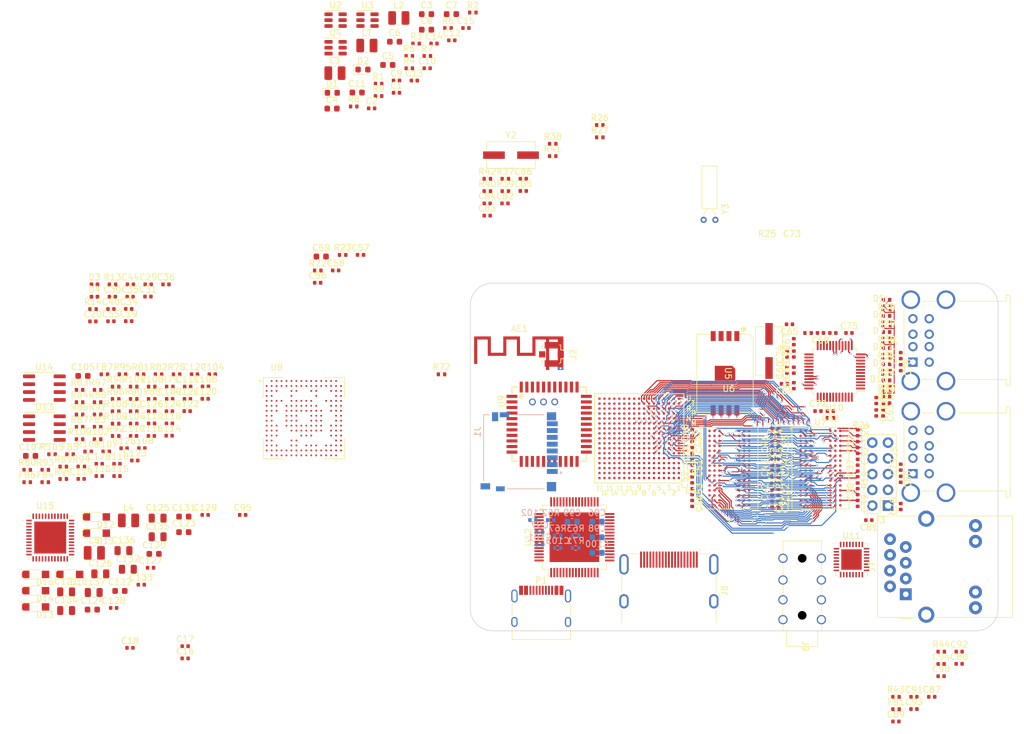
<source format=kicad_pcb>
(kicad_pcb (version 20211014) (generator pcbnew)
  (layers (0 "F.Cu" signal) (1 "In1.Cu" signal) (2 "In2.Cu" signal) (3 "In3.Cu" signal) (4 "In4.Cu" signal) (31 "B.Cu" signal) (34 "B.Paste" user) (35 "F.Paste" user) (36 "B.SilkS" user "B.Silkscreen") (37 "F.SilkS" user "F.Silkscreen") (38 "B.Mask" user) (39 "F.Mask" user) (44 "Edge.Cuts" user))
  (net 0 "")
  (net 2 "Net-(AE1-Pad1)")
  (net 3 "+5V")
  (net 4 "+3V3")
  (net 5 "+1V2")
  (net 6 "Net-(L1-Pad1)")
  (net 7 "Net-(L2-Pad1)")
  (net 8 "Net-(L3-Pad1)")
  (net 9 "Net-(C1-Pad1)")
  (net 10 "+1V4")
  (net 11 "Net-(R3-Pad2)")
  (net 12 "Net-(C10-Pad2)")
  (net 13 "Net-(R5-Pad2)")
  (net 15 "Net-(R7-Pad2)")
  (net 16 "Net-(C2-Pad1)")
  (net 17 "VDD_HIGH")
  (net 18 "/Memory/VDD_RAM_REF")
  (net 19 "/Network/PHY_LED0")
  (net 20 "/Network/PHY_LED1")
  (net 21 "+1V35")
  (net 22 "Net-(C72-Pad2)")
  (net 23 "AGND2")
  (net 24 "/Network/~{PHYRST}")
  (net 25 "Net-(J1-Pad9)")
  (net 26 "PWR_EN")
  (net 28 "DRV")
  (net 29 "LED1")
  (net 30 "LED2")
  (net 31 "LED3")
  (net 32 "LED4")
  (net 33 "Net-(D5-Pad1)")
  (net 34 "Net-(D6-Pad1)")
  (net 35 "Net-(D7-Pad1)")
  (net 36 "Net-(D8-Pad1)")
  (net 37 "/Memory/SD1_DAT2")
  (net 38 "LED5")
  (net 39 "/Memory/SD1_DAT3")
  (net 40 "/Memory/SD1_CMD")
  (net 41 "/Memory/SD1_CLK")
  (net 42 "/Memory/SD1_DAT0")
  (net 43 "Net-(J6-Pad4)")
  (net 44 "/Memory/SD1_DAT1")
  (net 45 "Net-(D3-Pad2)")
  (net 49 "Net-(D4-Pad2)")
  (net 53 "Net-(D9-Pad1)")
  (net 54 "Net-(D10-Pad1)")
  (net 62 "Net-(D11-Pad2)")
  (net 81 "/Memory/NAND_DAT2")
  (net 85 "LED6")
  (net 88 "DP5-")
  (net 89 "DP5+")
  (net 90 "DP6-")
  (net 91 "DP6+")
  (net 92 "/Memory/NAND_DAT1")
  (net 99 "/Sound/RIGHT")
  (net 100 "/Sound/LEFT")
  (net 101 "/Memory/NAND_CMD")
  (net 102 "/Network/ENET1_MDC")
  (net 103 "Net-(R37-Pad2)")
  (net 104 "/Network/ENET1_MDIO")
  (net 105 "Net-(R39-Pad2)")
  (net 107 "/Memory/NAND_DAT3")
  (net 108 "/Memory/NAND_DAT0")
  (net 109 "/Memory/NAND_CLK")
  (net 110 "/Network/ENET1_RXER")
  (net 114 "GND")
  (net 115 "/Network/ENET1_TXD1")
  (net 116 "/Network/ENET1_TXD0")
  (net 117 "/Network/ENET1_REFCLK")
  (net 118 "/Network/ENET1_RXD1")
  (net 119 "/Network/ENET1_TXCLK")
  (net 120 "/Network/ENET1_TXEN")
  (net 121 "/Network/ENET1_RXD0")
  (net 122 "/Memory/MMDC_A14")
  (net 123 "/Memory/MMDC_A6")
  (net 124 "/Memory/MMDC_~{RST}")
  (net 129 "/Memory/MMDC_BA1")
  (net 130 "/Memory/MMDC_A1")
  (net 131 "/Memory/MMDC_A13")
  (net 132 "/Memory/MMDC_A7")
  (net 133 "/Memory/MMDC_~{CS1}")
  (net 136 "/Memory/MMDC_~{WE}")
  (net 137 "/Memory/MMDC_~{CAS}")
  (net 138 "/Memory/MMDC_CKE1")
  (net 139 "/Memory/MMDC_A8")
  (net 143 "/Memory/MMDC_A2")
  (net 144 "/Memory/MMDC_BA2")
  (net 145 "/Memory/MMDC_A11")
  (net 146 "/Memory/MMDC_A4")
  (net 147 "/Memory/MMDC_A15")
  (net 152 "/Memory/MMDC_A5")
  (net 153 "/Memory/MMDC_A9")
  (net 154 "/Memory/MMDC_A12")
  (net 155 "/Memory/MMDC_A0")
  (net 165 "/Memory/MMDC_BA0")
  (net 166 "/Memory/MMDC_A3")
  (net 167 "/Memory/MMDC_CKE0")
  (net 168 "/Memory/MMDC_A10")
  (net 169 "/Memory/MMDC_~{RAS}")
  (net 175 "/Memory/MMDC_~{CS0}")
  (net 176 "Net-(R11-Pad1)")
  (net 177 "Net-(C90-Pad2)")
  (net 189 "/Memory/MMDC_CLK_P")
  (net 190 "/Memory/MMDC_CLK_N")
  (net 191 "/Memory/MMDC_D13")
  (net 192 "/Memory/MMDC_D12")
  (net 203 "/Memory/MMDC_D15")
  (net 204 "/Memory/MMDC_D14")
  (net 205 "/Memory/MMDC_D11")
  (net 211 "Net-(C93-Pad2)")
  (net 212 "Net-(C94-Pad2)")
  (net 213 "/Memory/MMDC_D0")
  (net 214 "/Memory/MMDC_D6")
  (net 215 "/Memory/MMDC_D2")
  (net 216 "Net-(C111-Pad1)")
  (net 217 "/Memory/MMDC_D5")
  (net 221 "/Memory/SD1_CD")
  (net 222 "Net-(U1-PadT13)")
  (net 225 "/Memory/MMDC_D8")
  (net 226 "/Memory/MMDC_D9")
  (net 227 "/Memory/MMDC_D7")
  (net 228 "/Memory/MMDC_D10")
  (net 229 "/Memory/MMDC_D1")
  (net 230 "/Memory/MMDC_D3")
  (net 231 "/Memory/MMDC_D4")
  (net 235 "Net-(U1-PadU13)")
  (net 236 "Net-(R15-Pad1)")
  (net 239 "Net-(C112-Pad1)")
  (net 240 "Net-(C104-Pad2)")
  (net 241 "Net-(C106-Pad2)")
  (net 242 "Net-(C108-Pad1)")
  (net 243 "Net-(C109-Pad1)")
  (net 244 "Net-(C109-Pad2)")
  (net 245 "Net-(C110-Pad1)")
  (net 246 "Net-(C110-Pad2)")
  (net 250 "Net-(R13-Pad1)")
  (net 253 "Net-(C111-Pad2)")
  (net 254 "Net-(C112-Pad2)")
  (net 255 "Net-(C114-Pad2)")
  (net 256 "Net-(C115-Pad2)")
  (net 260 "Net-(R14-Pad1)")
  (net 262 "unconnected-(U7-PadM7)")
  (net 263 "Net-(U8-PadD1)")
  (net 264 "Net-(U8-PadE1)")
  (net 265 "Net-(U8-PadE2)")
  (net 266 "Net-(U8-PadE3)")
  (net 267 "Net-(U8-PadF2)")
  (net 268 "Net-(U8-PadF3)")
  (net 269 "Net-(R47-Pad1)")
  (net 281 "/Network/ENET1_MII{slash}RMII_MODE")
  (net 282 "Net-(R50-Pad2)")
  (net 283 "Net-(R48-Pad2)")
  (net 284 "Net-(C113-Pad1)")
  (net 285 "Net-(C113-Pad2)")
  (net 286 "Net-(C114-Pad1)")
  (net 287 "Net-(C115-Pad1)")
  (net 288 "Net-(C116-Pad1)")
  (net 289 "Net-(C116-Pad2)")
  (net 290 "Net-(C117-Pad1)")
  (net 291 "Net-(C118-Pad1)")
  (net 292 "Net-(C119-Pad2)")
  (net 293 "Net-(C120-Pad2)")
  (net 295 "Net-(C117-Pad2)")
  (net 296 "Net-(C118-Pad2)")
  (net 297 "Net-(C127-Pad1)")
  (net 298 "Net-(C128-Pad1)")
  (net 299 "/Display/HDMI_TX2p")
  (net 300 "/Display/HDMI_TX2n")
  (net 301 "/Display/HDMI_TX1p")
  (net 302 "/Display/HDMI_TX1n")
  (net 303 "/Display/HDMI_TX0p")
  (net 304 "/Display/HDMI_TX0n")
  (net 305 "/Display/HDMI_TXCp")
  (net 306 "/Display/HDMI_TXCn")
  (net 307 "/USB/USB1_DP")
  (net 308 "/USB/USB1_DN")
  (net 309 "Net-(R26-Pad2)")
  (net 310 "Net-(R27-Pad1)")
  (net 311 "Net-(R41-Pad2)")
  (net 312 "Net-(C122-Pad2)")
  (net 313 "/Display/LCD_CLK")
  (net 314 "/Display/LCD_DAT1")
  (net 315 "/Display/LCD_DAT6")
  (net 316 "/Display/LCD_DAT9")
  (net 317 "/Display/LCD_DAT14")
  (net 318 "/Display/LCD_DAT18")
  (net 319 "/Display/LCD_DAT22")
  (net 320 "/Display/LCD_EN")
  (net 321 "/Display/LCD_DAT0")
  (net 322 "/Display/LCD_DAT5")
  (net 323 "/Display/LCD_DAT8")
  (net 324 "/Display/LCD_DAT13")
  (net 325 "/Display/LCD_DAT17")
  (net 326 "/Display/LCD_DAT21")
  (net 327 "/Display/LCD_DAT23")
  (net 328 "/Display/LCD_VSYNC")
  (net 329 "/Display/LCD_DAT4")
  (net 330 "/Display/LCD_DAT12")
  (net 331 "/Display/LCD_DAT16")
  (net 332 "/Display/LCD_DAT20")
  (net 333 "/Display/LCD_HSYNC")
  (net 334 "/Display/LCD_DAT3")
  (net 335 "/Display/LCD_DAT7")
  (net 336 "/Display/LCD_DAT11")
  (net 337 "/Display/LCD_DAT15")
  (net 338 "/Display/LCD_DAT19")
  (net 339 "/Display/LCD_RST")
  (net 340 "/Display/LCD_DAT2")
  (net 341 "/Display/LCD_DAT10")
  (net 342 "Net-(R49-Pad1)")
  (net 343 "Net-(R55-Pad2)")
  (net 344 "Net-(R53-Pad1)")
  (net 345 "Net-(R51-Pad2)")
  (net 346 "Net-(R52-Pad2)")
  (net 347 "Net-(R59-Pad1)")
  (net 348 "Net-(C123-Pad2)")
  (net 349 "Net-(R62-Pad1)")
  (net 350 "/Display/E-PAPER/VB")
  (net 351 "/Display/E-PAPER/VN")
  (net 352 "/Display/E-PAPER/VCOM")
  (net 353 "/Display/E-PAPER/VEE")
  (net 354 "/Display/E-PAPER/VDDH")
  (net 355 "Net-(D12-Pad2)")
  (net 356 "Net-(D17-Pad1)")
  (net 357 "Net-(FB2-Pad2)")
  (net 358 "Net-(FB3-Pad2)")
  (net 359 "Net-(FB4-Pad2)")
  (net 360 "Net-(FB5-Pad2)")
  (net 361 "Net-(C125-Pad2)")
  (net 362 "Net-(R68-Pad1)")
  (net 363 "Net-(C126-Pad2)")
  (net 364 "Net-(J8-Pad14)")
  (net 365 "Net-(R63-Pad1)")
  (net 366 "Net-(R67-Pad2)")
  (net 367 "Net-(R71-Pad2)")
  (net 368 "Net-(R72-Pad2)")
  (net 369 "Net-(R78-Pad1)")
  (net 370 "Net-(R79-Pad1)")
  (net 371 "/Sound/MIC")
  (net 372 "/Sound/GROUND")
  (net 373 "/Memory/MMDC_ODT1")
  (net 374 "/Memory/MMDC_ODT0")
  (net 375 "/Memory/MMDC_SDQS0_P")
  (net 376 "/Memory/MMDC_SDQS0_N")
  (net 377 "/Memory/MMDC_SDQS1_P")
  (net 378 "/Memory/MMDC_SDQS1_N")
  (net 379 "/Memory/MMDC_DQM1")
  (net 380 "/Memory/MMDC_DQM0")
  (net 381 "Net-(R19-Pad1)")
  (net 394 "/Display/E-PAPER/XSCL")
  (net 395 "/Display/E-PAPER/XSDA")
  (net 397 "/Display/E-PAPER/VDD")
  (net 401 "/Display/E-PAPER/VEE_FB")
  (net 402 "/Display/E-PAPER/VDD_FB")
  (net 404 "Net-(C56-Pad1)")
  (net 405 "Net-(C57-Pad1)")
  (net 406 "Net-(C58-Pad1)")
  (net 407 "Net-(C60-Pad1)")
  (net 408 "Net-(C63-Pad1)")
  (net 409 "Net-(C64-Pad2)")
  (net 410 "Net-(C65-Pad2)")
  (net 411 "Net-(C82-Pad2)")
  (net 412 "Net-(C83-Pad2)")
  (net 413 "Net-(C84-Pad2)")
  (net 414 "Net-(C85-Pad2)")
  (net 415 "Net-(C86-Pad2)")
  (net 416 "Net-(C87-Pad1)")
  (net 417 "Net-(C88-Pad1)")
  (net 418 "Net-(C96-Pad2)")
  (net 419 "Net-(R101-Pad1)")
  (net 420 "Net-(C100-Pad1)")
  (net 421 "Net-(C101-Pad1)")
  (net 422 "Net-(C102-Pad1)")
  (net 423 "Net-(R100-Pad1)")
  (net 424 "Net-(R103-Pad1)")
  (net 425 "Net-(R102-Pad1)")
  (net 426 "Net-(R100-Pad2)")
  (net 427 "Net-(R102-Pad2)")
  (net 428 "Net-(R104-Pad2)")
  (net 429 "Net-(R105-Pad2)")
  (net 430 "Net-(R66-Pad1)")
  (net 431 "Net-(R65-Pad1)")
  (net 432 "Net-(R64-Pad1)")
  (net 433 "Net-(R70-Pad2)")
  (net 434 "Net-(C128-Pad2)")
  (net 435 "Net-(C129-Pad1)")
  (net 436 "Net-(C129-Pad2)")
  (net 437 "Net-(C131-Pad1)")
  (net 438 "Net-(C132-Pad2)")
  (net 439 "Net-(C133-Pad1)")
  (net 440 "Net-(C134-Pad2)")
  (net 443 "Net-(J7-Pad1)")
  (net 444 "Net-(J7-Pad3)")
  (net 445 "Net-(J7-Pad4)")
  (net 446 "Net-(J7-Pad6)")
  (net 448 "Net-(J7-PadL2)")
  (net 449 "Net-(J7-PadL3)")
  (net 451 "Net-(R69-Pad2)")
  (net 456 "Net-(J9-PadR2)")
  (net 457 "Net-(J9-PadS)")
  (net 458 "Net-(J6-Pad10)")
  (net 459 "Net-(J6-Pad2)")
  (net 460 "Net-(C138-Pad1)")
  (net 461 "Net-(R75-Pad2)")
  (net 462 "Net-(R73-Pad1)")
  (net 463 "/USB/D1-")
  (net 464 "/USB/D1+")
  (net 465 "/USB/D2-")
  (net 466 "/USB/D2+")
  (net 467 "/USB/D3-")
  (net 468 "/USB/D3+")
  (net 469 "/USB/D4-")
  (net 470 "/USB/D4+")
  (footprint "TheBrutzlers_Lib:DUAL_LED_0603" (layer "F.Cu") (at 151.45 68.35)
    (fp_text reference "D5")
    (fp_text value "LED_Dual_LED")
  )
  (footprint "Resistor_SMD:R_0402_1005Metric" (layer "F.Cu") (at 21.27 85.56)
    (fp_text reference "R86")
    (fp_text value "2K7")
  )
  (footprint "Resistor_SMD:R_0402_1005Metric" (layer "F.Cu") (at 25.56 91.53)
    (fp_text reference "R107")
    (fp_text value "0R")
  )
  (footprint "Resistor_SMD:R_0402_1005Metric" (layer "F.Cu") (at 30 85.04)
    (fp_text reference "FB2")
    (fp_text value "FerriteBead")
  )
  (footprint "Capacitor_SMD:C_0402_1005Metric" (layer "F.Cu") (at 59.68 64.3)
    (fp_text reference "C56")
    (fp_text value "1µ")
  )
  (footprint "Capacitor_SMD:C_0402_1005Metric" (layer "F.Cu") (at 87.03 53.47)
    (fp_text reference "C83")
    (fp_text value "C")
  )
  (footprint "Capacitor_SMD:C_0402_1005Metric" (layer "F.Cu") (at 42.68 79.06)
    (fp_text reference "C104")
    (fp_text value "100n")
  )
  (footprint "Capacitor_SMD:C_0402_1005Metric" (layer "F.Cu") (at 146.8 92.3 -90)
    (fp_text reference "C33")
    (fp_text value "100n")
  )
  (footprint "TheBrutzlers_Lib:AUDIO_3.5mm_PJ-313B6-B" (layer "F.Cu") (at 137.85 122.95 -90)
    (fp_text reference "J9")
    (fp_text value "AudioJack4")
  )
  (footprint "Capacitor_SMD:C_0402_1005Metric" (layer "F.Cu") (at 134 94.19 -90)
    (fp_text reference "C24")
    (fp_text value "100n")
  )
  (footprint "Resistor_SMD:R_0402_1005Metric" (layer "F.Cu") (at 30 87.03)
    (fp_text reference "R104")
    (fp_text value "10K")
  )
  (footprint "Resistor_SMD:R_0402_1005Metric" (layer "F.Cu") (at 21.27 83.57)
    (fp_text reference "R84")
    (fp_text value "2K7")
  )
  (footprint "Resistor_SMD:R_0402_1005Metric" (layer "F.Cu") (at 16.83 91.97)
    (fp_text reference "R105")
    (fp_text value "10K")
  )
  (footprint "Capacitor_SMD:C_0402_1005Metric" (layer "F.Cu") (at 136.5 75.8 90)
    (fp_text reference "C70")
    (fp_text value "100n")
  )
  (footprint "Capacitor_SMD:C_0402_1005Metric" (layer "F.Cu") (at 29.47 64.56)
    (fp_text reference "C44")
    (fp_text value "1µ")
  )
  (footprint "Capacitor_SMD:C_0805_2012Metric" (layer "F.Cu") (at 33.86 105.28)
    (fp_text reference "C135")
    (fp_text value "4µ7")
  )
  (footprint "Connector_HDMI:HDMI_A_Molex_208658-1001_Horizontal" (layer "F.Cu") (at 116.35 112.25 -90)
    (fp_text reference "J8")
    (fp_text value "HDMI_A")
  )
  (footprint "Capacitor_SMD:C_0805_2012Metric" (layer "F.Cu") (at 24.61 111.26)
    (fp_text reference "C126")
    (fp_text value "4µ7")
  )
  (footprint "Capacitor_SMD:C_0402_1005Metric" (layer "F.Cu") (at 26.33 68.54)
    (fp_text reference "C40")
    (fp_text value "1µ")
  )
  (footprint "Capacitor_SMD:C_0402_1005Metric" (layer "F.Cu") (at 38.71 81.05)
    (fp_text reference "C111")
    (fp_text value "1µ")
  )
  (footprint "Resistor_SMD:R_0402_1005Metric" (layer "F.Cu") (at 21.27 87.55)
    (fp_text reference "R87")
    (fp_text value "2K7")
  )
  (footprint "Capacitor_SMD:C_0402_1005Metric" (layer "F.Cu") (at 153.75 96 -90)
    (fp_text reference "C80")
    (fp_text value "1µ")
  )
  (footprint "Capacitor_SMD:C_0402_1005Metric" (layer "F.Cu") (at 152.97 135.08)
    (fp_text reference "C89")
    (fp_text value "1µ")
  )
  (footprint "Capacitor_SMD:C_0402_1005Metric" (layer "F.Cu") (at 135.4 78.4 90)
    (fp_text reference "C60")
    (fp_text value "1µ")
  )
  (footprint "Resistor_SMD:R_0402_1005Metric" (layer "F.Cu") (at 146.8 96.1 -90)
    (fp_text reference "R19")
    (fp_text value "240R")
  )
  (footprint "Resistor_SMD:R_0402_1005Metric" (layer "F.Cu") (at 35.82 81.06)
    (fp_text reference "R79")
    (fp_text value "2K2")
  )
  (footprint "Capacitor_SMD:C_0402_1005Metric" (layer "F.Cu") (at 133 90.29 90)
    (fp_text reference "C46")
    (fp_text value "100n")
  )
  (footprint "Resistor_SMD:R_0402_1005Metric" (layer "F.Cu") (at 30 81.06)
    (fp_text reference "R101")
    (fp_text value "20K")
  )
  (footprint "Resistor_SMD:R_0402_1005Metric" (layer "F.Cu") (at 74.46 29.7)
    (fp_text reference "R4")
    (fp_text value "100K")
  )
  (footprint "Inductor_SMD:L_1008_2520Metric" (layer "F.Cu") (at 29.16 102.64)
    (fp_text reference "L4")
    (fp_text value "2µ2")
  )
  (footprint "Capacitor_SMD:C_0402_1005Metric" (layer "F.Cu") (at 72.4 33.65)
    (fp_text reference "C1")
    (fp_text value "100n")
  )
  (footprint "Capacitor_SMD:C_0402_1005Metric" (layer "F.Cu") (at 81.32 25.19)
    (fp_text reference "C12")
    (fp_text value "100n")
  )
  (footprint "TheBrutzlers_Lib:DUAL_LED_0603" (layer "F.Cu") (at 151.45 70.95)
    (fp_text reference "D6")
    (fp_text value "LED_Dual_LED")
  )
  (footprint "Resistor_SMD:R_0402_1005Metric" (layer "F.Cu") (at 18.64 93.96)
    (fp_text reference "R89")
    (fp_text value "2K7")
  )
  (footprint "Capacitor_SMD:C_0402_1005Metric" (layer "F.Cu") (at 160.26 125.8)
    (fp_text reference "C94")
    (fp_text value "100n")
  )
  (footprint "Capacitor_SMD:C_0402_1005Metric" (layer "F.Cu") (at 142.8 72.4)
    (fp_text reference "C73")
    (fp_text value "100n")
  )
  (footprint "Capacitor_SMD:C_0402_1005Metric" (layer "F.Cu") (at 163.17 125.78)
    (fp_text reference "C88")
    (fp_text value "100n")
  )
  (footprint "Resistor_SMD:R_0402_1005Metric" (layer "F.Cu") (at 32.91 81.06)
    (fp_text reference "R108")
    (fp_text value "0R")
  )
  (footprint "Resistor_SMD:R_0402_1005Metric" (layer "F.Cu") (at 24.18 81.58)
    (fp_text reference "R97")
    (fp_text value "10K")
  )
  (footprint "Capacitor_SMD:C_0402_1005Metric" (layer "F.Cu") (at 30.18 92.97)
    (fp_text reference "C123")
    (fp_text value "220p")
  )
  (footprint "Resistor_SMD:R_0402_1005Metric" (layer "F.Cu") (at 160.28 123.82)
    (fp_text reference "R44")
    (fp_text value "1K")
  )
  (footprint "Capacitor_SMD:C_0402_1005Metric" (layer "F.Cu") (at 26.77 116.76)
    (fp_text reference "C128")
    (fp_text value "10n")
  )
  (footprint "Capacitor_SMD:C_0402_1005Metric" (layer "F.Cu") (at 133 92.24 -90)
    (fp_text reference "C45")
    (fp_text value "100n")
  )
  (footprint "Capacitor_SMD:C_0603_1608Metric" (layer "F.Cu") (at 77.25 20.96)
    (fp_text reference "C3")
    (fp_text value "22µ")
  )
  (footprint "Connector_USB:USB_A_Wuerth_61400826021_Horizontal_Stacked" (layer "F.Cu") (at 155.72 95.1 90)
    (fp_text reference "J5")
    (fp_text value "USB_A_Stacked")
  )
  (footprint "Capacitor_SMD:C_0402_1005Metric" (layer "F.Cu") (at 120.1 90.4 -90)
    (fp_text reference "C49")
    (fp_text value "100n")
  )
  (footprint "Capacitor_SMD:C_0603_1608Metric" (layer "F.Cu") (at 62 36.2)
    (fp_text reference "C4")
    (fp_text value "22µ")
  )
  (footprint "Capacitor_SMD:C_0402_1005Metric" (layer "F.Cu") (at 27.31 95.48)
    (fp_text reference "C115")
    (fp_text value "220p")
  )
  (footprint "Capacitor_SMD:C_0805_2012Metric" (layer "F.Cu") (at 29.06 110.52)
    (fp_text reference "C132")
    (fp_text value "4µ7")
  )
  (footprint "Capacitor_SMD:C_0402_1005Metric" (layer "F.Cu") (at 120.1 92.3 90)
    (fp_text reference "C50")
    (fp_text value "100n")
  )
  (footprint "Capacitor_SMD:C_0402_1005Metric" (layer "F.Cu") (at 160.26 127.77)
    (fp_text reference "C90")
    (fp_text value "1µ")
  )
  (footprint "Resistor_SMD:R_0402_1005Metric" (layer "F.Cu") (at 18.64 95.95)
    (fp_text reference "R99")
    (fp_text value "10K")
  )
  (footprint "Capacitor_SMD:C_0402_1005Metric" (layer "F.Cu") (at 134 92.24 90)
    (fp_text reference "C25")
    (fp_text value "100n")
  )
  (footprint "TheBrutzlers_Lib:BGA256C80P16X16_1300X1300X130N" (layer "F.Cu") (at 57.45 86.15)
    (fp_text reference "U8")
    (fp_text value "X1000")
  )
  (footprint "Capacitor_SMD:C_0402_1005Metric" (layer "F.Cu") (at 38.67 83.04)
    (fp_text reference "C121")
    (fp_text value "1n")
  )
  (footprint "Package_DFN_QFN:QFN-32-1EP_5x5mm_P0.5mm_EP3.3x3.3mm" (layer "F.Cu") (at 145.8 108.95)
    (fp_text reference "U11")
    (fp_text value "RTL8201F")
  )
  (footprint "Capacitor_SMD:C_0402_1005Metric" (layer "F.Cu") (at 146.8 99.9 -90)
    (fp_text reference "C39")
    (fp_text value "100n")
  )
  (footprint "Resistor_SMD:R_0402_1005Metric" (layer "F.Cu") (at 24.18 87.55)
    (fp_text reference "FB3")
    (fp_text value "FerriteBead")
  )
  (footprint "Capacitor_SMD:C_0402_1005Metric" (layer "F.Cu") (at 32.34 64.56)
    (fp_text reference "C29")
    (fp_text value "100n")
  )
  (footprint "Capacitor_SMD:C_0603_1608Metric" (layer "F.Cu") (at 33.29 108.04)
    (fp_text reference "C130")
    (fp_text value "22µ")
  )
  (footprint "Capacitor_SMD:C_0402_1005Metric" (layer "F.Cu") (at 24.44 93.51)
    (fp_text reference "C128")
    (fp_text value "100n")
  )
  (footprint "Capacitor_SMD:C_0402_1005Metric" (layer "F.Cu") (at 155.88 131.1)
    (fp_text reference "C91")
    (fp_text value "100n")
  )
  (footprint "Inductor_SMD:L_1008_2520Metric" (layer "F.Cu") (at 72.77 21.58)
    (fp_text reference "L2")
    (fp_text value "2µ2")
  )
  (footprint "Capacitor_SMD:C_0402_1005Metric" (layer "F.Cu") (at 133 98.09 90)
    (fp_text reference "C42")
    (fp_text value "100n")
  )
  (footprint "Capacitor_SMD:C_0603_1608Metric" (layer "F.Cu") (at 27.78 114.02)
    (fp_text reference "C122")
    (fp_text value "22µ")
  )
  (footprint "Capacitor_SMD:C_0402_1005Metric" (layer "F.Cu") (at 78.45 25.71)
    (fp_text reference "C14")
    (fp_text value "100n")
  )
  (footprint "Capacitor_SMD:C_0402_1005Metric" (layer "F.Cu") (at 75.27 31.68)
    (fp_text reference "C13")
    (fp_text value "100n")
  )
  (footprint "Capacitor_SMD:C_0402_1005Metric" (layer "F.Cu") (at 136.5 78.4 90)
    (fp_text reference "C68")
    (fp_text value "100n")
  )
  (footprint "Capacitor_SMD:C_0402_1005Metric" (layer "F.Cu") (at 134 96.14 90)
    (fp_text reference "C23")
    (fp_text value "100n")
  )
  (footprint "TheBrutzlers_Lib:AP6212" (layer "F.Cu") (at 97.028 87.122)
    (fp_text reference "U9")
    (fp_text value "AP6212")
  )
  (footprint "TheBrutzlers_Lib:SOD-123FL" (layer "F.Cu") (at 14.175 111.355)
    (fp_text reference "D16")
    (fp_text value "D_Schottky")
  )
  (footprint "Capacitor_SMD:C_0402_1005Metric" (layer "F.Cu") (at 47.58 101.75)
    (fp_text reference "C95")
    (fp_text value "1µ")
  )
  (footprint "Capacitor_SMD:C_0402_1005Metric" (layer "F.Cu") (at 149.8 83.3 -90)
    (fp_text reference "C61")
    (fp_text value "1µ")
  )
  (footprint "Capacitor_SMD:C_0402_1005Metric" (layer "F.Cu") (at 21.53 95.94)
    (fp_text reference "C119")
    (fp_text value "1n")
  )
  (footprint "TheBrutzlers_Lib:DUAL_LED_0603" (layer "F.Cu") (at 151.45 76.15)
    (fp_text reference "D8")
    (fp_text value "LED_Dual_LED")
  )
  (footprint "Resistor_SMD:R_0402_1005Metric" (layer "F.Cu") (at 19.74 91.97)
    (fp_text reference "FB5")
    (fp_text value "FerriteBead")
  )
  (footprint "Capacitor_SMD:C_0402_1005Metric" (layer "F.Cu") (at 32.72 110.28)
    (fp_text reference "C127")
    (fp_text value "100n")
  )
  (footprint "Package_QFP:LQFP-48_7x7mm_P0.5mm" (layer "F.Cu") (at 143.1 78.6 180)
    (fp_text reference "U10")
    (fp_text value "FE2.1")
  )
  (footprint "Resistor_SMD:R_0402_1005Metric" (layer "F.Cu") (at 84.72 20.7)
    (fp_text reference "R2")
    (fp_text value "30K")
  )
  (footprint "Resistor_SMD:R_0402_1005Metric" (layer "F.Cu") (at 105.2 38.85)
    (fp_text reference "R26")
    (fp_text value "2K7")
  )
  (footprint "Resistor_SMD:R_0402_1005Metric" (layer "F.Cu") (at 27.09 81.06)
    (fp_text reference "R98")
    (fp_text value "10K")
  )
  (footprint "Capacitor_SMD:C_0402_1005Metric" (layer "F.Cu") (at 38.3 124.9)
    (fp_text reference "C16")
    (fp_text value "1µ")
  )
  (footprint "TheBrutzlers_Lib:QFN50P700X700X100-49N" (layer "F.Cu") (at 16.54 105.405)
    (fp_text reference "U15")
    (fp_text value "TPS65185RGZR")
  )
  (footprint "Resistor_SMD:R_0402_1005Metric" (layer "F.Cu") (at 21.27 81.58)
    (fp_text reference "R83")
    (fp_text value "2K7")
  )
  (footprint "Capacitor_SMD:C_0603_1608Metric" (layer "F.Cu") (at 77.25 23.47)
    (fp_text reference "C8")
    (fp_text value "22µ")
  )
  (footprint "Capacitor_SMD:C_0603_1608Metric" (layer "F.Cu") (at 23.33 117.03)
    (fp_text reference "C124")
    (fp_text value "22µ")
  )
  (footprint "Resistor_SMD:R_0402_1005Metric" (layer "F.Cu") (at 15.73 96.47)
    (fp_text reference "FB4")
    (fp_text value "FerriteBead")
  )
  (footprint "Resistor_SMD:R_0402_1005Metric" (layer "F.Cu") (at 69.51 34.18)
    (fp_text reference "R9")
    (fp_text value "1K")
  )
  (footprint "Resistor_SMD:R_0402_1005Metric" (layer "F.Cu") (at 138.8 72.4)
    (fp_text reference "R25")
    (fp_text value "1MEG")
  )
  (footprint "Capacitor_SMD:C_0402_1005Metric" (layer "F.Cu") (at 66.6 59.8)
    (fp_text reference "C57")
    (fp_text value "1µ")
  )
  (footprint "Capacitor_SMD:C_0805_2012Metric" (layer "F.Cu") (at 33.86 102.27)
    (fp_text reference "C125")
    (fp_text value "4µ7")
  )
  (footprint "Resistor_SMD:R_0402_1005Metric" (layer "F.Cu") (at 24.18 89.54)
    (fp_text reference "R102")
    (fp_text value "20K")
  )
  (footprint "Resistor_SMD:R_0402_1005Metric" (layer "F.Cu") (at 23.44 68.55)
    (fp_text reference "R14")
    (fp_text value "1K")
  )
  (footprint "Capacitor_SMD:C_0402_1005Metric" (layer "F.Cu") (at 35.76 87)
    (fp_text reference "C118")
    (fp_text value "220p")
  )
  (footprint "Resistor_SMD:R_0402_1005Metric" (layer "F.Cu") (at 105.2 40.84)
    (fp_text reference "R27")
    (fp_text value "1K")
  )
  (footprint "Resistor_SMD:R_0402_1005Metric" (layer "F.Cu") (at 28.19 79.07)
    (fp_text reference "R95")
    (fp_text value "2K7")
  )
  (footprint "Capacitor_SMD:C_0402_1005Metric" (layer "F.Cu") (at 148.6 102.6 180)
    (fp_text reference "C81")
    (fp_text value "1µ")
  )
  (footprint "Capacitor_SMD:C_0402_1005Metric" (layer "F.Cu") (at 38.3 122.93)
    (fp_text reference "C17")
    (fp_text value "100n")
  )
  (footprint "Capacitor_SMD:C_0402_1005Metric" (layer "F.Cu") (at 27.31 93.51)
    (fp_text reference "C110")
    (fp_text value "1µ")
  )
  (footprint "TheBrutzlers_Lib:DUAL_LED_0603" (layer "F.Cu") (at 151.45 73.55)
    (fp_text reference "D7")
    (fp_text value "LED_Dual_LED")
  )
  (footprint "LED_SMD:LED_0402_1005Metric" (layer "F.Cu") (at 23.675 66.56)
    (fp_text reference "D4")
    (fp_text value "LED")
  )
  (footprint "Resistor_SMD:R_0402_1005Metric" (layer "F.Cu") (at 24.18 85.56)
    (fp_text reference "R91")
    (fp_text value "2K7")
  )
  (footprint "Resistor_SMD:R_0402_1005Metric" (layer "F.Cu") (at 21.55 93.96)
    (fp_text reference "R94")
    (fp_text value "2K7")
  )
  (footprint "Capacitor_SMD:C_0603_1608Metric" (layer "F.Cu") (at 71 29.16)
    (fp_text reference "C5")
    (fp_text value "22µ")
  )
  (footprint "TheBrutzlers_Lib:SOD-123FL" (layer "F.Cu") (at 19.685 111.355)
    (fp_text reference "D17")
    (fp_text value "D_Schottky")
  )
  (footprint "TheBrutzlers_Lib:DUAL_LED_0603" (layer "F.Cu") (at 151.45 81.35)
    (fp_text reference "D10")
    (fp_text value "LED_Dual_LED")
  )
  (footprint "Resistor_SMD:R_0402_1005Metric" (layer "F.Cu") (at 97.6 41.88)
    (fp_text reference "R38")
    (fp_text value "100K")
  )
  (footprint "Capacitor_SMD:C_0402_1005Metric" (layer "F.Cu") (at 24.44 95.48)
    (fp_text reference "C113")
    (fp_text value "220p")
  )
  (footprint "Resistor_SMD:R_0402_1005Metric" (layer "F.Cu") (at 142.4 86.1 180)
    (fp_text reference "R24")
    (fp_text value "100K")
  )
  (footprint "Capacitor_SMD:C_0603_1608Metric" (layer "F.Cu") (at 38.09 104.53)
    (fp_text reference "C123")
    (fp_text value "22µ")
  )
  (footprint "Capacitor_SMD:C_0402_1005Metric" (layer "F.Cu") (at 135.8 71 180)
    (fp_text reference "C65")
    (fp_text value "20p")
  )
  (footprint "Resistor_SMD:R_0402_1005Metric" (layer "F.Cu") (at 36.92 79.07)
    (fp_text reference "R78")
    (fp_text value "2K2")
  )
  (footprint "Crystal:Crystal_SMD_ECS_CSM3X-2Pin_7.6x4.1mm" (layer "F.Cu") (at 132.5 75.3 -90)
    (fp_text reference "Y1")
    (fp_text value "12MHz")
  )
  (footprint "Inductor_SMD:L_1008_2520Metric" (layer "F.Cu") (at 67.62 26.03)
    (fp_text reference "L1")
    (fp_text value "2µ2")
  )
  (footprint "Capacitor_SMD:C_0402_1005Metric" (layer "F.Cu") (at 120.1 96.1 90)
    (fp_text reference "C52")
    (fp_text value "100n")
  )
  (footprint "Resistor_SMD:R_0402_1005Metric" (layer "F.Cu") (at 152.99 133.1)
    (fp_text reference "FB1")
    (fp_text value "FerriteBead")
  )
  (footprint "Capacitor_SMD:C_0402_1005Metric" (layer "F.Cu") (at 68.39 36.16)
    (fp_text reference "C2")
    (fp_text value "100n")
  )
  (footprint "RF_Antenna:Texas_SWRA117D_2.4GHz_Left" (layer "F.Cu") (at 96.774 78.105)
    (fp_text reference "AE1")
    (fp_text value "Antenna_Shield")
  )
  (footprint "Capacitor_SMD:C_0402_1005Metric" (layer "F.Cu") (at 133 88.34 -90)
    (fp_text reference "C47")
    (fp_text value "100n")
  )
  (footprint "TheBrutzlers_Lib:IMX6UL_BGA289" (layer "F.Cu") (at 111.55 89.4 180)
    (fp_text reference "U1")
    (fp_text value "IMX6UL")
  )
  (footprint "Capacitor_SMD:C_0402_1005Metric" (layer "F.Cu") (at 145.4 72.4)
    (fp_text reference "C75")
    (fp_text value "100n")
  )
  (footprint "Resistor_SMD:R_0402_1005Metric" (layer "F.Cu") (at 87.05 47.53)
    (fp_text reference "R42")
    (fp_text value "1K")
  )
  (footprint "Capacitor_SMD:C_0402_1005Metric" (layer "F.Cu") (at 35.76 85.03)
    (fp_text reference "C124")
    (fp_text value "1n")
  )
  (footprint "Resistor_SMD:R_0402_1005Metric" (layer "F.Cu") (at 152.99 131.11)
    (fp_text reference "R43")
    (fp_text value "1K")
  )
  (footprint "Resistor_SMD:R_0402_1005Metric" (layer "F.Cu") (at 97.6 43.87)
    (fp_text reference "R41")
    (fp_text value "100K")
  )
  (footprint "Capacitor_SMD:C_0402_1005Metric" (layer "F.Cu") (at 134 88.34 90)
    (fp_text reference "C27")
    (fp_text value "100n")
  )
  (footprint "Capacitor_SMD:C_0805_2012Metric" (layer "F.Cu") (at 19.1 114.17)
    (fp_text reference "C121")
    (fp_text value "4µ7")
  )
  (footprint "Resistor_SMD:R_0402_1005Metric" (layer "F.Cu") (at 151.45 77.45 180)
    (fp_text reference "R32")
    (fp_text value "1K")
  )
  (footprint "Resistor_SMD:R_0402_1005Metric" (layer "F.Cu") (at 89.96 47.53)
    (fp_text reference "R37")
    (fp_text value "1K")
  )
  (footprint "Capacitor_SMD:C_0402_1005Metric" (layer "F.Cu") (at 120.1 94.2 -90)
    (fp_text reference "C51")
    (fp_text value "100n")
  )
  (footprint "Resistor_SMD:R_0402_1005Metric" (layer "F.Cu") (at 87.05 49.52)
    (fp_text reference "R40")
    (fp_text value "1K")
  )
  (footprint "Resistor_SMD:R_0402_1005Metric" (layer "F.Cu") (at 65.5 35.86)
    (fp_text reference "R8")
    (fp_text value "100K")
  )
  (footprint "Capacitor_SMD:C_0402_1005Metric" (layer "F.Cu") (at 41.54 83.02)
    (fp_text reference "C120")
    (fp_text value "220p")
  )
  (footprint "Capacitor_SMD:C_0603_1608Metric" (layer "F.Cu") (at 38.09 102.02)
    (fp_text reference "C131")
    (fp_text value "22µ")
  )
  (footprint "Capacitor_SMD:C_0402_1005Metric" (layer "F.Cu") (at 62.59 62.31)
    (fp_text reference "C58")
    (fp_text value "100n")
  )
  (footprint "Capacitor_SMD:C_0402_1005Metric" (layer "F.Cu") (at 136.5 73.8 90)
    (fp_text reference "C67")
    (fp_text value "1µ")
  )
  (footprint "Capacitor_SMD:C_0402_1005Metric" (layer "F.Cu") (at 32.89 85.03)
    (fp_text reference "C126")
    (fp_text value "1µ")
  )
  (footprint "TheBrutzlers_Lib:RJ45_HR913550A" (layer "F.Cu") (at 154.561 114.552 90)
    (fp_text reference "J7")
    (fp_text value "RJ45_HR913550A")
  )
  (footprint "Capacitor_SMD:C_0402_1005Metric" (layer "F.Cu") (at 83.6 23.2)
    (fp_text reference "C15")
    (fp_text value "100n")
  )
  (footprint "Capacitor_SMD:C_0402_1005Metric" (layer "F.Cu") (at 41.53 101.75)
    (fp_text reference "C129")
    (fp_text value "10n")
  )
  (footprint "Capacitor_SMD:C_0402_1005Metric" (layer "F.Cu") (at 29.2 70.49)
    (fp_text reference "C19")
    (fp_text value "1µ")
  )
  (footprint "Resistor_SMD:R_0402_1005Metric" (layer "F.Cu") (at 74.46 27.71)
    (fp_text reference "R5")
    (fp_text value "133K")
  )
  (footprint "Capacitor_SMD:C_0402_1005Metric" (layer "F.Cu") (at 32.89 87)
    (fp_text reference "C112")
    (fp_text value "1µ")
  )
  (footprint "Package_BGA:BGA-96_9.0x13.0mm_Layout2x3x16_P0.8mm" (layer "F.Cu") (at 140.8 94.2)
    (fp_text reference "U7")
    (fp_text value "MT41K256M16TW")
  )
  (footprint "Capacitor_SMD:C_0402_1005Metric" (layer "F.Cu") (at 155.88 133.07)
    (fp_text reference "C93")
    (fp_text value "100n")
  )
  (footprint "Resistor_SMD:R_0402_1005Metric" (layer "F.Cu") (at 12.82 96.47)
    (fp_text reference "FB6")
    (fp_text value "FerriteBead")
  )
  (footprint "Resistor_SMD:R_0402_1005Metric" (layer "F.Cu") (at 27.09 89.02)
    (fp_text reference "R92")
    (fp_text value "2K7")
  )
  (footprint "Capacitor_SMD:C_0402_1005Metric" (layer "F.Cu") (at 35.21 64.56)
    (fp_text reference "C36")
    (fp_text value "100n")
  )
  (footprint "Capacitor_SMD:C_0402_1005Metric" (layer "F.Cu") (at 35.72 88.97)
    (fp_text reference "C114")
    (fp_text value "220p")
  )
  (footprint "Capacitor_SMD:C_0402_1005Metric" (layer "F.Cu") (at 158.75 131.1)
    (fp_text reference "C87")
    (fp_text value "100n")
  )
  (footprint "Package_QFP:HTQFP-64-1EP_10x10mm_P0.5mm_EP8x8mm" (layer "F.Cu") (at 101.1 105.35 90)
    (fp_text reference "U12")
    (fp_text value "TFP410PAP")
  )
  (footprint "Capacitor_SMD:C_0402_1005Metric" (layer "F.Cu") (at 29.2 68.52)
    (fp_text reference "C34")
    (fp_text value "100n")
  )
  (footprint "Diode_SMD:D_0603_1608Metric" (layer "F.Cu") (at 66.99 29.9)
    (fp_text reference "D2")
    (fp_text value "D")
  )
  (footprint "Capacitor_SMD:C_0402_1005Metric" (layer "F.Cu") (at 31.22 113.01)
    (fp_text reference "C133")
    (fp_text value "100n")
  )
  (footprint "Package_TO_SOT_SMD:SOT-23-6" (layer "F.Cu") (at 62.57 21.93)
    (fp_text reference "U2")
    (fp_text value "MT3420C-mt3420c")
  )
  (footprint "Capacitor_SMD:C_0402_1005Metric" (layer "F.Cu") (at 146.8 90.4 90)
    (fp_text reference "C32")
    (fp_text value "100n")
  )
  (footprint "Resistor_SMD:R_0402_1005Metric" (layer "F.Cu") (at 80.71 23.21)
    (fp_text reference "R6")
    (fp_text value "100K")
  )
  (footprint "Resistor_SMD:R_0402_1005Metric" (layer "F.Cu") (at 27.09 87.03)
    (fp_text reference "R100")
    (fp_text value "20K")
  )
  (footprint "Resistor_SMD:R_0402_1005Metric" (layer "F.Cu") (at 27.09 83.05)
    (fp_text reference "R96")
    (fp_text value "10K")
  )
  (footprint "Capacitor_SMD:C_0603_1608Metric" (layer "F.Cu") (at 13.37 92.23)
    (fp_text reference "C107")
    (fp_text value "22µ")
  )
  (footprint "Resistor_SMD:R_0402_1005Metric" (layer "F.Cu") (at 15.73 94.48)
    (fp_text reference "R93")
    (fp_text value "2K7")
  )
  (footprint "Capacitor_SMD:C_0402_1005Metric" (layer "F.Cu") (at 140.4 85)
    (fp_text reference "C72")
    (fp_text value "100n")
  )
  (footprint "Package_TO_SOT_SMD:SOT-23-6" (layer "F.Cu") (at 62.57 26.38)
    (fp_text reference "U4")
    (fp_text value "MT3420C-mt3420c")
  )
  (footprint "Package_SO:SOIC-8_3.9x4.9mm_P1.27mm" (layer "F.Cu") (at 15.59 81.3)
    (fp_text reference "U14")
    (fp_text value "LM4871")
  )
  (footprint "Capacitor_SMD:C_0402_1005Metric" (layer "F.Cu") (at 146.8 94.2 90)
    (fp_text reference "C37")
    (fp_text value "100n")
  )
  (footprint "Capacitor_SMD:C_0402_1005Metric" (layer "F.Cu") (at 134.98 80.6 180)
    (fp_text reference "C64")
    (fp_text value "20p")
  )
  (footprint "Connector_Coaxial:U.FL_Molex_MCRF_73412-0110_Vertical" (layer "F.Cu") (at 97.4 75.85 90)
    (fp_text reference "J2")
    (fp_text value "Conn_Coaxial")
  )
  (footprint "Package_BGA:BGA-96_9.0x13.0mm_Layout2x3x16_P0.8mm" (layer "F.Cu") (at 126.1 94.2)
    (fp_text reference "U6")
    (fp_text value "MT41K256M16TW")
  )
  (footprint "Capacitor_SMD:C_0402_1005Metric" (layer "F.Cu") (at 163.17 123.81)
    (fp_text reference "C92")
    (fp_text value "100n")
  )
  (footprint "Capacitor_SMD:C_0603_1608Metric" (layer "F.Cu") (at 21.82 79.33)
    (fp_text reference "C105")
    (fp_text value "22µ")
  )
  (footprint "Capacitor_SMD:C_0402_1005Metric" (layer "F.Cu") (at 29.98 89.01)
    (fp_text reference "C117")
    (fp_text value "220p")
  )
  (footprint "Package_SO:SOIC-8_3.9x4.9mm_P1.27mm" (layer "F.Cu") (at 15.59 87.75)
    (fp_text reference "U13")
    (fp_text value "LM4871")
  )
  (footprint "Capacitor_SMD:C_0402_1005Metric" (layer "F.Cu") (at 92.85 49.49)
    (fp_text reference "C85")
    (fp_text value "C")
  )
  (footprint "Crystal:Crystal_C26-LF_D2.1mm_L6.5mm_Horizontal" (layer "F.Cu") (at 123.85 54.15 180)
    (fp_text reference "Y3")
    (fp_text value "32.768kHz")
  )
  (footprint "Resistor_SMD:R_0402_1005Metric" (layer "F.Cu") (at 151.45 69.65 180)
    (fp_text reference "R29")
    (fp_text value "1K")
  )
  (footprint "Capacitor_SMD:C_0402_1005Metric" (layer "F.Cu") (at 38.63 85.01)
    (fp_text reference "C122")
    (fp_text value "1n")
  )
  (footprint "Connector_USB:USB_C_Receptacle_HRO_TYPE-C-31-M-12" (layer "F.Cu") (at 95.75 117.96)
    (fp_text reference "P1")
    (fp_text value "USB_C_Plug")
  )
  (footprint "Capacitor_SMD:C_0603_1608Metric" (layer "F.Cu") (at 72.1 25.41)
    (fp_text reference "C6")
    (fp_text value "22µ")
  )
  (footprint "Capacitor_SMD:C_0402_1005Metric" (layer "F.Cu") (at 153.75 100.4 90)
    (fp_text reference "C76")
    (fp_text value "1µ")
  )
  (footprint "Resistor_SMD:R_0402_1005Metric" (layer "F.Cu") (at 89.96 49.52)
    (fp_text reference "R39")
    (fp_text value "100K")
  )
  (footprint "Resistor_SMD:R_0402_1005Metric" (layer "F.Cu") (at 22.65 91.53)
    (fp_text reference "R103")
    (fp_text value "20K")
  )
  (footprint "Connector_PinHeader_2.54mm:PinHeader_2x05_P2.54mm_Vertical" (layer "F.Cu") (at 151.7 100.25 180)
    (fp_text reference "J3")
    (fp_text value "Conn_02x05_Odd_Even")
  )
  (footprint "Capacitor_SMD:C_0402_1005Metric" (layer "F.Cu") (at 136.5 80.9 90)
    (fp_text reference "C66")
    (fp_text value "100n")
  )
  (footprint "Capacitor_SMD:C_0402_1005Metric" (layer "F.Cu") (at 153.75 78 -90)
    (fp_text reference "C78")
    (fp_text value "1µ")
  )
  (footprint "Capacitor_SMD:C_0402_1005Metric" (layer "F.Cu") (at 26.33 70.51)
    (fp_text reference "C55")
    (fp_text value "1µ")
  )
  (footprint "Capacitor_SMD:C_0402_1005Metric" (layer "F.Cu") (at 120.1 99.9 -90)
    (fp_text reference "C54")
    (fp_text value "100n")
  )
  (footprint "Capacitor_SMD:C_0402_1005Metric" (layer "F.Cu") (at 153.75 94.05 90)
    (fp_text reference "C79")
    (fp_text value "1µ")
  )
  (footprint "LED_SMD:LED_0402_1005Metric" (layer "F.Cu") (at 23.675 64.57)
    (fp_text reference "D3")
    (fp_text value "LED")
  )
  (footprint "Resistor_SMD:R_0402_1005Metric" (layer "F.Cu") (at 12.82 94.48)
    (fp_text reference "R80")
    (fp_text value "2K7")
  )
  (footprint "Capacitor_SMD:C_0402_1005Metric" (layer "F.Cu") (at 39.81 79.06)
    (fp_text reference "C127")
    (fp_text value "100n")
  )
  (footprint "Capacitor_SMD:C_0402_1005Metric" (layer "F.Cu") (at 150.9 85.3 -90)
    (fp_text reference "C63")
    (fp_text value "1µ")
  )
  (footprint "Resistor_SMD:R_0402_1005Metric" (layer "F.Cu") (at 151.45 72.25 180)
    (fp_text reference "R30")
    (fp_text value "1K")
  )
  (footprint "TheBrutzlers_Lib:LGA-16_NAND" (layer "F.Cu") (at 125.4 78.9 -90)
    (fp_text reference "U5")
    (fp_text value "MKDN0xxxCL")
  )
  (footprint "Inductor_SMD:L_1008_2520Metric" (layer "F.Cu") (at 23.65 107.88)
    (fp_text reference "L5")
    (fp_text value "4µ7")
  )
  (footprint "Resistor_SMD:R_0402_1005Metric" (layer "F.Cu") (at 32.91 83.05)
    (fp_text reference "R85")
    (fp_text value "2K7")
  )
  (footprint "Capacitor_SMD:C_0402_1005Metric" (layer "F.Cu") (at 29.4 123.2)
    (fp_text reference "C18")
    (fp_text value "1µ")
  )
  (footprint "Capacitor_SMD:C_0402_1005Metric" (layer "F.Cu") (at 23.42 70.53)
    (fp_text reference "C20")
    (fp_text value "100n")
  )
  (footprint "Resistor_SMD:R_0402_1005Metric" (layer "F.Cu") (at 31.1 79.07)
    (fp_text reference "R81")
    (fp_text value "2K7")
  )
  (footprint "Capacitor_SMD:C_0805_2012Metric" (layer "F.Cu") (at 23.55 114.27)
    (fp_text reference "C137")
    (fp_text value "4µ7")
  )
  (footprint "Capacitor_SMD:C_0603_1608Metric" (layer "F.Cu") (at 66.05 33.61)
    (fp_text reference "C11")
    (fp_text value "22µ")
  )
  (footprint "Capacitor_SMD:C_0402_1005Metric" (layer "F.Cu") (at 120.1 98 -90)
    (fp_text reference "C53")
    (fp_text value "100n")
  )
  (footprint "Capacitor_SMD:C_0402_1005Metric" (layer "F.Cu") (at 134 98.1 -90)
    (fp_text reference "C22")
    (fp_text value "100n")
  )
  (footprint "Capacitor_SMD:C_0805_2012Metric" (layer "F.Cu") (at 19.1 117.18)
    (fp_text reference "C134")
    (fp_text value "4µ7")
  )
  (footprint "Resistor_SMD:R_0402_1005Metric" (layer "F.Cu") (at 63.71 59.81)
    (fp_text reference "R23")
    (fp_text value "0R")
  )
  (footprint "Capacitor_SMD:C_0402_1005Metric" (layer "F.Cu") (at 140.8 72.4 180)
    (fp_text reference "C69")
    (fp_text value "100n")
  )
  (footprint "Resistor_SMD:R_0402_1005Metric" (layer "F.Cu") (at 151.45 67.05 180)
    (fp_text reference "R28")
    (fp_text value "1K")
  )
  (footprint "Capacitor_SMD:C_0402_1005Metric" (layer "F.Cu") (at 35.8 83.04)
    (fp_text reference "C109")
    (fp_text value "1µ")
  )
  (footprint "Capacitor_SMD:C_0402_1005Metric" (layer "F.Cu") (at 149.8 85.3 -90)
    (fp_text reference "C71")
    (fp_text value "100n")
  )
  (footprint "Capacitor_SMD:C_0402_1005Metric" (layer "F.Cu") (at 92.85 47.52)
    (fp_text reference "C86")
    (fp_text value "C")
  )
  (footprint "Capacitor_SMD:C_0603_1608Metric" (layer "F.Cu") (at 60.25 60.07)
    (fp_text reference "C59")
    (fp_text value "22µ")
  )
  (footprint "TheBrutzlers_Lib:SOD-123FL" (layer "F.Cu") (at 14.175 116.595)
    (fp_text reference "D13")
    (fp_text value "D_Schottky")
  )
  (footprint "Resistor_SMD:R_0402_1005Metric" (layer "F.Cu") (at 151.45 80.05 180)
    (fp_text reference "R33")
    (fp_text value "1K")
  )
  (footprint "Capacitor_SMD:C_0402_1005Metric" (layer "F.Cu") (at 32.85 89.01)
    (fp_text reference "C116")
    (fp_text value "220p")
  )
  (footprint "Capacitor_SMD:C_0402_1005Metric" (layer "F.Cu") (at 72.4 31.68)
    (fp_text reference "C9")
    (fp_text value "100n")
  )
  (footprint "TheBrutzlers_Lib:SOD-123FL" (layer "F.Cu") (at 23.985 104.695)
    (fp_text reference "D15")
    (fp_text value "D_Schottky")
  )
  (footprint "Resistor_SMD:R_0402_1005Metric" (layer "F.Cu") (at 79.66 79.07)
    (fp_text reference "R72")
    (fp_text value "2K7")
  )
  (footprint "Crystal:Crystal_SMD_ECS_CSM3X-2Pin_7.6x4.1mm" (layer "F.Cu") (at 90.87 43.71)
    (fp_text reference "Y2")
    (fp_text value "24MHz")
  )
  (footprint "Package_TO_SOT_SMD:SOT-23-6" (layer "F.Cu") (at 67.72 21.93)
    (fp_text reference "U3")
    (fp_text value "MT3420C-mt3420c")
  )
  (footprint "Capacitor_SMD:C_0805_2012Metric" (layer "F.Cu") (at 28.35 107.51)
    (fp_text reference "C136")
    (fp_text value "4µ7")
  )
  (footprint "Resistor_SMD:R_0402_1005Metric" (layer "F.Cu") (at 77.37 27.71)
    (fp_text reference "R7")
    (fp_text value "100K")
  )
  (footprint "Resistor_SMD:R_0402_1005Metric" (layer "F.Cu") (at 133 96.14 -90)
    (fp_text reference "R15")
    (fp_text value "240R")
  )
  (footprint "Capacitor_SMD:C_0402_1005Metric" (layer "F.Cu") (at 134 100 -90)
    (fp_text reference "C21")
    (fp_text value "100n")
  )
  (footprint "Diode_SMD:D_0603_1608Metric" (layer "F.Cu") (at 62.04 33.65)
    (fp_text reference "D1")
    (fp_text value "D")
  )
  (footprint "Capacitor_SMD:C_0402_1005Metric" (layer "F.Cu") (at 146.8 98 90)
    (fp_text reference "C38")
    (fp_text value "100n")
  )
  (footprint "Capacitor_SMD:C_0402_1005Metric" (layer "F.Cu") (at 153.75 76.05 90)
    (fp_text reference "C77")
    (fp_text value "1µ")
  )
  (footprint "Resistor_SMD:R_0402_1005Metric" (layer "F.Cu") (at 21.27 89.54)
    (fp_text reference "R109")
    (fp_text value "0R")
  )
  (footprint "Capacitor_SMD:C_0402_1005Metric" (layer "F.Cu") (at 142.4 85 180)
    (fp_text reference "C62")
    (fp_text value "100n")
  )
  (footprint "Resistor_SMD:R_0402_1005Metric" (layer "F.Cu") (at 34.01 79.07)
    (fp_text reference "R82")
    (fp_text value "2K7")
  )
  (footprint "Resistor_SMD:R_0402_1005Metric" (layer "F.Cu") (at 59.7 62.32)
    (fp_text reference "R22")
    (fp_text value "0R")
  )
  (footprint "Capacitor_SMD:C_0402_1005Metric" (layer "F.Cu") (at 29.43 66.55)
    (fp_text reference "C35")
    (fp_text value "100n")
  )
  (footprint "TheBrutzlers_Lib:DUAL_LED_0603" (layer "F.Cu") (at 151.45 78.75)
    (fp_text reference "D9")
    (fp_text value "LED_Dual_LED")
  )
  (footprint "TheBrutzlers_Lib:SOD-123FL" (layer "F.Cu") (at 23.985 102.075)
    (fp_text reference "D12")
    (fp_text value "D_Schottky")
  )
  (footprint "Capacitor_SMD:C_0402_1005Metric" (layer "F.Cu") (at 120.1 88.5 90)
    (fp_text reference "C48")
    (fp_text value "100n")
  )
  (footprint "Resistor_SMD:R_0402_1005Metric" (layer "F.Cu") (at 30 83.05)
    (fp_text reference "R90")
    (fp_text value "2K7")
  )
  (footprint "Capacitor_SMD:C_0402_1005Metric" (layer "F.Cu") (at 146.8 88.5 -90)
    (fp_text reference "C28")
    (fp_text value "100n")
  )
  (footprint "Capacitor_SMD:C_0402_1005Metric" (layer "F.Cu") (at 87.03 51.5)
    (fp_text reference "C84")
    (fp_text value "C")
  )
  (footprint "Capacitor_SMD:C_0402_1005Metric" (layer "F.Cu") (at 133 100 -90)
    (fp_text reference "C41")
    (fp_text value "100n")
  )
  (footprint "Resistor_SMD:R_0402_1005Metric" (layer "F.Cu") (at 24.18 83.57)
    (fp_text reference "R88")
    (fp_text value "2K7")
  )
  (footprint "TheBrutzlers_Lib:SOD-123FL" (layer "F.Cu") (at 14.175 113.975)
    (fp_text reference "D14")
    (fp_text value "D_Schottky")
  )
  (footprint "Capacitor_SMD:C_0402_1005Metric" (layer "F.Cu") (at 32.3 66.53)
    (fp_text reference "C31")
    (fp_text value "100n")
  )
  (footprint "Resistor_SMD:R_0402_1005Metric" (layer "F.Cu") (at 25.28 79.07)
    (fp_text reference "FB7")
    (fp_text value "FerriteBead")
  )
  (footprint "Capacitor_SMD:C_0402_1005Metric" (layer "F.Cu") (at 135.4 75.8 90)
    (fp_text reference "C74")
    (fp_text value "100n")
  )
  (footprint "Capacitor_SMD:C_0402_1005Metric" (layer "F.Cu") (at 134 90.29 -90)
    (fp_text reference "C26")
    (fp_text value "100n")
  )
  (footprint "Capacitor_SMD:C_0402_1005Metric" (layer "F.Cu") (at 77.35 29.69)
    (fp_text reference "C10")
    (fp_text value "100n")
  )
  (footprint "Capacitor_SMD:C_0402_1005Metric" (layer "F.Cu") (at 28.45 91)
    (fp_text reference "C125")
    (fp_text value "1µ")
  )
  (footprint "Capacitor_SMD:C_0603_1608Metric" (layer "F.Cu") (at 81.26 20.96)
    (fp_text reference "C7")
    (fp_text value "22µ")
  )
  (footprint "Resistor_SMD:R_0402_1005Metric" (layer "F.Cu") (at 151.45 82.65)
    (fp_text reference "R34")
    (fp_text value "1K")
  )
  (footprint "Capacitor_SMD:C_0402_1005Metric" (layer "F.Cu") (at 133 94.19 90)
    (fp_text reference "C43")
    (fp_text value "100n")
  )
  (footprint "Capacitor_SMD:C_0402_1005Metric" (layer "F.Cu") (at 26.56 66.55)
    (fp_text reference "C30")
    (fp_text value "100n")
  )
  (footprint "Capacitor_SMD:C_0402_1005Metric" (layer "F.Cu") (at 41.58 81.03)
    (fp_text reference "C106")
    (fp_text value "100n")
  )
  (footprint "LED_SMD:LED_0402_1005Metric" (layer "F.Cu") (at 151.45 83.75)
    (fp_text reference "D11")
    (fp_text value "LED")
  )
  (footprint "Resistor_SMD:R_0402_1005Metric" (layer "F.Cu") (at 27.09 85.04)
    (fp_text reference "R106")
    (fp_text value "0R")
  )
  (footprint "Resistor_SMD:R_0402_1005Metric" (layer "F.Cu") (at 69.51 32.19)
    (fp_text reference "R1")
    (fp_text value "50K")
  )
  (footprint "Capacitor_SMD:C_0402_1005Metric" (layer "F.Cu") (at 89.9 51.5)
    (fp_text reference "C82")
    (fp_text value "C")
  )
  (footprint "Connector_USB:USB_A_Wuerth_61400826021_Horizontal_Stacked" (layer "F.Cu") (at 155.72 77.1 90)
    (fp_text reference "J4")
    (fp_text value "USB_A_Stacked")
  )
  (footprint "Resistor_SMD:R_0402_1005Metric" (layer "F.Cu") (at 151.45 74.85 180)
    (fp_text reference "R31")
    (fp_text value "1K")
  )
  (footprint "Resistor_SMD:R_0402_1005Metric" (layer "F.Cu") (at 75.56 25.72)
    (fp_text reference "R3")
    (fp_text value "450K")
  )
  (footprint "Capacitor_SMD:C_0402_1005Metric" (layer "F.Cu") (at 31.32 90.98)
    (fp_text reference "C108")
    (fp_text value "1n")
  )
  (footprint "Inductor_SMD:L_1008_2520Metric" (layer "F.Cu") (at 62.47 30.48)
    (fp_text reference "L3")
    (fp_text value "2µ2")
  )
  (footprint "Resistor_SMD:R_0402_1005Metric" (layer "F.Cu") (at 26.58 64.57)
    (fp_text reference "R13")
    (fp_text value "1K")
  )
  (footprint "Capacitor_SMD:C_0603_1608Metric" (layer "B.Cu") (at 104.76 102.85 180)
    (fp_text reference "C96")
    (fp_text value "22µ")
  )
  (footprint "Capacitor_SMD:C_0402_1005Metric" (layer "B.Cu") (at 95.5 104.57 180)
    (fp_text reference "C97")
    (fp_text value "100n")
  )
  (footprint "Capacitor_SMD:C_0402_1005Metric" (layer "B.Cu") (at 98.41 107.08 180)
    (fp_text reference "C103")
    (fp_text value "100n")
  )
  (footprint "Capacitor_SMD:C_0603_1608Metric" (layer "B.Cu") (at 100.75 102.85 180)
    (fp_text reference "C99")
    (fp_text value "22µ")
  )
  (footprint "Capacitor_SMD:C_0402_1005Metric" (layer "B.Cu") (at 95.5 106.54 180)
    (fp_text reference "C101")
    (fp_text value "100n")
  )
  (footprint "TheBrutzlers_Lib:HRS_DM3D-SF" (layer "B.Cu") (at 97.531 91.542 -90)
    (fp_text reference "J1")
    (fp_text value "Micro_SD_Card_Det")
  )
  (footprint "Resistor_SMD:R_0402_1005Metric" (layer "B.Cu") (at 101.3 107.09 180)
    (fp_text reference "R71")
    (fp_text value "2K7")
  )
  (footprint "Capacitor_SMD:C_0402_1005Metric" (layer "B.Cu") (at 94.4 102.58 180)
    (fp_text reference "C102")
    (fp_text value "100n")
  )
  (footprint "Resistor_SMD:R_0402_1005Metric" (layer "B.Cu") (at 98.39 105.1 180)
    (fp_text reference "R67")
    (fp_text value "330")
  )
  (footprint "Resistor_SMD:R_0402_1005Metric" (layer "B.Cu") (at 101.3 105.1 180)
    (fp_text reference "R63")
    (fp_text value "330")
  )
  (footprint "Capacitor_SMD:C_0603_1608Metric" (layer "B.Cu") (at 104.76 107.87 180)
    (fp_text reference "C100")
    (fp_text value "22µ")
  )
  (footprint "Resistor_SMD:R_0402_1005Metric" (layer "B.Cu") (at 97.29 102.59 180)
    (fp_text reference "R62")
    (fp_text value "330")
  )
  (footprint "Capacitor_SMD:C_0603_1608Metric" (layer "B.Cu") (at 104.76 105.36 180)
    (fp_text reference "C98")
    (fp_text value "22µ")
  )
  (gr_line (start 127.7 97) (end 127.3 97) (layer "F.Cu") (width 0.2))
  (gr_line (start 84.3 67.9) (end 84.3 116.9) (layer "Edge.Cuts") (width 0.1))
  (gr_line (start 165.900001 64.349999) (end 87.85 64.35) (layer "Edge.Cuts") (width 0.1))
  (gr_arc (start 87.85 120.45) (mid 85.339771 119.410229) (end 84.3 116.9) (layer "Edge.Cuts") (width 0.1))
  (gr_arc (start 169.450001 116.900001) (mid 168.41023 119.41023) (end 165.900001 120.450001) (layer "Edge.Cuts") (width 0.1))
  (gr_arc (start 165.900001 64.349999) (mid 168.41023 65.38977) (end 169.450001 67.899999) (layer "Edge.Cuts") (width 0.1))
  (gr_arc (start 84.3 67.9) (mid 85.339771 65.389771) (end 87.85 64.35) (layer "Edge.Cuts") (width 0.1))
  (gr_line (start 169.450001 116.900001) (end 169.450001 67.899999) (layer "Edge.Cuts") (width 0.1))
  (gr_line (start 87.85 120.45) (end 165.900001 120.450001) (layer "Edge.Cuts") (width 0.1))
  (segment (start 127.305 84.9) (end 127.305 85.995) (width 0.18) (layer "F.Cu") (net 4))
  (segment (start 127.305 85.995) (end 127.3 86) (width 0.18) (layer "F.Cu") (net 4))
  (via (at 127.3 86) (size 0.3) (drill 0.2) (layers "F.Cu" "B.Cu") (net 4))
  (segment (start 113.95 86.2) (end 113.95 86.15) (width 0.18) (layer "F.Cu") (net 17))
  (segment (start 113.95 86.15) (end 113.6 85.8) (width 0.18) (layer "F.Cu") (net 17))
  (via (at 113.6 85.8) (size 0.3) (drill 0.2) (layers "F.Cu" "B.Cu") (net 17))
  (segment (start 115.55 85.4) (end 115.55 85.35) (width 0.18) (layer "F.Cu") (net 18))
  (segment (start 128.1 97.4) (end 128.5 97) (width 0.18) (layer "F.Cu") (net 18))
  (segment (start 115.55 85.35) (end 115.2 85) (width 0.18) (layer "F.Cu") (net 18))
  (segment (start 143.2 97) (end 142.8 97.4) (width 0.18) (layer "F.Cu") (net 18))
  (via (at 142.8 97.4) (size 0.3) (drill 0.2) (layers "F.Cu" "B.Cu") (net 18))
  (via (at 115.2 85) (size 0.3) (drill 0.2) (layers "F.Cu" "B.Cu") (net 18))
  (via (at 128.1 97.4) (size 0.3) (drill 0.2) (layers "F.Cu" "B.Cu") (net 18))
  (segment (start 139.1 97.42) (end 139.1 97.4) (width 0.18) (layer "B.Cu") (net 18))
  (segment (start 130.2 97.4) (end 130.1 97.3) (width 0.18) (layer "B.Cu") (net 18))
  (segment (start 139.2 97.52) (end 139.1 97.42) (width 0.18) (layer "B.Cu") (net 18))
  (segment (start 139.1 97.4) (end 130.2 97.4) (width 0.18) (layer "B.Cu") (net 18))
  (segment (start 130.1 97.3) (end 128.2 97.3) (width 0.18) (layer "B.Cu") (net 18))
  (segment (start 141.38 97.52) (end 139.2 97.52) (width 0.18) (layer "B.Cu") (net 18))
  (segment (start 128.2 97.3) (end 128.1 97.4) (width 0.18) (layer "B.Cu") (net 18))
  (segment (start 142.8 97.4) (end 141.5 97.4) (width 0.18) (layer "B.Cu") (net 18))
  (segment (start 141.5 97.4) (end 141.38 97.52) (width 0.18) (layer "B.Cu") (net 18))
  (segment (start 113.95 89.4) (end 113.55 89) (width 0.18) (layer "F.Cu") (net 21))
  (segment (start 144 99.4) (end 146.78 99.4) (width 0.2) (layer "F.Cu") (net 21))
  (segment (start 146.8 94.68) (end 146.48 95) (width 0.2) (layer "F.Cu") (net 21))
  (segment (start 146.48 95) (end 143.6 95) (width 0.2) (layer "F.Cu") (net 21))
  (segment (start 114 87) (end 114.4 86.6) (width 0.18) (layer "F.Cu") (net 21))
  (segment (start 146.8 91.82) (end 147.38 91.82) (width 0.2) (layer "F.Cu") (net 21))
  (segment (start 146 90.9) (end 146.78 90.9) (width 0.16) (layer "F.Cu") (net 21))
  (segment (start 138.4 89) (end 137.6 88.2) (width 0.25) (layer "F.Cu") (net 21))
  (segment (start 146.12 97.8) (end 146.8 98.48) (width 0.2) (layer "F.Cu") (net 21))
  (segment (start 145.7 90.6) (end 146 90.9) (width 0.16) (layer "F.Cu") (net 21))
  (segment (start 138.4 93.8) (end 138.8 93.4) (width 0.25) (layer "F.Cu") (net 21))
  (segment (start 146.8 91.82) (end 146.38 91.4) (width 0.2) (layer "F.Cu") (net 21))
  (segment (start 146.8 88.02) (end 146.58 87.8) (width 0.2) (layer "F.Cu") (net 21))
  (segment (start 114 90.2) (end 114.4 89.8) (width 0.18) (layer "F.Cu") (net 21))
  (segment (start 146.8 90.88) (end 145.72 89.8) (width 0.2) (layer "F.Cu") (net 21))
  (segment (start 147.38 91.82) (end 147.4 91.8) (width 0.2) (layer "F.Cu") (net 21))
  (segment (start 113.95 88.6) (end 114 88.6) (width 0.18) (layer "F.Cu") (net 21))
  (segment (start 114 87.8) (end 114.4 87.4) (width 0.18) (layer "F.Cu") (net 21))
  (segment (start 146.8 90.88) (end 147.38 90.88) (width 0.16) (layer "F.Cu") (net 21))
  (segment (start 143.6 95) (end 143.2 95.4) (width 0.2) (layer "F.Cu") (net 21))
  (segment (start 146.78 99.4) (end 146.8 99.42) (width 0.2) (layer "F.Cu") (net 21))
  (segment (start 113.95 87.8) (end 114 87.8) (width 0.18) (layer "F.Cu") (net 21))
  (segment (start 144 90.6) (end 145.7 90.6) (width 0.16) (layer "F.Cu") (net 21))
  (segment (start 146.58 87.8) (end 143.6 87.8) (width 0.2) (layer "F.Cu") (net 21))
  (segment (start 145.72 89.8) (end 144 89.8) (width 0.2) (layer "F.Cu") (net 21))
  (segment (start 147.33 88.02) (end 147.35 88) (width 0.2) (layer "F.Cu") (net 21))
  (segment (start 114 91) (end 114.4 90.6) (width 0.18) (layer "F.Cu") (net 21))
  (segment (start 113.95 91) (end 114 91) (width 0.18) (layer "F.Cu") (net 21))
  (segment (start 144 97.8) (end 146.12 97.8) (width 0.2) (layer "F.Cu") (net 21))
  (segment (start 146.38 91.4) (end 144 91.4) (width 0.2) (layer "F.Cu") (net 21))
  (segment (start 146.8 88.02) (end 147.33 88.02) (width 0.2) (layer "F.Cu") (net 21))
  (segment (start 113.95 90.2) (end 114 90.2) (width 0.18) (layer "F.Cu") (net 21))
  (segment (start 114 88.6) (end 114.4 88.2) (width 0.18) (layer "F.Cu") (net 21))
  (segment (start 147.38 90.88) (end 147.4 90.9) (width 0.16) (layer "F.Cu") (net 21))
  (segment (start 113.95 87) (end 114 87) (width 0.18) (layer "F.Cu") (net 21))
  (segment (start 146.78 90.9) (end 146.8 90.88) (width 0.16) (layer "F.Cu") (net 21))
  (via (at 147.35 88) (size 0.3) (drill 0.2) (layers "F.Cu" "B.Cu") (net 21))
  (via (at 114.4 86.6) (size 0.3) (drill 0.2) (layers "F.Cu" "B.Cu") (net 21))
  (via (at 147.4 90.9) (size 0.3) (drill 0.2) (layers "F.Cu" "B.Cu") (net 21))
  (via (at 114.4 87.4) (size 0.3) (drill 0.2) (layers "F.Cu" "B.Cu") (net 21))
  (via (at 114.4 90.6) (size 0.3) (drill 0.2) (layers "F.Cu" "B.Cu") (net 21))
  (via (at 114.4 88.2) (size 0.3) (drill 0.2) (layers "F.Cu" "B.Cu") (net 21))
  (via (at 138.8 93.4) (size 0.3) (drill 0.2) (layers "F.Cu" "B.Cu") (net 21))
  (via (at 113.55 89) (size 0.3) (drill 0.2) (layers "F.Cu" "B.Cu") (net 21))
  (via (at 114.4 89.8) (size 0.3) (drill 0.2) (layers "F.Cu" "B.Cu") (net 21))
  (via (at 147.4 91.8) (size 0.3) (drill 0.2) (layers "F.Cu" "B.Cu") (net 21))
  (segment (start 150.94 82.65) (end 150.94 82.11) (width 0.16) (layer "F.Cu") (net 28))
  (segment (start 151.23 71.68) (end 152.68 71.68) (width 0.16) (layer "F.Cu") (net 28))
  (segment (start 150.94 81.79) (end 150.85 81.7) (width 0.16) (layer "F.Cu") (net 28))
  (segment (start 150.85 68.7) (end 151.23 69.08) (width 0.16) (layer "F.Cu") (net 28))
  (segment (start 152.05 70.6) (end 152.7 70.6) (width 0.16) (layer "F.Cu") (net 28))
  (segment (start 152.67 69.08) (end 152.7 69.05) (width 0.16) (layer "F.Cu") (net 28))
  (segment (start 152.7 71.7) (end 152.7 70.6) (width 0.16) (layer "F.Cu") (net 28))
  (segment (start 152.7 74.3) (end 152.7 73.2) (width 0.16) (layer "F.Cu") (net 28))
  (segment (start 152.68 71.68) (end 152.7 71.7) (width 0.16) (layer "F.Cu") (net 28))
  (segment (start 152.6 68) (end 152.05 68) (width 0.16) (layer "F.Cu") (net 28))
  (segment (start 152.7 70.6) (end 152.7 69.05) (width 0.16) (layer "F.Cu") (net 28))
  (segment (start 150.85 73.9) (end 151.23 74.28) (width 0.16) (layer "F.Cu") (net 28))
  (segment (start 150.94 82.11) (end 150.94 81.79) (width 0.16) (layer "F.Cu") (net 28))
  (segment (start 152.7 68.1) (end 152.6 68) (width 0.16) (layer "F.Cu") (net 28))
  (segment (start 151.23 69.08) (end 152.67 69.08) (width 0.16) (layer "F.Cu") (net 28))
  (segment (start 152.7 73.2) (end 152.7 71.7) (width 0.16) (layer "F.Cu") (net 28))
  (segment (start 152.7 69.05) (end 152.7 68.1) (width 0.16) (layer "F.Cu") (net 28))
  (segment (start 150.94 82.11) (end 152.64 82.11) (width 0.16) (layer "F.Cu") (net 28))
  (segment (start 152.7 82.05) (end 152.7 74.3) (width 0.16) (layer "F.Cu") (net 28))
  (segment (start 150.85 71.3) (end 151.23 71.68) (width 0.16) (layer "F.Cu") (net 28))
  (segment (start 152.05 73.2) (end 152.7 73.2) (width 0.16) (layer "F.Cu") (net 28))
  (segment (start 151.23 74.28) (end 152.68 74.28) (width 0.16) (layer "F.Cu") (net 28))
  (segment (start 152.68 74.28) (end 152.7 74.3) (width 0.16) (layer "F.Cu") (net 28))
  (segment (start 152.64 82.11) (end 152.7 82.05) (width 0.16) (layer "F.Cu") (net 28))
  (segment (start 150.96 68) (end 150.85 68) (width 0.16) (layer "F.Cu") (net 33))
  (segment (start 151.66 68.7) (end 150.96 68) (width 0.16) (layer "F.Cu") (net 33))
  (segment (start 151.01 68) (end 151.96 67.05) (width 0.16) (layer "F.Cu") (net 33))
  (segment (start 152.05 68.7) (end 151.66 68.7) (width 0.16) (layer "F.Cu") (net 33))
  (segment (start 150.85 68) (end 151.01 68) (width 0.16) (layer "F.Cu") (net 33))
  (segment (start 140.25 79.425) (end 139.0125 79.425) (width 0.2) (layer "F.Cu") (net 88))
  (segment (start 139.0125 79.425) (end 138.9375 79.35) (width 0.2) (layer "F.Cu") (net 88))
  (segment (start 140.3 79.375) (end 140.25 79.425) (width 0.2) (layer "F.Cu") (net 88))
  (via (at 140.3 79.375) (size 0.3) (drill 0.2) (layers "F.Cu" "B.Cu") (net 88))
  (segment (start 140.3 79.825) (end 140.25 79.775) (width 0.2) (layer "F.Cu") (net 89))
  (segment (start 140.25 79.775) (end 139.0125 79.775) (width 0.2) (layer "F.Cu") (net 89))
  (segment (start 139.0125 79.775) (end 138.9375 79.85) (width 0.2) (layer "F.Cu") (net 89))
  (via (at 140.3 79.825) (size 0.3) (drill 0.2) (layers "F.Cu" "B.Cu") (net 89))
  (segment (start 139.7 80.35) (end 138.9375 80.35) (width 0.2) (layer "F.Cu") (net 90))
  (segment (start 140.05 80.7) (end 139.7 80.35) (width 0.2) (layer "F.Cu") (net 90))
  (via (at 140.05 80.7) (size 0.3) (drill 0.2) (layers "F.Cu" "B.Cu") (net 90))
  (segment (start 138.15 80.85) (end 138.9375 80.85) (width 0.2) (layer "F.Cu") (net 91))
  (segment (start 137.9 80.6) (end 138.15 80.85) (width 0.2) (layer "F.Cu") (net 91))
  (via (at 137.9 80.6) (size 0.3) (drill 0.2) (layers "F.Cu" "B.Cu") (net 91))
  (segment (start 126.035 84.9) (end 126.035 85.965) (width 0.18) (layer "F.Cu") (net 92))
  (segment (start 126.035 85.965) (end 126 86) (width 0.18) (layer "F.Cu") (net 92))
  (via (at 126 86) (size 0.3) (drill 0.2) (layers "F.Cu" "B.Cu") (net 92))
  (segment (start 123.495 84.9) (end 123.495 85.995) (width 0.18) (layer "F.Cu") (net 101))
  (segment (start 123.495 85.995) (end 123.5 86) (width 0.18) (layer "F.Cu") (net 101))
  (via (at 123.5 86) (size 0.3) (drill 0.2) (layers "F.Cu" "B.Cu") (net 101))
  (segment (start 124.765 85.965) (end 124.8 86) (width 0.18) (layer "F.Cu") (net 108))
  (segment (start 124.765 84.9) (end 124.765 85.965) (width 0.18) (layer "F.Cu") (net 108))
  (via (at 124.8 86) (size 0.3) (drill 0.2) (layers "F.Cu" "B.Cu") (net 108))
  (segment (start 145.3 88.2) (end 146.08 88.98) (width 0.16) (layer "F.Cu") (net 114))
  (segment (start 144 88.2) (end 145.3 88.2) (width 0.16) (layer "F.Cu") (net 114))
  (segment (start 110.75 87) (end 110.8 87) (width 0.18) (layer "F.Cu") (net 114))
  (segment (start 147.38 88.98) (end 147.4 89) (width 0.16) (layer "F.Cu") (net 114))
  (segment (start 114.35 84.2) (end 114.75 84.6) (width 0.18) (layer "F.Cu") (net 114))
  (segment (start 113.15 87) (end 113.2 87) (width 0.18) (layer "F.Cu") (net 114))
  (segment (start 112.4 87) (end 112.7 86.7) (width 0.18) (layer "F.Cu") (net 114))
  (segment (start 116.4 86.2) (end 116.8 85.8) (width 0.18) (layer "F.Cu") (net 114))
  (segment (start 144 89) (end 145.4 89) (width 0.16) (layer "F.Cu") (net 114))
  (segment (start 146.32 89.92) (end 146.8 89.92) (width 0.16) (layer "F.Cu") (net 114))
  (segment (start 116.4 87.8) (end 116.8 87.4) (width 0.18) (layer "F.Cu") (net 114))
  (segment (start 111.6 87) (end 111.9 86.7) (width 0.18) (layer "F.Cu") (net 114))
  (segment (start 116.77 84.18) (end 116.77 84.17) (width 0.18) (layer "F.Cu") (net 114))
  (segment (start 113.95 91.8) (end 114 91.8) (width 0.18) (layer "F.Cu") (net 114))
  (segment (start 113.15 84.6) (end 113.15 84.55) (width 0.18) (layer "F.Cu") (net 114))
  (segment (start 111.55 87) (end 111.6 87) (width 0.18) (layer "F.Cu") (net 114))
  (segment (start 114.35 85.8) (end 114.75 86.2) (width 0.18) (layer "F.Cu") (net 114))
  (segment (start 113.15 84.55) (end 112.8 84.2) (width 0.18) (layer "F.Cu") (net 114))
  (segment (start 146.08 88.98) (end 146.8 88.98) (width 0.16) (layer "F.Cu") (net 114))
  (segment (start 117.95 83) (end 117.95 83.05) (width 0.18) (layer "F.Cu") (net 114))
  (segment (start 116.35 84.6) (end 116.77 84.18) (width 0.18) (layer "F.Cu") (net 114))
  (segment (start 112.35 87) (end 112.4 87) (width 0.18) (layer "F.Cu") (net 114))
  (segment (start 115.1 90.65) (end 115.1 90.6) (width 0.18) (layer "F.Cu") (net 114))
  (segment (start 114.3 85.8) (end 114.35 85.8) (width 0.18) (layer "F.Cu") (net 114))
  (segment (start 146.8 89.92) (end 147.38 89.92) (width 0.16) (layer "F.Cu") (net 114))
  (segment (start 116.35 86.2) (end 116.4 86.2) (width 0.18) (layer "F.Cu") (net 114))
  (segment (start 117.95 83) (end 118.5 83) (width 0.18) (layer "F.Cu") (net 114))
  (segment (start 146.8 88.98) (end 147.38 88.98) (width 0.16) (layer "F.Cu") (net 114))
  (segment (start 114 91.8) (end 114.4 91.4) (width 0.18) (layer "F.Cu") (net 114))
  (segment (start 110.8 87) (end 111.1 86.7) (width 0.18) (layer "F.Cu") (net 114))
  (segment (start 147.38 89.92) (end 147.4 89.9) (width 0.16) (layer "F.Cu") (net 114))
  (segment (start 113.2 87) (end 113.5 86.7) (width 0.18) (layer "F.Cu") (net 114))
  (segment (start 116.35 91) (end 116.75 91.4) (width 0.18) (layer "F.Cu") (net 114))
  (segment (start 116.35 87.8) (end 116.4 87.8) (width 0.18) (layer "F.Cu") (net 114))
  (segment (start 146.78 89) (end 146.8 88.98) (width 0.16) (layer "F.Cu") (net 114))
  (segment (start 112.8 84.2) (end 114.35 84.2) (width 0.18) (layer "F.Cu") (net 114))
  (segment (start 145.4 89) (end 146.32 89.92) (width 0.16) (layer "F.Cu") (net 114))
  (segment (start 114.75 91) (end 115.1 90.65) (width 0.18) (layer "F.Cu") (net 114))
  (via (at 111.1 86.7) (size 0.3) (drill 0.2) (layers "F.Cu" "B.Cu") (net 114))
  (via (at 118.5 83) (size 0.3) (drill 0.2) (layers "F.Cu" "B.Cu") (net 114))
  (via (at 114.3 85.8) (size 0.3) (drill 0.2) (layers "F.Cu" "B.Cu") (net 114))
  (via (at 112.8 84.2) (size 0.3) (drill 0.2) (layers "F.Cu" "B.Cu") (net 114))
  (via (at 113.5 86.7) (size 0.3) (drill 0.2) (layers "F.Cu" "B.Cu") (net 114))
  (via (at 115.1 90.6) (size 0.3) (drill 0.2) (layers "F.Cu" "B.Cu") (net 114))
  (via (at 116.8 85.8) (size 0.3) (drill 0.2) (layers "F.Cu" "B.Cu") (net 114))
  (via (at 112.7 86.7) (size 0.3) (drill 0.2) (layers "F.Cu" "B.Cu") (net 114))
  (via (at 116.75 91.4) (size 0.3) (drill 0.2) (layers "F.Cu" "B.Cu") (net 114))
  (via (at 116.8 87.4) (size 0.3) (drill 0.2) (layers "F.Cu" "B.Cu") (net 114))
  (via (at 111.9 86.7) (size 0.3) (drill 0.2) (layers "F.Cu" "B.Cu") (net 114))
  (via (at 147.4 89) (size 0.3) (drill 0.2) (layers "F.Cu" "B.Cu") (net 114))
  (via (at 114.4 91.4) (size 0.3) (drill 0.2) (layers "F.Cu" "B.Cu") (net 114))
  (via (at 116.77 84.17) (size 0.3) (drill 0.2) (layers "F.Cu" "B.Cu") (net 114))
  (via (at 147.4 89.9) (size 0.3) (drill 0.2) (layers "F.Cu" "B.Cu") (net 114))
  (segment (start 127.2 100.2) (end 127.7 100.2) (width 0.18) (layer "F.Cu") (net 122))
  (segment (start 142.4 100.2) (end 141.8 100.2) (width 0.18) (layer "F.Cu") (net 122))
  (segment (start 117.95 91) (end 118.8 91) (width 0.18) (layer "F.Cu") (net 122))
  (via (at 118.8 91) (size 0.3) (drill 0.2) (layers "F.Cu" "B.Cu") (net 122))
  (via (at 134.6 100.2) (size 0.3) (drill 0.2) (layers "F.Cu" "B.Cu") (net 122))
  (via (at 141.8 100.2) (size 0.3) (drill 0.2) (layers "F.Cu" "B.Cu") (net 122))
  (via (at 127.2 100.2) (size 0.3) (drill 0.2) (layers "F.Cu" "B.Cu") (net 122))
  (segment (start 138.45 100.2) (end 141.8 100.2) (width 0.18) (layer "B.Cu") (net 122))
  (segment (start 127.279501 100.279501) (end 131.115773 100.279501) (width 0.18) (layer "B.Cu") (net 122))
  (segment (start 134.20402 100.2) (end 134.6 100.2) (width 0.18) (layer "B.Cu") (net 122))
  (segment (start 131.46 99.96) (end 133.96402 99.96) (width 0.18) (layer "B.Cu") (net 122))
  (segment (start 133.96402 99.96) (end 134.20402 100.2) (width 0.18) (layer "B.Cu") (net 122))
  (segment (start 131.115773 100.279501) (end 131.185274 100.21) (width 0.18) (layer "B.Cu") (net 122))
  (segment (start 127.2 100.2) (end 127.279501 100.279501) (width 0.18) (layer "B.Cu") (net 122))
  (segment (start 134.6 100.2) (end 134.7 100.3) (width 0.18) (layer "B.Cu") (net 122))
  (segment (start 134.7 100.3) (end 138.35 100.3) (width 0.18) (layer "B.Cu") (net 122))
  (segment (start 138.35 100.3) (end 138.45 100.2) (width 0.18) (layer "B.Cu") (net 122))
  (segment (start 131.21 100.21) (end 131.46 99.96) (width 0.18) (layer "B.Cu") (net 122))
  (segment (start 131.185274 100.21) (end 131.21 100.21) (width 0.18) (layer "B.Cu") (net 122))
  (segment (start 128.100665 99.799335) (end 128.5 99.4) (width 0.18) (layer "F.Cu") (net 123))
  (segment (start 119.3 91.4) (end 119.29 91.39) (width 0.18) (layer "F.Cu") (net 123))
  (segment (start 143.2 99.4) (end 142.8 99.8) (width 0.18) (layer "F.Cu") (net 123))
  (segment (start 119.3 91.4) (end 119.4 91.4) (width 0.18) (layer "F.Cu") (net 123))
  (segment (start 128.100665 99.8) (end 128.100665 99.799335) (width 0.18) (layer "F.Cu") (net 123))
  (segment (start 117.15 91) (end 117.54 91.39) (width 0.18) (layer "F.Cu") (net 123))
  (segment (start 117.54 91.39) (end 119.29 91.39) (width 0.18) (layer "F.Cu") (net 123))
  (via (at 128.100665 99.8) (size 0.3) (drill 0.2) (layers "F.Cu" "B.Cu") (net 123))
  (via (at 135 99.9) (size 0.3) (drill 0.2) (layers "F.Cu" "B.Cu") (net 123))
  (via (at 142.8 99.8) (size 0.3) (drill 0.2) (layers "F.Cu" "B.Cu") (net 123))
  (via (at 119.4 91.4) (size 0.3) (drill 0.2) (layers "F.Cu" "B.Cu") (net 123))
  (segment (start 131.32 99.68) (end 131 100) (width 0.18) (layer "B.Cu") (net 123))
  (segment (start 131 100) (end 128.300665 100) (width 0.18) (layer "B.Cu") (net 123))
  (segment (start 142.8 99.8) (end 137.8 99.8) (width 0.18) (layer "B.Cu") (net 123))
  (segment (start 137.6 100) (end 135.1 100) (width 0.18) (layer "B.Cu") (net 123))
  (segment (start 134.95 99.9) (end 134.85 99.8) (width 0.18) (layer "B.Cu") (net 123))
  (segment (start 128.300665 100) (end 128.100665 99.8) (width 0.18) (layer "B.Cu") (net 123))
  (segment (start 134.08 99.68) (end 131.32 99.68) (width 0.18) (layer "B.Cu") (net 123))
  (segment (start 135 99.9) (end 134.95 99.9) (width 0.18) (layer "B.Cu") (net 123))
  (segment (start 135.1 100) (end 135 99.9) (width 0.18) (layer "B.Cu") (net 123))
  (segment (start 134.85 99.8) (end 134.2 99.8) (width 0.18) (layer "B.Cu") (net 123))
  (segment (start 137.8 99.8) (end 137.6 100) (width 0.18) (layer "B.Cu") (net 123))
  (segment (start 134.2 99.8) (end 134.08 99.68) (width 0.18) (layer "B.Cu") (net 123))
  (segment (start 115.55 91) (end 115.6 91) (width 0.18) (layer "F.Cu") (net 124))
  (segment (start 137.7 100.9) (end 137.7 101) (width 0.18) (layer "F.Cu") (net 124))
  (segment (start 115.6 91) (end 116 91.4) (width 0.18) (layer "F.Cu") (net 124))
  (segment (start 138.4 100.2) (end 137.7 100.9) (width 0.18) (layer "F.Cu") (net 124))
  (segment (start 124.51 101.01) (end 123.7 100.2) (width 0.18) (layer "F.Cu") (net 124))
  (via (at 137.7 101) (size 0.3) (drill 0.2) (layers "F.Cu" "B.Cu") (net 124))
  (via (at 116 91.4) (size 0.3) (drill 0.2) (layers "F.Cu" "B.Cu") (net 124))
  (via (at 124.51 101.01) (size 0.3) (drill 0.2) (layers "F.Cu" "B.Cu") (net 124))
  (segment (start 129.34598 101.25402) (end 129.72 100.88) (width 0.18) (layer "B.Cu") (net 124))
  (segment (start 124.51 101.01) (end 121.74 98.24) (width 0.18) (layer "B.Cu") (net 124))
  (segment (start 124.51 101.01) (end 124.53 100.99) (width 0.18) (layer "B.Cu") (net 124))
  (segment (start 121.15 92.21) (end 116.81 92.21) (width 0.18) (layer "B.Cu") (net 124))
  (segment (start 125.169828 100.99) (end 125.189828 101.01) (width 0.18) (layer "B.Cu") (net 124))
  (segment (start 128.54598 101.25402) (end 129.34598 101.25402) (width 0.18) (layer "B.Cu") (net 124))
  (segment (start 125.189828 101.01) (end 126.295365 101.01) (width 0.18) (layer "B.Cu") (net 124))
  (segment (start 137.58 100.88) (end 137.7 101) (width 0.18) (layer "B.Cu") (net 124))
  (segment (start 128.38196 101.09) (end 128.54598 101.25402) (width 0.18) (layer "B.Cu") (net 124))
  (segment (start 126.375365 101.09) (end 128.38196 101.09) (width 0.18) (layer "B.Cu") (net 124))
  (segment (start 121.74 98.24) (end 121.74 92.8) (width 0.18) (layer "B.Cu") (net 124))
  (segment (start 129.72 100.88) (end 137.58 100.88) (width 0.18) (layer "B.Cu") (net 124))
  (segment (start 116.81 92.21) (end 116 91.4) (width 0.18) (layer "B.Cu") (net 124))
  (segment (start 126.295365 101.01) (end 126.375365 101.09) (width 0.18) (layer "B.Cu") (net 124))
  (segment (start 121.74 92.8) (end 121.15 92.21) (width 0.18) (layer "B.Cu") (net 124))
  (segment (start 124.53 100.99) (end 125.169828 100.99) (width 0.18) (layer "B.Cu") (net 124))
  (segment (start 128.5 97.8) (end 128.9 98.2) (width 0.18) (layer "F.Cu") (net 129))
  (segment (start 143.2 97.8) (end 142.8 98.2) (width 0.18) (layer "F.Cu") (net 129))
  (segment (start 117.95 90.2) (end 118.8 90.2) (width 0.18) (layer "F.Cu") (net 129))
  (via (at 142.8 98.2) (size 0.3) (drill 0.2) (layers "F.Cu" "B.Cu") (net 129))
  (via (at 118.8 90.2) (size 0.3) (drill 0.2) (layers "F.Cu" "B.Cu") (net 129))
  (via (at 128.9 98.2) (size 0.3) (drill 0.2) (layers "F.Cu" "B.Cu") (net 129))
  (via (at 136.65 98.1) (size 0.3) (drill 0.2) (layers "F.Cu" "B.Cu") (net 129))
  (segment (start 134.54 98.44) (end 134.7 98.6) (width 0.18) (layer "B.Cu") (net 129))
  (segment (start 131.1 98.2) (end 131.34 98.44) (width 0.18) (layer "B.Cu") (net 129))
  (segment (start 136.75 98.2) (end 136.65 98.1) (width 0.18) (layer "B.Cu") (net 129))
  (segment (start 134.7 98.6) (end 136 98.6) (width 0.18) (layer "B.Cu") (net 129))
  (segment (start 136.9 98.2) (end 141.2 98.2) (width 0.18) (layer "B.Cu") (net 129))
  (segment (start 136.4 98.2) (end 136.9 98.2) (width 0.18) (layer "B.Cu") (net 129))
  (segment (start 136 98.6) (end 136.4 98.2) (width 0.18) (layer "B.Cu") (net 129))
  (segment (start 141.2 98.2) (end 142.8 98.2) (width 0.18) (layer "B.Cu") (net 129))
  (segment (start 131.34 98.44) (end 134.54 98.44) (width 0.18) (layer "B.Cu") (net 129))
  (segment (start 128.9 98.2) (end 131.1 98.2) (width 0.18) (layer "B.Cu") (net 129))
  (segment (start 136.9 98.2) (end 136.75 98.2) (width 0.18) (layer "B.Cu") (net 129))
  (segment (start 141.8 98.6) (end 142.4 98.6) (width 0.18) (layer "F.Cu") (net 130))
  (segment (start 117.5 90.6) (end 119.3 90.6) (width 0.18) (layer "F.Cu") (net 130))
  (segment (start 117.15 90.25) (end 117.5 90.6) (width 0.18) (layer "F.Cu") (net 130))
  (segment (start 119.3 90.6) (end 119.4 90.6) (width 0.18) (layer "F.Cu") (net 130))
  (segment (start 117.15 90.2) (end 117.15 90.25) (width 0.18) (layer "F.Cu") (net 130))
  (segment (start 127.7 98.6) (end 127.5 98.6) (width 0.18) (layer "F.Cu") (net 130))
  (segment (start 127.5 98.6) (end 127.2 98.9) (width 0.18) (layer "F.Cu") (net 130))
  (via (at 119.4 90.6) (size 0.3) (drill 0.2) (layers "F.Cu" "B.Cu") (net 130))
  (via (at 127.2 98.9) (size 0.3) (drill 0.2) (layers "F.Cu" "B.Cu") (net 130))
  (via (at 137 98.6) (size 0.3) (drill 0.2) (layers "F.Cu" "B.Cu") (net 130))
  (via (at 141.8 98.6) (size 0.3) (drill 0.2) (layers "F.Cu" "B.Cu") (net 130))
  (segment (start 139.8 98.6) (end 140.4 98.6) (width 0.18) (layer "B.Cu") (net 130))
  (segment (start 134.32 98.72) (end 134.5 98.9) (width 0.18) (layer "B.Cu") (net 130))
  (segment (start 127.2 98.9) (end 127.6 98.9) (width 0.18) (layer "B.Cu") (net 130))
  (segment (start 127.6 98.9) (end 127.9 98.6) (width 0.18) (layer "B.Cu") (net 130))
  (segment (start 131.22 98.72) (end 134.32 98.72) (width 0.18) (layer "B.Cu") (net 130))
  (segment (start 137 98.6) (end 140.4 98.6) (width 0.18) (layer "B.Cu") (net 130))
  (segment (start 140.4 98.6) (end 141.8 98.6) (width 0.18) (layer "B.Cu") (net 130))
  (segment (start 134.5 98.9) (end 136.1 98.9) (width 0.18) (layer "B.Cu") (net 130))
  (segment (start 136.95 98.65) (end 137 98.6) (width 0.18) (layer "B.Cu") (net 130))
  (segment (start 136.35 98.65) (end 136.95 98.65) (width 0.18) (layer "B.Cu") (net 130))
  (segment (start 136.1 98.9) (end 136.35 98.65) (width 0.18) (layer "B.Cu") (net 130))
  (segment (start 127.9 98.6) (end 131.1 98.6) (width 0.18) (layer "B.Cu") (net 130))
  (segment (start 131.1 98.6) (end 131.22 98.72) (width 0.18) (layer "B.Cu") (net 130))
  (segment (start 116.35 90.2) (end 116.75 90.6) (width 0.18) (layer "F.Cu") (net 131))
  (segment (start 138.561544 100.59) (end 138.951544 100.2) (width 0.18) (layer "F.Cu") (net 131))
  (segment (start 138.41 100.59) (end 138.561544 100.59) (width 0.18) (layer "F.Cu") (net 131))
  (segment (start 124.92 100.62) (end 124.5 100.2) (width 0.18) (layer "F.Cu") (net 131))
  (segment (start 138.2 100.8) (end 138.41 100.59) (width 0.18) (layer "F.Cu") (net 131))
  (segment (start 138.951544 100.2) (end 139.2 100.2) (width 0.18) (layer "F.Cu") (net 131))
  (segment (start 116.75 90.6) (end 116.75 90.7) (width 0.18) (layer "F.Cu") (net 131))
  (segment (start 125 101.4) (end 124.92 101.32) (width 0.18) (layer "F.Cu") (net 131))
  (segment (start 124.92 101.32) (end 124.92 100.62) (width 0.18) (layer "F.Cu") (net 131))
  (segment (start 138.2 101) (end 138.2 100.8) (width 0.18) (layer "F.Cu") (net 131))
  (via (at 116.75 90.7) (size 0.3) (drill 0.2) (layers "F.Cu" "B.Cu") (net 131))
  (via (at 131.951778 86.6) (size 0.3) (drill 0.2) (layers "F.Cu" "B.Cu") (net 131))
  (via (at 131.11 101.29) (size 0.3) (drill 0.2) (layers "F.Cu" "B.Cu") (net 131))
  (via (at 138.2 101) (size 0.3) (drill 0.2) (layers "F.Cu" "B.Cu") (net 131))
  (via (at 125 101.4) (size 0.3) (drill 0.2) (layers "F.Cu" "B.Cu") (net 131))
  (segment (start 133.29 101.29) (end 137.410172 101.29) (width 0.18) (layer "B.Cu") (net 131))
  (segment (start 128.43598 101.54) (end 129.46 101.54) (width 0.18) (layer "B.Cu") (net 131))
  (segment (start 119.44 87.16) (end 118.61 87.99) (width 0.18) (layer "B.Cu") (net 131))
  (segment (start 137.979914 101.41) (end 138.2 101.189914) (width 0.18) (layer "B.Cu") (net 131))
  (segment (start 129.71 101.29) (end 131.11 101.29) (width 0.18) (layer "B.Cu") (net 131))
  (segment (start 125.11 101.29) (end 126.179385 101.29) (width 0.18) (layer "B.Cu") (net 131))
  (segment (start 122.711788 84.84) (end 122.701788 84.83) (width 0.18) (layer "B.Cu") (net 131))
  (segment (start 131.24 101.16) (end 133.16 101.16) (width 0.18) (layer "B.Cu") (net 131))
  (segment (start 126.259385 101.37) (end 128.26598 101.37) (width 0.18) (layer "B.Cu") (net 131))
  (segment (start 131.747844 86.396066) (end 130.866796 86.396066) (width 0.18) (layer "B.Cu") (net 131))
  (segment (start 119.44 86.06) (end 119.44 87.16) (width 0.18) (layer "B.Cu") (net 131))
  (segment (start 137.530172 101.41) (end 137.979914 101.41) (width 0.18) (layer "B.Cu") (net 131))
  (segment (start 120.67 84.83) (end 119.44 86.06) (width 0.18) (layer "B.Cu") (net 131))
  (segment (start 130.866796 86.396066) (end 129.31073 84.84) (width 0.18) (layer "B.Cu") (net 131))
  (segment (start 133.16 101.16) (end 133.29 101.29) (width 0.18) (layer "B.Cu") (net 131))
  (segment (start 126.179385 101.29) (end 126.259385 101.37) (width 0.18) (layer "B.Cu") (net 131))
  (segment (start 125 101.4) (end 125.11 101.29) (width 0.18) (layer "B.Cu") (net 131))
  (segment (start 122.701788 84.83) (end 120.67 84.83) (width 0.18) (layer "B.Cu") (net 131))
  (segment (start 137.410172 101.29) (end 137.530172 101.41) (width 0.18) (layer "B.Cu") (net 131))
  (segment (start 131.951778 86.6) (end 131.747844 86.396066) (width 0.18) (layer "B.Cu") (net 131))
  (segment (start 131.11 101.29) (end 131.24 101.16) (width 0.18) (layer "B.Cu") (net 131))
  (segment (start 128.26598 101.37) (end 128.43598 101.54) (width 0.18) (layer "B.Cu") (net 131))
  (segment (start 118.61 88.84) (end 116.75 90.7) (width 0.18) (layer "B.Cu") (net 131))
  (segment (start 129.31073 84.84) (end 122.711788 84.84) (width 0.18) (layer "B.Cu") (net 131))
  (segment (start 129.46 101.54) (end 129.71 101.29) (width 0.18) (layer "B.Cu") (net 131))
  (segment (start 118.61 87.99) (end 118.61 88.84) (width 0.18) (layer "B.Cu") (net 131))
  (segment (start 138.2 101.189914) (end 138.2 101) (width 0.18) (layer "B.Cu") (net 131))
  (segment (start 125.2 100.348456) (end 124.651544 99.8) (width 0.18) (layer "F.Cu") (net 132))
  (segment (start 138.4 99.4) (end 138.79 99.79) (width 0.18) (layer "F.Cu") (net 132))
  (segment (start 115.55 90.2) (end 115.65 90.2) (width 0.18) (layer "F.Cu") (net 132))
  (segment (start 125.41 101.230172) (end 125.2 101.020172) (width 0.18) (layer "F.Cu") (net 132))
  (segment (start 139.341544 99.79) (end 139.6 100.048456) (width 0.18) (layer "F.Cu") (net 132))
  (segment (start 139.6 100.351544) (end 139.351544 100.6) (width 0.18) (layer "F.Cu") (net 132))
  (segment (start 138.947524 100.6) (end 138.7 100.847524) (width 0.18) (layer "F.Cu") (net 132))
  (segment (start 138.79 99.79) (end 139.341544 99.79) (width 0.18) (layer "F.Cu") (net 132))
  (segment (start 125.2 101.020172) (end 125.2 100.348456) (width 0.18) (layer "F.Cu") (net 132))
  (segment (start 124.651544 99.8) (end 124.1 99.8) (width 0.18) (layer "F.Cu") (net 132))
  (segment (start 125.41 101.69) (end 125.41 101.230172) (width 0.18) (layer "F.Cu") (net 132))
  (segment (start 139.351544 100.6) (end 138.947524 100.6) (width 0.18) (layer "F.Cu") (net 132))
  (segment (start 115.65 90.2) (end 116.05 89.8) (width 0.18) (layer "F.Cu") (net 132))
  (segment (start 138.7 100.847524) (end 138.7 101) (width 0.18) (layer "F.Cu") (net 132))
  (segment (start 124.1 99.8) (end 123.7 99.4) (width 0.18) (layer "F.Cu") (net 132))
  (segment (start 139.6 100.048456) (end 139.6 100.351544) (width 0.18) (layer "F.Cu") (net 132))
  (segment (start 125.4 101.7) (end 125.41 101.69) (width 0.18) (layer "F.Cu") (net 132))
  (via (at 131.92 101.58) (size 0.3) (drill 0.2) (layers "F.Cu" "B.Cu") (net 132))
  (via (at 116.05 89.8) (size 0.3) (drill 0.2) (layers "F.Cu" "B.Cu") (net 132))
  (via (at 125.4 101.7) (size 0.3) (drill 0.2) (layers "F.Cu" "B.Cu") (net 132))
  (via (at 138.7 101) (size 0.3) (drill 0.2) (layers "F.Cu" "B.Cu") (net 132))
  (via (at 132.8 86.5) (size 0.3) (drill 0.2) (layers "F.Cu" "B.Cu") (net 132))
  (segment (start 138.093952 101.7) (end 138.7 101.093952) (width 0.18) (layer "B.Cu") (net 132))
  (segment (start 118.94 87.13598) (end 118.33 87.74598) (width 0.18) (layer "B.Cu") (net 132))
  (segment (start 137.304192 101.58) (end 137.424192 101.7) (width 0.18) (layer "B.Cu") (net 132))
  (segment (start 129.75 101.65) (end 130.370172 101.65) (width 0.18) (layer "B.Cu") (net 132))
  (segment (start 129.42671 84.56) (end 122.827768 84.56) (width 0.18) (layer "B.Cu") (net 132))
  (segment (start 131.72402 101.58) (end 131.92 101.58) (width 0.18) (layer "B.Cu") (net 132))
  (segment (start 130.370172 101.65) (end 130.430172 101.59) (width 0.18) (layer "B.Cu") (net 132))
  (segment (start 122.827768 84.56) (end 122.817768 84.55) (width 0.18) (layer "B.Cu") (net 132))
  (segment (start 125.456389 101.643611) (end 126.137016 101.643611) (width 0.18) (layer "B.Cu") (net 132))
  (segment (start 128.15 101.65) (end 128.32 101.82) (width 0.18) (layer "B.Cu") (net 132))
  (segment (start 126.137016 101.643611) (end 126.143405 101.65) (width 0.18) (layer "B.Cu") (net 132))
  (segment (start 118.94 86.16402) (end 118.94 87.13598) (width 0.18) (layer "B.Cu") (net 132))
  (segment (start 118.33 88.06196) (end 117.48196 88.91) (width 0.18) (layer "B.Cu") (net 132))
  (segment (start 132.416066 86.116066) (end 130.982776 86.116066) (width 0.18) (layer "B.Cu") (net 132))
  (segment (start 131.92 101.58) (end 137.304192 101.58) (width 0.18) (layer "B.Cu") (net 132))
  (segment (start 118.33 87.74598) (end 118.33 88.06196) (width 0.18) (layer "B.Cu") (net 132))
  (segment (start 137.424192 101.7) (end 138.093952 101.7) (width 0.18) (layer "B.Cu") (net 132))
  (segment (start 130.769828 101.59) (end 130.879828 101.7) (width 0.18) (layer "B.Cu") (net 132))
  (segment (start 125.4 101.7) (end 125.456389 101.643611) (width 0.18) (layer "B.Cu") (net 132))
  (segment (start 120.55402 84.55) (end 118.94 86.16402) (width 0.18) (layer "B.Cu") (net 132))
  (segment (start 138.7 101.093952) (end 138.7 101) (width 0.18) (layer "B.Cu") (net 132))
  (segment (start 130.430172 101.59) (end 130.769828 101.59) (width 0.18) (layer "B.Cu") (net 132))
  (segment (start 126.143405 101.65) (end 128.15 101.65) (width 0.18) (layer "B.Cu") (net 132))
  (segment (start 131.60402 101.7) (end 131.72402 101.58) (width 0.18) (layer "B.Cu") (net 132))
  (segment (start 122.817768 84.55) (end 120.55402 84.55) (width 0.18) (layer "B.Cu") (net 132))
  (segment (start 130.879828 101.7) (end 131.60402 101.7) (width 0.18) (layer "B.Cu") (net 132))
  (segment (start 128.32 101.82) (end 129.58 101.82) (width 0.18) (layer "B.Cu") (net 132))
  (segment (start 116.94 88.91) (end 116.05 89.8) (width 0.18) (layer "B.Cu") (net 132))
  (segment (start 132.8 86.5) (end 132.416066 86.116066) (width 0.18) (layer "B.Cu") (net 132))
  (segment (start 130.982776 86.116066) (end 129.42671 84.56) (width 0.18) (layer "B.Cu") (net 132))
  (segment (start 129.58 101.82) (end 129.75 101.65) (width 0.18) (layer "B.Cu") (net 132))
  (segment (start 117.48196 88.91) (end 116.94 88.91) (width 0.18) (layer "B.Cu") (net 132))
  (segment (start 139.530172 95.81) (end 139.520172 95.8) (width 0.18) (layer "F.Cu") (net 133))
  (segment (start 140.4 95.5) (end 140.09 95.81) (width 0.18) (layer "F.Cu") (net 133))
  (segment (start 139.520172 95.8) (end 138.8 95.8) (width 0.18) (layer "F.Cu") (net 133))
  (segment (start 140.09 95.81) (end 139.530172 95.81) (width 0.18) (layer "F.Cu") (net 133))
  (segment (start 115.05 89.9) (end 115.05 89.8) (width 0.18) (layer "F.Cu") (net 133))
  (segment (start 138.8 95.8) (end 138.4 96.2) (width 0.18) (layer "F.Cu") (net 133))
  (segment (start 114.75 90.2) (end 115.05 89.9) (width 0.18) (layer "F.Cu") (net 133))
  (via (at 119.1 93.05) (size 0.3) (drill 0.2) (layers "F.Cu" "B.Cu") (net 133))
  (via (at 115.05 89.8) (size 0.3) (drill 0.2) (layers "F.Cu" "B.Cu") (net 133))
  (via (at 140.4 95.5) (size 0.3) (drill 0.2) (layers "F.Cu" "B.Cu") (net 133))
  (via (at 135.5 103.7) (size 0.3) (drill 0.2) (layers "F.Cu" "B.Cu") (net 133))
  (segment (start 121.15 93.1) (end 121.15 98.9) (width 0.18) (layer "B.Cu") (net 133))
  (segment (start 135 104.2) (end 135.5 103.7) (width 0.18) (layer "B.Cu") (net 133))
  (segment (start 126.45 104.2) (end 135 104.2) (width 0.18) (layer "B.Cu") (net 133))
  (segment (start 121.15 98.9) (end 126.45 104.2) (width 0.18) (layer "B.Cu") (net 133))
  (segment (start 121.1 93.05) (end 121.15 93.1) (width 0.18) (layer "B.Cu") (net 133))
  (segment (start 119.1 93.05) (end 121.1 93.05) (width 0.18) (layer "B.Cu") (net 133))
  (segment (start 140.96641 95.785134) (end 140.551544 96.2) (width 0.18) (layer "F.Cu") (net 136))
  (segment (start 120 89.45) (end 120.40669 89.45) (width 0.18) (layer "F.Cu") (net 136))
  (segment (start 140.96641 95.750384) (end 140.96641 95.785134) (width 0.18) (layer "F.Cu") (net 136))
  (segment (start 120.40669 89.45) (end 121.2 88.65669) (width 0.18) (layer "F.Cu") (net 136))
  (segment (start 121.2 88.65669) (end 121.2 88.6) (width 0.18) (layer "F.Cu") (net 136))
  (segment (start 140.551544 96.2) (end 139.2 96.2) (width 0.18) (layer "F.Cu") (net 136))
  (segment (start 124.5 96.2) (end 126.2 96.2) (width 0.18) (layer "F.Cu") (net 136))
  (segment (start 117.95 89.4) (end 119.2 89.4) (width 0.18) (layer "F.Cu") (net 136))
  (segment (start 119.2 89.4) (end 119.25 89.45) (width 0.18) (layer "F.Cu") (net 136))
  (segment (start 119.25 89.45) (end 120 89.45) (width 0.18) (layer "F.Cu") (net 136))
  (via (at 140.96641 95.750384) (size 0.3) (drill 0.2) (layers "F.Cu" "B.Cu") (net 136))
  (via (at 126.2 96.2) (size 0.3) (drill 0.2) (layers "F.Cu" "B.Cu") (net 136))
  (via (at 121.2 88.6) (size 0.3) (drill 0.2) (layers "F.Cu" "B.Cu") (net 136))
  (via (at 136.0105 95.8895) (size 0.3) (drill 0.2) (layers "F.Cu" "B.Cu") (net 136))
  (segment (start 136.5 95.95) (end 136.82 95.63) (width 0.18) (layer "B.Cu") (net 136))
  (segment (start 136.0105 95.8895) (end 136.1895 95.8895) (width 0.18) (layer "B.Cu") (net 136))
  (segment (start 133.254192 95.45) (end 133.124192 95.58) (width 0.18) (layer "B.Cu") (net 136))
  (segment (start 135.6 95.55) (end 135.15 96) (width 0.18) (layer "B.Cu") (net 136))
  (segment (start 134.15 95.45) (end 133.254192 95.45) (width 0.18) (layer "B.Cu") (net 136))
  (segment (start 134.7 96) (end 134.15 95.45) (width 0.18) (layer "B.Cu") (net 136))
  (segment (start 136.1895 95.8895) (end 136.25 95.95) (width 0.18) (layer "B.Cu") (net 136))
  (segment (start 138.53 95.63) (end 139.350172 95.63) (width 0.18) (layer "B.Cu") (net 136))
  (segment (start 135.95 95.75) (end 135.75 95.55) (width 0.18) (layer "B.Cu") (net 136))
  (segment (start 126.61 95.79) (end 126.2 96.2) (width 0.18) (layer "B.Cu") (net 136))
  (segment (start 136.25 95.95) (end 136.5 95.95) (width 0.18) (layer "B.Cu") (net 136))
  (segment (start 135.15 96) (end 134.7 96) (width 0.18) (layer "B.Cu") (net 136))
  (segment (start 128.20598 95.79) (end 126.61 95.79) (width 0.18) (layer "B.Cu") (net 136))
  (segment (start 139.530172 95.81) (end 140.130172 95.81) (width 0.18) (layer "B.Cu") (net 136))
  (segment (start 135.75 95.55) (end 135.6 95.55) (width 0.18) (layer "B.Cu") (net 136))
  (segment (start 140.230172 95.91) (end 140.806794 95.91) (width 0.18) (layer "B.Cu") (net 136))
  (segment (start 140.130172 95.81) (end 140.230172 95.91) (width 0.18) (layer "B.Cu") (net 136))
  (segment (start 140.806794 95.91) (end 140.96641 95.750384) (width 0.18) (layer "B.Cu") (net 136))
  (segment (start 133.124192 95.58) (end 128.41598 95.58) (width 0.18) (layer "B.Cu") (net 136))
  (segment (start 139.350172 95.63) (end 139.530172 95.81) (width 0.18) (layer "B.Cu") (net 136))
  (segment (start 128.41598 95.58) (end 128.20598 95.79) (width 0.18) (layer "B.Cu") (net 136))
  (segment (start 136.82 95.63) (end 138.53 95.63) (width 0.18) (layer "B.Cu") (net 136))
  (segment (start 117.54 89.79) (end 117.15 89.4) (width 0.18) (layer "F.Cu") (net 137))
  (segment (start 139.2 95.4) (end 139.7 95.4) (width 0.18) (layer "F.Cu") (net 137))
  (segment (start 118.41 89.79) (end 117.54 89.79) (width 0.18) (layer "F.Cu") (net 137))
  (segment (start 125 95.4) (end 124.5 95.4) (width 0.18) (layer "F.Cu") (net 137))
  (via (at 136.35 95.5) (size 0.3) (drill 0.2) (layers "F.Cu" "B.Cu") (net 137))
  (via (at 120.8 88.25) (size 0.3) (drill 0.2) (layers "F.Cu" "B.Cu") (net 137))
  (via (at 118.41 89.79) (size 0.3) (drill 0.2) (layers "F.Cu" "B.Cu") (net 137))
  (via (at 125 95.4) (size 0.3) (drill 0.2) (layers "F.Cu" "B.Cu") (net 137))
  (via (at 139.7 95.4) (size 0.3) (drill 0.2) (layers "F.Cu" "B.Cu") (net 137))
  (segment (start 119.26 89.79) (end 118.41 89.79) (width 0.18) (layer "B.Cu") (net 137))
  (segment (start 125 95.4) (end 125.11 95.51) (width 0.18) (layer "B.Cu") (net 137))
  (segment (start 136.120499 95.270499) (end 136.35 95.5) (width 0.18) (layer "B.Cu") (net 137))
  (segment (start 139.7 95.4) (end 139.6 95.3) (width 0.18) (layer "B.Cu") (net 137))
  (segment (start 133.008212 95.3) (end 133.148212 95.16) (width 0.18) (layer "B.Cu") (net 137))
  (segment (start 128.09 95.51) (end 128.3 95.3) (width 0.18) (layer "B.Cu") (net 137))
  (segment (start 134.26 95.16) (end 134.7395 95.6395) (width 0.18) (layer "B.Cu") (net 137))
  (segment (start 139.6 95.3) (end 136.55 95.3) (width 0.18) (layer "B.Cu") (net 137))
  (segment (start 120.8 88.25) (end 119.26 89.79) (width 0.18) (layer "B.Cu") (net 137))
  (segment (start 135.111337 95.6395) (end 135.480338 95.270499) (width 0.18) (layer "B.Cu") (net 137))
  (segment (start 128.3 95.3) (end 133.008212 95.3) (width 0.18) (layer "B.Cu") (net 137))
  (segment (start 136.55 95.3) (end 136.35 95.5) (width 0.18) (layer "B.Cu") (net 137))
  (segment (start 133.148212 95.16) (end 134.26 95.16) (width 0.18) (layer "B.Cu") (net 137))
  (segment (start 135.480338 95.270499) (end 136.120499 95.270499) (width 0.18) (layer "B.Cu") (net 137))
  (segment (start 134.7395 95.6395) (end 135.111337 95.6395) (width 0.18) (layer "B.Cu") (net 137))
  (segment (start 125.11 95.51) (end 128.09 95.51) (width 0.18) (layer "B.Cu") (net 137))
  (segment (start 116.4 89.4) (end 116.8 89.8) (width 0.18) (layer "F.Cu") (net 138))
  (segment (start 144 95.4) (end 144.5 95.4) (width 0.18) (layer "F.Cu") (net 138))
  (segment (start 116.35 89.4) (end 116.4 89.4) (width 0.18) (layer "F.Cu") (net 138))
  (via (at 144.5 95.4) (size 0.3) (drill 0.2) (layers "F.Cu" "B.Cu") (net 138))
  (via (at 116.8 89.8) (size 0.3) (drill 0.2) (layers "F.Cu" "B.Cu") (net 138))
  (via (at 118.8 92.6) (size 0.3) (drill 0.2) (layers "F.Cu" "B.Cu") (net 138))
  (segment (start 135.660922 103.3115) (end 135.189078 103.3115) (width 0.18) (layer "B.Cu") (net 138))
  (segment (start 121.045274 92.6) (end 118.8 92.6) (width 0.18) (layer "B.Cu") (net 138))
  (segment (start 135.189078 103.3115) (end 134.589078 103.9115) (width 0.18) (layer "B.Cu") (net 138))
  (segment (start 134.589078 103.9115) (end 126.556774 103.9115) (width 0.18) (layer "B.Cu") (net 138))
  (segment (start 135.810922 103.4615) (end 135.660922 103.3115) (width 0.18) (layer "B.Cu") (net 138))
  (segment (start 121.429501 92.984227) (end 121.045274 92.6) (width 0.18) (layer "B.Cu") (net 138))
  (segment (start 126.556774 103.9115) (end 121.429501 98.784227) (width 0.18) (layer "B.Cu") (net 138))
  (segment (start 143.25 96.65) (end 143.25 101.2) (width 0.18) (layer "B.Cu") (net 138))
  (segment (start 143.25 101.2) (end 140.9885 103.4615) (width 0.18) (layer "B.Cu") (net 138))
  (segment (start 144.5 95.4) (end 143.25 96.65) (width 0.18) (layer "B.Cu") (net 138))
  (segment (start 140.9885 103.4615) (end 135.810922 103.4615) (width 0.18) (layer "B.Cu") (net 138))
  (segment (start 121.429501 98.784227) (end 121.429501 92.984227) (width 0.18) (layer "B.Cu") (net 138))
  (segment (start 115.6 89.4) (end 116 89) (width 0.18) (layer "F.Cu") (net 139))
  (segment (start 128.5 100.2) (end 128 100.7) (width 0.18) (layer "F.Cu") (net 139))
  (segment (start 115.55 89.4) (end 115.6 89.4) (width 0.18) (layer "F.Cu") (net 139))
  (segment (start 128.1 100.6) (end 128.5 100.2) (width 0.18) (layer "F.Cu") (net 139))
  (segment (start 143.2 100.2) (end 142.8 100.6) (width 0.18) (layer "F.Cu") (net 139))
  (via (at 128 100.7) (size 0.3) (drill 0.2) (layers "F.Cu" "B.Cu") (net 139))
  (via (at 133.6 86.6) (size 0.3) (drill 0.2) (layers "F.Cu" "B.Cu") (net 139))
  (via (at 142.8 100.6) (size 0.3) (drill 0.2) (layers "F.Cu" "B.Cu") (net 139))
  (via (at 132.2 100.4) (size 0.3) (drill 0.2) (layers "F.Cu" "B.Cu") (net 139))
  (via (at 116 89) (size 0.3) (drill 0.2) (layers "F.Cu" "B.Cu") (net 139))
  (segment (start 116 89) (end 116.1 89) (width 0.18) (layer "B.Cu") (net 139))
  (segment (start 132 100.6) (end 131.4 100.6) (width 0.18) (layer "B.Cu") (net 139))
  (segment (start 118.66 86.04804) (end 120.43804 84.27) (width 0.18) (layer "B.Cu") (net 139))
  (segment (start 118.05 87.54598) (end 118.66 86.93598) (width 0.18) (layer "B.Cu") (net 139))
  (segment (start 130.5 100.6) (end 129.6 100.6) (width 0.18) (layer "B.Cu") (net 139))
  (segment (start 131.7 100.6) (end 131.4 100.6) (width 0.18) (layer "B.Cu") (net 139))
  (segment (start 128.11 100.81) (end 128.53598 100.81) (width 0.18) (layer "B.Cu") (net 139))
  (segment (start 142.8 100.6) (end 132.8 100.6) (width 0.18) (layer "B.Cu") (net 139))
  (segment (start 128 100.7) (end 128.11 100.81) (width 0.18) (layer "B.Cu") (net 139))
  (segment (start 132.2 100.4) (end 132.4 100.6) (width 0.18) (layer "B.Cu") (net 139))
  (segment (start 122.933748 84.27) (end 122.943748 84.28) (width 0.18) (layer "B.Cu") (net 139))
  (segment (start 131.4 100.6) (end 130.5 100.6) (width 0.18) (layer "B.Cu") (net 139))
  (segment (start 116.1 89) (end 116.47 88.63) (width 0.18) (layer "B.Cu") (net 139))
  (segment (start 128.7 100.97402) (end 129.22598 100.97402) (width 0.18) (layer "B.Cu") (net 139))
  (segment (start 120.43804 84.27) (end 122.933748 84.27) (width 0.18) (layer "B.Cu") (net 139))
  (segment (start 117.36598 88.63) (end 118.05 87.94598) (width 0.18) (layer "B.Cu") (net 139))
  (segment (start 132.4 100.6) (end 132.5 100.6) (width 0.18) (layer "B.Cu") (net 139))
  (segment (start 128.53598 100.81) (end 128.7 100.97402) (width 0.18) (layer "B.Cu") (net 139))
  (segment (start 132.5 100.6) (end 132.8 100.6) (width 0.18) (layer "B.Cu") (net 139))
  (segment (start 133.75201 86.04799) (end 133.75201 86.44799) (width 0.18) (layer "B.Cu") (net 139))
  (segment (start 118.05 87.94598) (end 118.05 87.54598) (width 0.18) (layer "B.Cu") (net 139))
  (segment (start 122.943748 84.28) (end 131.98402 84.28) (width 0.18) (layer "B.Cu") (net 139))
  (segment (start 131.98402 84.28) (end 133.75201 86.04799) (width 0.18) (layer "B.Cu") (net 139))
  (segment (start 133.75201 86.44799) (end 133.6 86.6) (width 0.18) (layer "B.Cu") (net 139))
  (segment (start 132.2 100.4) (end 132 100.6) (width 0.18) (layer "B.Cu") (net 139))
  (segment (start 129.22598 100.97402) (end 129.6 100.6) (width 0.18) (layer "B.Cu") (net 139))
  (segment (start 118.66 86.93598) (end 118.66 86.04804) (width 0.18) (layer "B.Cu") (net 139))
  (segment (start 116.47 88.63) (end 117.36598 88.63) (width 0.18) (layer "B.Cu") (net 139))
  (segment (start 117.95 88.6) (end 119.4 88.6) (width 0.18) (layer "F.Cu") (net 143))
  (segment (start 139.59 101.31) (end 139.59 101.153504) (width 0.18) (layer "F.Cu") (net 143))
  (segment (start 140.16 100.583504) (end 140.16 99.816496) (width 0.18) (layer "F.Cu") (net 143))
  (segment (start 125.76 99.96) (end 124.5 98.7) (width 0.18) (layer "F.Cu") (net 143))
  (segment (start 126.1 101.643611) (end 126.1 101.128212) (width 0.18) (layer "F.Cu") (net 143))
  (segment (start 139.59 99.238456) (end 139.361544 99.01) (width 0.18) (layer "F.Cu") (net 143))
  (segment (start 139.361544 99.01) (end 139.31 99.01) (width 0.18) (layer "F.Cu") (net 143))
  (segment (start 140.16 99.816496) (end 139.59 99.246496) (width 0.18) (layer "F.Cu") (net 143))
  (segment (start 139.5 101.4) (end 139.59 101.31) (width 0.18) (layer "F.Cu") (net 143))
  (segment (start 124.5 98.7) (end 124.5 98.6) (width 0.18) (layer "F.Cu") (net 143))
  (segment (start 126.1 101.128212) (end 125.76 100.788212) (width 0.18) (layer "F.Cu") (net 143))
  (segment (start 139.59 99.246496) (end 139.59 99.238456) (width 0.18) (layer "F.Cu") (net 143))
  (segment (start 126.4 101.906595) (end 126.137016 101.643611) (width 0.18) (layer "F.Cu") (net 143))
  (segment (start 126.137016 101.643611) (end 126.1 101.643611) (width 0.18) (layer "F.Cu") (net 143))
  (segment (start 139.31 99.01) (end 139.2 98.9) (width 0.18) (layer "F.Cu") (net 143))
  (segment (start 119.4 88.6) (end 119.5 88.5) (width 0.18) (layer "F.Cu") (net 143))
  (segment (start 139.2 98.9) (end 139.2 98.6) (width 0.18) (layer "F.Cu") (net 143))
  (segment (start 126.4 102.384258) (end 126.4 101.906595) (width 0.18) (layer "F.Cu") (net 143))
  (segment (start 139.59 101.153504) (end 140.16 100.583504) (width 0.18) (layer "F.Cu") (net 143))
  (segment (start 125.76 100.788212) (end 125.76 99.96) (width 0.18) (layer "F.Cu") (net 143))
  (via (at 130.2 86.8) (size 0.3) (drill 0.2) (layers "F.Cu" "B.Cu") (net 143))
  (via (at 119.5 88.5) (size 0.3) (drill 0.2) (layers "F.Cu" "B.Cu") (net 143))
  (via (at 126.4 102.384258) (size 0.3) (drill 0.2) (layers "F.Cu" "B.Cu") (net 143))
  (via (at 139.5 101.4) (size 0.3) (drill 0.2) (layers "F.Cu" "B.Cu") (net 143))
  (via (at 130.2 102.4) (size 0.3) (drill 0.2) (layers "F.Cu" "B.Cu") (net 143))
  (segment (start 120.91 85.39) (end 120 86.3) (width 0.18) (layer "B.Cu") (net 143))
  (segment (start 126.574258 102.21) (end 127.881788 102.21) (width 0.18) (layer "B.Cu") (net 143))
  (segment (start 122.469828 85.39) (end 120.91 85.39) (width 0.18) (layer "B.Cu") (net 143))
  (segment (start 132.95 102.25) (end 133.06 102.14) (width 0.18) (layer "B.Cu") (net 143))
  (segment (start 128.061788 102.39) (end 130.19 102.39) (width 0.18) (layer "B.Cu") (net 143))
  (segment (start 130.88 102.4) (end 131 102.28) (width 0.18) (layer "B.Cu") (net 143))
  (segment (start 137.212232 102.28) (end 138.459914 102.28) (width 0.18) (layer "B.Cu") (net 143))
  (segment (start 122.479828 85.4) (end 122.469828 85.39) (width 0.18) (layer "B.Cu") (net 143))
  (segment (start 120 86.3) (end 120 88) (width 0.18) (layer "B.Cu") (net 143))
  (segment (start 130.2 102.4) (end 130.88 102.4) (width 0.18) (layer "B.Cu") (net 143))
  (segment (start 120 88) (end 119.5 88.5) (width 0.18) (layer "B.Cu") (net 143))
  (segment (start 130.19 102.39) (end 130.2 102.4) (width 0.18) (layer "B.Cu") (net 143))
  (segment (start 129.07877 85.4) (end 122.479828 85.4) (width 0.18) (layer "B.Cu") (net 143))
  (segment (start 126.4 102.384258) (end 126.574258 102.21) (width 0.18) (layer "B.Cu") (net 143))
  (segment (start 138.459914 102.28) (end 139.339914 101.4) (width 0.18) (layer "B.Cu") (net 143))
  (segment (start 130.2 86.8) (end 130.2 86.52123) (width 0.18) (layer "B.Cu") (net 143))
  (segment (start 139.49 101.41) (end 139.5 101.4) (width 0.18) (layer "B.Cu") (net 143))
  (segment (start 139.339914 101.4) (end 139.5 101.4) (width 0.18) (layer "B.Cu") (net 143))
  (segment (start 127.881788 102.21) (end 128.061788 102.39) (width 0.18) (layer "B.Cu") (net 143))
  (segment (start 130.2 86.52123) (end 129.07877 85.4) (width 0.18) (layer "B.Cu") (net 143))
  (segment (start 131.97 102.28) (end 132 102.25) (width 0.18) (layer "B.Cu") (net 143))
  (segment (start 137.072232 102.14) (end 137.212232 102.28) (width 0.18) (layer "B.Cu") (net 143))
  (segment (start 132 102.25) (end 132.95 102.25) (width 0.18) (layer "B.Cu") (net 143))
  (segment (start 133.06 102.14) (end 137.072232 102.14) (width 0.18) (layer "B.Cu") (net 143))
  (segment (start 131 102.28) (end 131.97 102.28) (width 0.18) (layer "B.Cu") (net 143))
  (segment (start 131.055566 86.806066) (end 131.006066 86.806066) (width 0.18) (layer "F.Cu") (net 144))
  (segment (start 117.2 88.6) (end 117.6 88.2) (width 0.18) (layer "F.Cu") (net 144))
  (segment (start 117.6 88.2) (end 119.1 88.2) (width 0.18) (layer "F.Cu") (net 144))
  (segment (start 125 97) (end 124.5 97) (width 0.18) (layer "F.Cu") (net 144))
  (segment (start 117.15 88.6) (end 117.2 88.6) (width 0.18) (layer "F.Cu") (net 144))
  (segment (start 139.7 97) (end 139.8 97.1) (width 0.18) (layer "F.Cu") (net 144))
  (segment (start 139.2 97) (end 139.7 97) (width 0.18) (layer "F.Cu") (net 144))
  (via (at 130.8 97.01) (size 0.3) (drill 0.2) (layers "F.Cu" "B.Cu") (net 144))
  (via (at 131.055566 86.806066) (size 0.3) (drill 0.2) (layers "F.Cu" "B.Cu") (net 144))
  (via (at 139.8 97.1) (size 0.3) (drill 0.2) (layers "F.Cu" "B.Cu") (net 144))
  (via (at 125 97) (size 0.3) (drill 0.2) (layers "F.Cu" "B.Cu") (net 144))
  (via (at 119.1 88.2) (size 0.3) (drill 0.2) (layers "F.Cu" "B.Cu") (net 144))
  (segment (start 130.880816 86.806066) (end 131.055566 86.806066) (width 0.18) (layer "B.Cu") (net 144))
  (segment (start 127.930172 96.99) (end 127.720172 97.2) (width 0.18) (layer "B.Cu") (net 144))
  (segment (start 130.8 97.01) (end 128.289828 97.01) (width 0.18) (layer "B.Cu") (net 144))
  (segment (start 120.79402 85.11) (end 122.585808 85.11) (width 0.18) (layer "B.Cu") (net 144))
  (segment (start 129.19475 85.12) (end 130.880816 86.806066) (width 0.18) (layer "B.Cu") (net 144))
  (segment (start 130.8 97.01) (end 130.91 97.12) (width 0.18) (layer "B.Cu") (net 144))
  (segment (start 125.2 97.2) (end 125 97) (width 0.18) (layer "B.Cu") (net 144))
  (segment (start 127.720172 97.2) (end 125.2 97.2) (width 0.18) (layer "B.Cu") (net 144))
  (segment (start 122.595808 85.12) (end 129.19475 85.12) (width 0.18) (layer "B.Cu") (net 144))
  (segment (start 122.585808 85.11) (end 122.595808 85.12) (width 0.18) (layer "B.Cu") (net 144))
  (segment (start 128.289828 97.01) (end 128.269828 96.99) (width 0.18) (layer "B.Cu") (net 144))
  (segment (start 119.1 88.2) (end 119.72 87.58) (width 0.18) (layer "B.Cu") (net 144))
  (segment (start 139.78 97.12) (end 139.8 97.1) (width 0.18) (layer "B.Cu") (net 144))
  (segment (start 119.72 87.58) (end 119.72 86.18402) (width 0.18) (layer "B.Cu") (net 144))
  (segment (start 130.91 97.12) (end 139.78 97.12) (width 0.18) (layer "B.Cu") (net 144))
  (segment (start 128.269828 96.99) (end 127.930172 96.99) (width 0.18) (layer "B.Cu") (net 144))
  (segment (start 119.72 86.18402) (end 120.79402 85.11) (width 0.18) (layer "B.Cu") (net 144))
  (segment (start 127.2 99.4) (end 127.7 99.4) (width 0.18) (layer "F.Cu") (net 145))
  (segment (start 116.8 89) (end 119.4 89) (width 0.18) (layer "F.Cu") (net 145))
  (segment (start 142.4 99.4) (end 141.8 99.4) (width 0.18) (layer "F.Cu") (net 145))
  (segment (start 116.4 88.6) (end 116.35 88.6) (width 0.18) (layer "F.Cu") (net 145))
  (segment (start 116.4 88.6) (end 116.8 89) (width 0.18) (layer "F.Cu") (net 145))
  (via (at 119.4 89) (size 0.3) (drill 0.2) (layers "F.Cu" "B.Cu") (net 145))
  (via (at 129.8 99.4) (size 0.3) (drill 0.2) (layers "F.Cu" "B.Cu") (net 145))
  (via (at 127.2 99.4) (size 0.3) (drill 0.2) (layers "F.Cu" "B.Cu") (net 145))
  (via (at 141.8 99.4) (size 0.3) (drill 0.2) (layers "F.Cu" "B.Cu") (net 145))
  (segment (start 135.4 99.7) (end 137.5 99.7) (width 0.18) (layer "B.Cu") (net 145))
  (segment (start 134.3 99.5) (end 135.2 99.5) (width 0.18) (layer "B.Cu") (net 145))
  (segment (start 140 99.4) (end 139.9 99.5) (width 0.18) (layer "B.Cu") (net 145))
  (segment (start 138 99.5) (end 137.7 99.5) (width 0.18) (layer "B.Cu") (net 145))
  (segment (start 135.2 99.5) (end 135.4 99.7) (width 0.18) (layer "B.Cu") (net 145))
  (segment (start 127.2 99.4) (end 134.2 99.4) (width 0.18) (layer "B.Cu") (net 145))
  (segment (start 141.8 99.4) (end 140 99.4) (width 0.18) (layer "B.Cu") (net 145))
  (segment (start 139.9 99.5) (end 138 99.5) (width 0.18) (layer "B.Cu") (net 145))
  (segment (start 137.5 99.7) (end 137.7 99.5) (width 0.18) (layer "B.Cu") (net 145))
  (segment (start 134.2 99.4) (end 134.3 99.5) (width 0.18) (layer "B.Cu") (net 145))
  (segment (start 128.1 99) (end 128.5 98.6) (width 0.18) (layer "F.Cu") (net 146))
  (segment (start 115.55 88.6) (end 115.2 88.95) (width 0.18) (layer "F.Cu") (net 146))
  (segment (start 143.2 98.6) (end 142.8 99) (width 0.18) (layer "F.Cu") (net 146))
  (via (at 135.8 99.3) (size 0.3) (drill 0.2) (layers "F.Cu" "B.Cu") (net 146))
  (via (at 128.1 99) (size 0.3) (drill 0.2) (layers "F.Cu" "B.Cu") (net 146))
  (via (at 133.15 104.7) (size 0.3) (drill 0.2) (layers "F.Cu" "B.Cu") (net 146))
  (via (at 142.8 99) (size 0.3) (drill 0.2) (layers "F.Cu" "B.Cu") (net 146))
  (via (at 115.2 88.95) (size 0.3) (drill 0.2) (layers "F.Cu" "B.Cu") (net 146))
  (segment (start 115.6 91.15) (end 115.5 91.25) (width 0.18) (layer "B.Cu") (net 146))
  (segment (start 118.7 93.15) (end 118.7 93.35) (width 0.18) (layer "B.Cu") (net 146))
  (segment (start 120.7 93.5) (end 120.85 93.65) (width 0.18) (layer "B.Cu") (net 146))
  (segment (start 115.6 89.35) (end 115.6 89.7) (width 0.18) (layer "B.Cu") (net 146))
  (segment (start 120.85 99) (end 126.15 104.3) (width 0.18) (layer "B.Cu") (net 146))
  (segment (start 117.45 92.5) (end 118.05 92.5) (width 0.18) (layer "B.Cu") (net 146))
  (segment (start 130.6 98.9) (end 130.7 99) (width 0.18) (layer "B.Cu") (net 146))
  (segment (start 130.7 99) (end 134.2 99) (width 0.18) (layer "B.Cu") (net 146))
  (segment (start 115.6 89.7) (end 115.6 91.15) (width 0.18) (layer "B.Cu") (net 146))
  (segment (start 126.15 104.3) (end 126.55 104.7) (width 0.18) (layer "B.Cu") (net 146))
  (segment (start 116.4 92.5) (end 117.45 92.5) (width 0.18) (layer "B.Cu") (net 146))
  (segment (start 115.2 88.95) (end 115.6 89.35) (width 0.18) (layer "B.Cu") (net 146))
  (segment (start 115.65 91.75) (end 116.4 92.5) (width 0.18) (layer "B.Cu") (net 146))
  (segment (start 118.05 92.5) (end 118.65 93.1) (width 0.18) (layer "B.Cu") (net 146))
  (segment (start 139.9 99) (end 142.8 99) (width 0.18) (layer "B.Cu") (net 146))
  (segment (start 135.8 99.2) (end 139.7 99.2) (width 0.18) (layer "B.Cu") (net 146))
  (segment (start 134.4 99.2) (end 135.8 99.2) (width 0.18) (layer "B.Cu") (net 146))
  (segment (start 135.8 99.2) (end 135.8 99.3) (width 0.18) (layer "B.Cu") (net 146))
  (segment (start 139.7 99.2) (end 139.9 99) (width 0.18) (layer "B.Cu") (net 146))
  (segment (start 126.55 104.7) (end 133.15 104.7) (width 0.18) (layer "B.Cu") (net 146))
  (segment (start 118.7 93.35) (end 118.85 93.5) (width 0.18) (layer "B.Cu") (net 146))
  (segment (start 120.2 93.5) (end 120.7 93.5) (width 0.18) (layer "B.Cu") (net 146))
  (segment (start 134.2 99) (end 134.4 99.2) (width 0.18) (layer "B.Cu") (net 146))
  (segment (start 128.1 99) (end 129.1 99) (width 0.18) (layer "B.Cu") (net 146))
  (segment (start 118.65 93.1) (end 118.7 93.15) (width 0.18) (layer "B.Cu") (net 146))
  (segment (start 120.85 93.65) (end 120.85 98.1) (width 0.18) (layer "B.Cu") (net 146))
  (segment (start 129.2 98.9) (end 130.6 98.9) (width 0.18) (layer "B.Cu") (net 146))
  (segment (start 129.1 99) (end 129.2 98.9) (width 0.18) (layer "B.Cu") (net 146))
  (segment (start 118.85 93.5) (end 120.2 93.5) (width 0.18) (layer "B.Cu") (net 146))
  (segment (start 120.85 98.1) (end 120.85 99) (width 0.18) (layer "B.Cu") (net 146))
  (segment (start 115.5 91.6) (end 115.65 91.75) (width 0.18) (layer "B.Cu") (net 146))
  (segment (start 115.5 91.25) (end 115.5 91.6) (width 0.18) (layer "B.Cu") (net 146))
  (segment (start 114.75 88.6) (end 114.75 88.55) (width 0.18) (layer "F.Cu") (net 147))
  (segment (start 114.75 88.55) (end 115.1 88.2) (width 0.18) (layer "F.Cu") (net 147))
  (via (at 115.1 88.2) (size 0.3) (drill 0.2) (layers "F.Cu" "B.Cu") (net 147))
  (via (at 134.4 86.8) (size 0.3) (drill 0.2) (layers "F.Cu" "B.Cu") (net 147))
  (segment (start 118.38 85.93206) (end 120.32206 83.99) (width 0.18) (layer "B.Cu") (net 147))
  (segment (start 132.09 83.99) (end 134.4 86.3) (width 0.18) (layer "B.Cu") (net 147))
  (segment (start 116.061544 88.59) (end 116.301544 88.35) (width 0.18) (layer "B.Cu") (net 147))
  (segment (start 134.4 86.3) (end 134.4 86.8) (width 0.18) (layer "B.Cu") (net 147))
  (segment (start 118.38 86.82) (end 118.38 85.93206) (width 0.18) (layer "B.Cu") (net 147))
  (segment (start 120.32206 83.99) (end 132.09 83.99) (width 0.18) (layer "B.Cu") (net 147))
  (segment (start 117.25 88.35) (end 117.77 87.83) (width 0.18) (layer "B.Cu") (net 147))
  (segment (start 115.49 88.59) (end 116.061544 88.59) (width 0.18) (layer "B.Cu") (net 147))
  (segment (start 116.301544 88.35) (end 117.25 88.35) (width 0.18) (layer "B.Cu") (net 147))
  (segment (start 117.77 87.83) (end 117.77 87.43) (width 0.18) (layer "B.Cu") (net 147))
  (segment (start 117.77 87.43) (end 118.38 86.82) (width 0.18) (layer "B.Cu") (net 147))
  (segment (start 115.1 88.2) (end 115.49 88.59) (width 0.18) (layer "B.Cu") (net 147))
  (segment (start 139.361544 98.21) (end 139.59 98.438456) (width 0.18) (layer "F.Cu") (net 152))
  (segment (start 128.5 87.4) (end 128.34 87.24) (width 0.18) (layer "F.Cu") (net 152))
  (segment (start 123.31 100.389828) (end 125.720172 102.8) (width 0.18) (layer "F.Cu") (net 152))
  (segment (start 125.720172 102.8) (end 126.1 102.8) (width 0.18) (layer "F.Cu") (net 152))
  (segment (start 118.3 87.8) (end 117.95 87.8) (width 0.18) (layer "F.Cu") (net 152))
  (segment (start 138.79 98.21) (end 139.361544 98.21) (width 0.18) (layer "F.Cu") (net 152))
  (segment (start 138.4 98.6) (end 138.79 98.21) (width 0.18) (layer "F.Cu") (net 152))
  (segment (start 139.59 98.842476) (end 140.44 99.692476) (width 0.18) (layer "F.Cu") (net 152))
  (segment (start 140.44 100.699484) (end 139.91 101.229484) (width 0.18) (layer "F.Cu") (net 152))
  (segment (start 139.59 98.438456) (end 139.59 98.842476) (width 0.18) (layer "F.Cu") (net 152))
  (segment (start 139.91 101.229484) (end 139.91 101.569828) (width 0.18) (layer "F.Cu") (net 152))
  (segment (start 128.34 87.24) (end 123.4 87.24) (width 0.18) (layer "F.Cu") (net 152))
  (segment (start 123.31 98.99) (end 123.31 100.389828) (width 0.18) (layer "F.Cu") (net 152))
  (segment (start 123.4 87.24) (end 123.2 87.44) (width 0.18) (layer "F.Cu") (net 152))
  (segment (start 129.8 87.4) (end 128.5 87.4) (width 0.18) (layer "F.Cu") (net 152))
  (segment (start 140.44 99.692476) (end 140.44 100.699484) (width 0.18) (layer "F.Cu") (net 152))
  (segment (start 123.2 87.44) (end 118.66 87.44) (width 0.18) (layer "F.Cu") (net 152))
  (segment (start 139.91 101.569828) (end 139.587581 101.892247) (width 0.18) (layer "F.Cu") (net 152))
  (segment (start 123.7 98.6) (end 123.31 98.99) (width 0.18) (layer "F.Cu") (net 152))
  (segment (start 118.66 87.44) (end 118.3 87.8) (width 0.18) (layer "F.Cu") (net 152))
  (segment (start 139.587581 101.892247) (end 139.490248 101.892247) (width 0.18) (layer "F.Cu") (net 152))
  (via (at 139.490248 101.892247) (size 0.3) (drill 0.2) (layers "F.Cu" "B.Cu") (net 152))
  (via (at 126.1 102.8) (size 0.3) (drill 0.2) (layers "F.Cu" "B.Cu") (net 152))
  (via (at 129.8 87.4) (size 0.3) (drill 0.2) (layers "F.Cu" "B.Cu") (net 152))
  (via (at 129.8 102.8) (size 0.3) (drill 0.2) (layers "F.Cu" "B.Cu") (net 152))
  (segment (start 131.2 102.56) (end 133.14 102.56) (width 0.18) (layer "B.Cu") (net 152))
  (segment (start 139.243647 101.892247) (end 139.490248 101.892247) (width 0.18) (layer "B.Cu") (net 152))
  (segment (start 136.42 102.42) (end 136.956252 102.42) (width 0.18) (layer "B.Cu") (net 152))
  (segment (start 126.620172 102.8) (end 126.1 102.8) (width 0.18) (layer "B.Cu") (net 152))
  (segment (start 136.956252 102.42) (end 137.116252 102.58) (width 0.18) (layer "B.Cu") (net 152))
  (segment (start 129.8 102.8) (end 129.81 102.81) (width 0.18) (layer "B.Cu") (net 152))
  (segment (start 133.28 102.42) (end 136.42 102.42) (width 0.18) (layer "B.Cu") (net 152))
  (segment (start 130.499828 102.68) (end 131.08 102.68) (width 0.18) (layer "B.Cu") (net 152))
  (segment (start 131.08 102.68) (end 131.2 102.56) (width 0.18) (layer "B.Cu") (net 152))
  (segment (start 138.555894 102.58) (end 139.243647 101.892247) (width 0.18) (layer "B.Cu") (net 152))
  (segment (start 130.369828 102.81) (end 130.499828 102.68) (width 0.18) (layer "B.Cu") (net 152))
  (segment (start 129.4 102.8) (end 128.2 102.8) (width 0.18) (layer "B.Cu") (net 152))
  (segment (start 127.269828 102.49) (end 126.930172 102.49) (width 0.18) (layer "B.Cu") (net 152))
  (segment (start 129.4 102.8) (end 128.075808 102.8) (width 0.18) (layer "B.Cu") (net 152))
  (segment (start 136.72 102.42) (end 136.42 102.42) (width 0.18) (layer "B.Cu") (net 152))
  (segment (start 127.785808 102.51) (end 127.289828 102.51) (width 0.18) (layer "B.Cu") (net 152))
  (segment (start 126.930172 102.49) (end 126.620172 102.8) (width 0.18) (layer "B.Cu") (net 152))
  (segment (start 127.289828 102.51) (end 127.269828 102.49) (width 0.18) (layer "B.Cu") (net 152))
  (segment (start 129.8 102.8) (end 129.4 102.8) (width 0.18) (layer "B.Cu") (net 152))
  (segment (start 129.81 102.81) (end 130.369828 102.81) (width 0.18) (layer "B.Cu") (net 152))
  (segment (start 128.075808 102.8) (end 127.785808 102.51) (width 0.18) (layer "B.Cu") (net 152))
  (segment (start 137.116252 102.58) (end 138.555894 102.58) (width 0.18) (layer "B.Cu") (net 152))
  (segment (start 133.14 102.56) (end 133.28 102.42) (width 0.18) (layer "B.Cu") (net 152))
  (segment (start 125.81 101.234192) (end 125.81 101.896423) (width 0.18) (layer "F.Cu") (net 153))
  (segment (start 128.9 86.4) (end 130.020172 86.4) (width 0.18) (layer "F.Cu") (net 153))
  (segment (start 130.61 87.39) (end 130.6 87.4) (width 0.18) (layer "F.Cu") (net 153))
  (segment (start 123.23196 86.96) (end 128.34 86.96) (width 0.18) (layer "F.Cu") (net 153))
  (segment (start 125.48 100.08) (end 125.48 100.904192) (width 0.18) (layer "F.Cu") (net 153))
  (segment (start 139.347524 99.4) (end 139.2 99.4) (width 0.18) (layer "F.Cu") (net 153))
  (segment (start 117.54 87.41) (end 118.29 87.41) (width 0.18) (layer "F.Cu") (net 153))
  (segment (start 139.88 100.467524) (end 139.88 99.932476) (width 0.18) (layer "F.Cu") (net 153))
  (segment (start 139.32 100.88) (end 139.467524 100.88) (width 0.18) (layer "F.Cu") (net 153))
  (segment (start 128.34 86.96) (end 128.9 86.4) (width 0.18) (layer "F.Cu") (net 153))
  (segment (start 139.467524 100.88) (end 139.88 100.467524) (width 0.18) (layer "F.Cu") (net 153))
  (segment (start 123.03196 87.16) (end 123.23196 86.96) (width 0.18) (layer "F.Cu") (net 153))
  (segment (start 118.54 87.16) (end 123.03196 87.16) (width 0.18) (layer "F.Cu") (net 153))
  (segment (start 139.88 99.932476) (end 139.347524 99.4) (width 0.18) (layer "F.Cu") (net 153))
  (segment (start 130.030172 86.39) (end 130.369828 86.39) (width 0.18) (layer "F.Cu") (net 153))
  (segment (start 130.020172 86.4) (end 130.030172 86.39) (width 0.18) (layer "F.Cu") (net 153))
  (segment (start 139.2 101) (end 139.32 100.88) (width 0.18) (layer "F.Cu") (net 153))
  (segment (start 124.5 99.4) (end 124.8 99.4) (width 0.18) (layer "F.Cu") (net 153))
  (segment (start 118.29 87.41) (end 118.54 87.16) (width 0.18) (layer "F.Cu") (net 153))
  (segment (start 130.369828 86.39) (end 130.61 86.630172) (width 0.18) (layer "F.Cu") (net 153))
  (segment (start 125.48 100.904192) (end 125.81 101.234192) (width 0.18) (layer "F.Cu") (net 153))
  (segment (start 125.81 101.896423) (end 125.967188 102.053611) (width 0.18) (layer "F.Cu") (net 153))
  (segment (start 130.61 86.630172) (end 130.61 87.39) (width 0.18) (layer "F.Cu") (net 153))
  (segment (start 124.8 99.4) (end 125.48 100.08) (width 0.18) (layer "F.Cu") (net 153))
  (segment (start 117.15 87.8) (end 117.54 87.41) (width 0.18) (layer "F.Cu") (net 153))
  (via (at 139.2 101) (size 0.3) (drill 0.2) (layers "F.Cu" "B.Cu") (net 153))
  (via (at 125.967188 102.053611) (size 0.3) (drill 0.2) (layers "F.Cu" "B.Cu") (net 153))
  (via (at 130.6 102) (size 0.3) (drill 0.2) (layers "F.Cu" "B.Cu") (net 153))
  (via (at 130.6 87.4) (size 0.3) (drill 0.2) (layers "F.Cu" "B.Cu") (net 153))
  (segment (start 139.2 101.079828) (end 139.2 101) (width 0.18) (layer "B.Cu") (net 153))
  (segment (start 130.59 101.99) (end 129.91 101.99) (width 0.18) (layer "B.Cu") (net 153))
  (segment (start 137.188212 101.86) (end 137.328212 102) (width 0.18) (layer "B.Cu") (net 153))
  (segment (start 130.6 102) (end 130.59 101.99) (width 0.18) (layer "B.Cu") (net 153))
  (segment (start 132.86 101.86) (end 137.188212 101.86) (width 0.18) (layer "B.Cu") (net 153))
  (segment (start 130.6 102) (end 131.728456 102) (width 0.18) (layer "B.Cu") (net 153))
  (segment (start 128.03 101.93) (end 126.090799 101.93) (width 0.18) (layer "B.Cu") (net 153))
  (segment (start 129.91 101.99) (end 129.8 102.1) (width 0.18) (layer "B.Cu") (net 153))
  (segment (start 138.279828 102) (end 139.2 101.079828) (width 0.18) (layer "B.Cu") (net 153))
  (segment (start 129.8 102.1) (end 128.2 102.1) (width 0.18) (layer "B.Cu") (net 153))
  (segment (start 126.090799 101.93) (end 125.967188 102.053611) (width 0.18) (layer "B.Cu") (net 153))
  (segment (start 137.328212 102) (end 138.279828 102) (width 0.18) (layer "B.Cu") (net 153))
  (segment (start 131.728456 102) (end 131.758456 101.97) (width 0.18) (layer "B.Cu") (net 153))
  (segment (start 131.758456 101.97) (end 132.75 101.97) (width 0.18) (layer "B.Cu") (net 153))
  (segment (start 132.75 101.97) (end 132.86 101.86) (width 0.18) (layer "B.Cu") (net 153))
  (segment (start 128.2 102.1) (end 128.03 101.93) (width 0.18) (layer "B.Cu") (net 153))
  (segment (start 115.9 88.2) (end 115.9 88.15) (width 0.18) (layer "F.Cu") (net 154))
  (segment (start 127.4 97.8) (end 127.2 97.6) (width 0.18) (layer "F.Cu") (net 154))
  (segment (start 115.9 88.15) (end 115.55 87.8) (width 0.18) (layer "F.Cu") (net 154))
  (segment (start 141.8 97.8) (end 142.4 97.8) (width 0.18) (layer "F.Cu") (net 154))
  (segment (start 127.7 97.8) (end 127.4 97.8) (width 0.18) (layer "F.Cu") (net 154))
  (via (at 127.2 97.6) (size 0.3) (drill 0.2) (layers "F.Cu" "B.Cu") (net 154))
  (via (at 115.9 88.2) (size 0.3) (drill 0.2) (layers "F.Cu" "B.Cu") (net 154))
  (via (at 141.8 97.8) (size 0.3) (drill 0.2) (layers "F.Cu" "B.Cu") (net 154))
  (via (at 135.2 86.7) (size 0.3) (drill 0.2) (layers "F.Cu" "B.Cu") (net 154))
  (via (at 132.2 98) (size 0.3) (drill 0.2) (layers "F.Cu" "B.Cu") (net 154))
  (segment (start 118.1 86.7) (end 118.1 85.81608) (width 0.18) (layer "B.Cu") (net 154))
  (segment (start 128.6 97.6) (end 130 97.6) (width 0.18) (layer "B.Cu") (net 154))
  (segment (start 117.49 87.31) (end 118.1 86.7) (width 0.18) (layer "B.Cu") (net 154))
  (segment (start 132.20598 83.71) (end 134.68 86.18402) (width 0.18) (layer "B.Cu") (net 154))
  (segment (start 133.3 97.7) (end 138.9 97.7) (width 0.18) (layer "B.Cu") (net 154))
  (segment (start 128.5 97.6) (end 128.3 97.8) (width 0.18) (layer "B.Cu") (net 154))
  (segment (start 128.6 97.6) (end 128.5 97.6) (width 0.18) (layer "B.Cu") (net 154))
  (segment (start 116.03 88.07) (end 117.13 88.07) (width 0.18) (layer "B.Cu") (net 154))
  (segment (start 115.9 88.2) (end 116.03 88.07) (width 0.18) (layer "B.Cu") (net 154))
  (segment (start 138.9 97.7) (end 139 97.8) (width 0.18) (layer "B.Cu") (net 154))
  (segment (start 132.2 98) (end 133 98) (width 0.18) (layer "B.Cu") (net 154))
  (segment (start 127.9 97.8) (end 128.4 97.8) (width 0.18) (layer "B.Cu") (net 154))
  (segment (start 130 97.6) (end 130.2 97.8) (width 0.18) (layer "B.Cu") (net 154))
  (segment (start 134.68 86.38) (end 135 86.7) (width 0.18) (layer "B.Cu") (net 154))
  (segment (start 130.2 97.8) (end 131.4 97.8) (width 0.18) (layer "B.Cu") (net 154))
  (segment (start 134.68 86.18402) (end 134.68 86.38) (width 0.18) (layer "B.Cu") (net 154))
  (segment (start 127.2 97.6) (end 127.7 97.6) (width 0.18) (layer "B.Cu") (net 154))
  (segment (start 120.20608 83.71) (end 132.20598 83.71) (width 0.18) (layer "B.Cu") (net 154))
  (segment (start 128.4 97.8) (end 128.6 97.6) (width 0.18) (layer "B.Cu") (net 154))
  (segment (start 131.6 98) (end 132.2 98) (width 0.18) (layer "B.Cu") (net 154))
  (segment (start 117.49 87.71) (end 117.49 87.31) (width 0.18) (layer "B.Cu") (net 154))
  (segment (start 139 97.8) (end 141.8 97.8) (width 0.18) (layer "B.Cu") (net 154))
  (segment (start 135 86.7) (end 135.2 86.7) (width 0.18) (layer "B.Cu") (net 154))
  (segment (start 117.13 88.07) (end 117.49 87.71) (width 0.18) (layer "B.Cu") (net 154))
  (segment (start 118.1 85.81608) (end 120.20608 83.71) (width 0.18) (layer "B.Cu") (net 154))
  (segment (start 131.4 97.8) (end 131.6 98) (width 0.18) (layer "B.Cu") (net 154))
  (segment (start 128.3 97.8) (end 128.2 97.8) (width 0.18) (layer "B.Cu") (net 154))
  (segment (start 133 98) (end 133.3 97.7) (width 0.18) (layer "B.Cu") (net 154))
  (segment (start 127.7 97.6) (end 127.9 97.8) (width 0.18) (layer "B.Cu") (net 154))
  (segment (start 126.1 100.732232) (end 126.1 99.648456) (width 0.18) (layer "F.Cu") (net 155))
  (segment (start 124.5 98.048456) (end 124.5 97.8) (width 0.18) (layer "F.Cu") (net 155))
  (segment (start 126.1 99.648456) (end 124.5 98.048456) (width 0.18) (layer "F.Cu") (net 155))
  (segment (start 140.72 100.815464) (end 140.19 101.345464) (width 0.18) (layer "F.Cu") (net 155))
  (segment (start 139.562323 102.4) (end 139.5 102.4) (width 0.18) (layer "F.Cu") (net 155))
  (segment (start 140.19 101.345464) (end 140.19 101.772323) (width 0.18) (layer "F.Cu") (net 155))
  (segment (start 127.1 102.2) (end 126.38 101.48) (width 0.18) (layer "F.Cu") (net 155))
  (segment (start 126.38 101.012232) (end 126.1 100.732232) (width 0.18) (layer "F.Cu") (net 155))
  (segment (start 140.19 101.772323) (end 139.562323 102.4) (width 0.18) (layer "F.Cu") (net 155))
  (segment (start 114.75 87.8) (end 114.8 87.8) (width 0.18) (layer "F.Cu") (net 155))
  (segment (start 126.38 101.48) (end 126.38 101.012232) (width 0.18) (layer "F.Cu") (net 155))
  (segment (start 139.347524 97.8) (end 139.87 98.322476) (width 0.18) (layer "F.Cu") (net 155))
  (segment (start 140.72 99.576496) (end 140.72 100.815464) (width 0.18) (layer "F.Cu") (net 155))
  (segment (start 127.1 102.9) (end 127.1 102.2) (width 0.18) (layer "F.Cu") (net 155))
  (segment (start 139.2 97.8) (end 139.347524 97.8) (width 0.18) (layer "F.Cu") (net 155))
  (segment (start 139.87 98.322476) (end 139.87 98.726496) (width 0.18) (layer "F.Cu") (net 155))
  (segment (start 114.8 87.8) (end 115.2 87.4) (width 0.18) (layer "F.Cu") (net 155))
  (segment (start 139.87 98.726496) (end 140.72 99.576496) (width 0.18) (layer "F.Cu") (net 155))
  (via (at 136 86.6) (size 0.3) (drill 0.2) (layers "F.Cu" "B.Cu") (net 155))
  (via (at 139.5 102.4) (size 0.3) (drill 0.2) (layers "F.Cu" "B.Cu") (net 155))
  (via (at 127.1 102.9) (size 0.3) (drill 0.2) (layers "F.Cu" "B.Cu") (net 155))
  (via (at 132 103.0495) (size 0.3) (drill 0.2) (layers "F.Cu" "B.Cu") (net 155))
  (via (at 115.2 87.4) (size 0.3) (drill 0.2) (layers "F.Cu" "B.Cu") (net 155))
  (segment (start 127.669828 102.79) (end 128.079828 103.2) (width 0.18) (layer "B.Cu") (net 155))
  (segment (start 115.2 87.4) (end 116.3 87.4) (width 0.18) (layer "B.Cu") (net 155))
  (segment (start 130.4 103.2) (end 130.6 103) (width 0.18) (layer "B.Cu") (net 155))
  (segment (start 117.8 86.6) (end 117.8 85.7201) (width 0.18) (layer "B.Cu") (net 155))
  (segment (start 116.638456 87.79) (end 117.01 87.79) (width 0.18) (layer "B.Cu") (net 155))
  (segment (start 130.6 103) (end 131.9505 103) (width 0.18) (layer "B.Cu") (net 155))
  (segment (start 131.9505 103) (end 132 103.0495) (width 0.18) (layer "B.Cu") (net 155))
  (segment (start 138.671874 102.86) (end 139.131874 102.4) (width 0.18) (layer "B.Cu") (net 155))
  (segment (start 127.21 102.79) (end 127.669828 102.79) (width 0.18) (layer "B.Cu") (net 155))
  (segment (start 135.892468 102.752498) (end 135.99997 102.86) (width 0.18) (layer "B.Cu") (net 155))
  (segment (start 135.679828 86.6) (end 136 86.6) (width 0.18) (layer "B.Cu") (net 155))
  (segment (start 116.3 87.4) (end 116.4 87.5) (width 0.18) (layer "B.Cu") (net 155))
  (segment (start 117.01 87.79) (end 117.21 87.59) (width 0.18) (layer "B.Cu") (net 155))
  (segment (start 120.0901 83.43) (end 132.509828 83.43) (width 0.18) (layer "B.Cu") (net 155))
  (segment (start 128.079828 103.2) (end 130.4 103.2) (width 0.18) (layer "B.Cu") (net 155))
  (segment (start 127.1 102.9) (end 127.21 102.79) (width 0.18) (layer "B.Cu") (net 155))
  (segment (start 132.509828 83.43) (end 135.679828 86.6) (width 0.18) (layer "B.Cu") (net 155))
  (segment (start 132 103.0495) (end 134.66053 103.0495) (width 0.18) (layer "B.Cu") (net 155))
  (segment (start 134.957532 102.752498) (end 135.892468 102.752498) (width 0.18) (layer "B.Cu") (net 155))
  (segment (start 117.8 85.7201) (end 120.0901 83.43) (width 0.18) (layer "B.Cu") (net 155))
  (segment (start 116.4 87.5) (end 116.4 87.551544) (width 0.18) (layer "B.Cu") (net 155))
  (segment (start 135.99997 102.86) (end 138.671874 102.86) (width 0.18) (layer "B.Cu") (net 155))
  (segment (start 139.131874 102.4) (end 139.5 102.4) (width 0.18) (layer "B.Cu") (net 155))
  (segment (start 117.21 87.19) (end 117.8 86.6) (width 0.18) (layer "B.Cu") (net 155))
  (segment (start 117.21 87.59) (end 117.21 87.19) (width 0.18) (layer "B.Cu") (net 155))
  (segment (start 116.4 87.551544) (end 116.638456 87.79) (width 0.18) (layer "B.Cu") (net 155))
  (segment (start 134.66053 103.0495) (end 134.957532 102.752498) (width 0.18) (layer "B.Cu") (net 155))
  (segment (start 123.11598 86.68) (end 128.22402 86.68) (width 0.18) (layer "F.Cu") (net 165))
  (segment (start 123.7 97) (end 124.1 96.6) (width 0.18) (layer "F.Cu") (net 165))
  (segment (start 118.07 86.88) (end 122.91598 86.88) (width 0.18) (layer "F.Cu") (net 165))
  (segment (start 117.95 87) (end 118.07 86.88) (width 0.18) (layer "F.Cu") (net 165))
  (segment (start 131.5 86.635274) (end 131.5 87.4) (width 0.18) (layer "F.Cu") (net 165))
  (segment (start 138.4 97) (end 138.8 96.6) (width 0.18) (layer "F.Cu") (net 165))
  (segment (start 122.91598 86.88) (end 123.11598 86.68) (width 0.18) (layer "F.Cu") (net 165))
  (segment (start 128.85402 86.05) (end 130.914726 86.05) (width 0.18) (layer "F.Cu") (net 165))
  (segment (start 130.914726 86.05) (end 131.5 86.635274) (width 0.18) (layer "F.Cu") (net 165))
  (segment (start 128.22402 86.68) (end 128.85402 86.05) (width 0.18) (layer "F.Cu") (net 165))
  (via (at 131.5 87.4) (size 0.3) (drill 0.2) (layers "F.Cu" "B.Cu") (net 165))
  (via (at 138.8 96.6) (size 0.3) (drill 0.2) (layers "F.Cu" "B.Cu") (net 165))
  (via (at 124.1 96.6) (size 0.3) (drill 0.2) (layers "F.Cu" "B.Cu") (net 165))
  (via (at 131.1 96.6) (size 0.3) (drill 0.2) (layers "F.Cu" "B.Cu") (net 165))
  (segment (start 127.814192 96.71) (end 129.19 96.71) (width 0.18) (layer "B.Cu") (net 165))
  (segment (start 129.19 96.71) (end 129.3 96.6) (width 0.18) (layer "B.Cu") (net 165))
  (segment (start 138.56 96.84) (end 138.8 96.6) (width 0.18) (layer "B.Cu") (net 165))
  (segment (start 131.34 96.84) (end 138.56 96.84) (width 0.18) (layer "B.Cu") (net 165))
  (segment (start 125.28 96.6) (end 125.6 96.92) (width 0.18) (layer "B.Cu") (net 165))
  (segment (start 127.604192 96.92) (end 127.814192 96.71) (width 0.18) (layer "B.Cu") (net 165))
  (segment (start 125.6 96.92) (end 127.604192 96.92) (width 0.18) (layer "B.Cu") (net 165))
  (segment (start 124.1 96.6) (end 125.28 96.6) (width 0.18) (layer "B.Cu") (net 165))
  (segment (start 131.1 96.6) (end 131.34 96.84) (width 0.18) (layer "B.Cu") (net 165))
  (segment (start 129.3 96.6) (end 131.1 96.6) (width 0.18) (layer "B.Cu") (net 165))
  (segment (start 123 86.4) (end 122.8 86.6) (width 0.18) (layer "F.Cu") (net 166))
  (segment (start 117.55 86.6) (end 117.15 87) (width 0.18) (layer "F.Cu") (net 166))
  (segment (start 128.1 86.4) (end 123 86.4) (width 0.18) (layer "F.Cu") (net 166))
  (segment (start 139.91 102.569828) (end 139.91 102.448303) (width 0.18) (layer "F.Cu") (net 166))
  (segment (start 131.36 86.1) (end 131.03 85.77) (width 0.18) (layer "F.Cu") (net 166))
  (segment (start 141 99.460516) (end 140.15 98.610516) (width 0.18) (layer "F.Cu") (net 166))
  (segment (start 124.9 97.6) (end 124.71 97.41) (width 0.18) (layer "F.Cu") (net 166))
  (segment (start 139.669828 102.81) (end 139.91 102.569828) (width 0.18) (layer "F.Cu") (net 166))
  (segment (start 140.15 98.610516) (end 140.15 98.198456) (width 0.18) (layer "F.Cu") (net 166))
  (segment (start 139.361544 97.41) (end 138.79 97.41) (width 0.18) (layer "F.Cu") (net 166))
  (segment (start 126.7 100.7) (end 126.4 100.4) (width 0.18) (layer "F.Cu") (net 166))
  (segment (start 132.406066 86.993934) (end 132.406066 86.206066) (width 0.18) (layer "F.Cu") (net 166))
  (segment (start 127.51 102.11) (end 126.7 101.3) (width 0.18) (layer "F.Cu") (net 166))
  (segment (start 141 100.931444) (end 141 99.460516) (width 0.18) (layer "F.Cu") (net 166))
  (segment (start 126.4 99.5) (end 124.9 98) (width 0.18) (layer "F.Cu") (net 166))
  (segment (start 138.79 97.41) (end 138.4 97.8) (width 0.18) (layer "F.Cu") (net 166))
  (segment (start 139.47246 102.878953) (end 139.541413 102.81) (width 0.18) (layer "F.Cu") (net 166))
  (segment (start 124.9 98) (end 124.9 97.6) (width 0.18) (layer "F.Cu") (net 166))
  (segment (start 127.5 103.2) (end 127.51 103.19) (width 0.18) (layer "F.Cu") (net 166))
  (segment (start 132.406066 86.206066) (end 132.3 86.1) (width 0.18) (layer "F.Cu") (net 166))
  (segment (start 132.4 87) (end 132.406066 86.993934) (width 0.18) (layer "F.Cu") (net 166))
  (segment (start 127.51 103.19) (end 127.51 102.11) (width 0.18) (layer "F.Cu") (net 166))
  (segment (start 132.3 86.1) (end 131.36 86.1) (width 0.18) (layer "F.Cu") (net 166))
  (segment (start 140.15 98.198456) (end 139.361544 97.41) (width 0.18) (layer "F.Cu") (net 166))
  (segment (start 122.8 86.6) (end 117.55 86.6) (width 0.18) (layer "F.Cu") (net 166))
  (segment (start 126.7 101.3) (end 126.7 100.7) (width 0.18) (layer "F.Cu") (net 166))
  (segment (start 139.91 102.448303) (end 140.47 101.888303) (width 0.18) (layer "F.Cu") (net 166))
  (segment (start 139.541413 102.81) (end 139.669828 102.81) (width 0.18) (layer "F.Cu") (net 166))
  (segment (start 126.4 100.4) (end 126.4 99.5) (width 0.18) (layer "F.Cu") (net 166))
  (segment (start 131.03 85.77) (end 128.73 85.77) (width 0.18) (layer "F.Cu") (net 166))
  (segment (start 124.09 97.41) (end 123.7 97.8) (width 0.18) (layer "F.Cu") (net 166))
  (segment (start 140.47 101.888303) (end 140.47 101.461444) (width 0.18) (layer "F.Cu") (net 166))
  (segment (start 140.47 101.461444) (end 141 100.931444) (width 0.18) (layer "F.Cu") (net 166))
  (segment (start 124.71 97.41) (end 124.09 97.41) (width 0.18) (layer "F.Cu") (net 166))
  (segment (start 128.73 85.77) (end 128.1 86.4) (width 0.18) (layer "F.Cu") (net 166))
  (via (at 131.3 103.5) (size 0.3) (drill 0.2) (layers "F.Cu" "B.Cu") (net 166))
  (via (at 139.47246 102.878953) (size 0.3) (drill 0.2) (layers "F.Cu" "B.Cu") (net 166))
  (via (at 132.4 87) (size 0.3) (drill 0.2) (layers "F.Cu" "B.Cu") (net 166))
  (via (at 127.5 103.2) (size 0.3) (drill 0.2) (layers "F.Cu" "B.Cu") (net 166))
  (segment (start 139.169414 103.181999) (end 139.47246 102.878953) (width 0.18) (layer "B.Cu") (net 166))
  (segment (start 131.3 103.5) (end 134.605304 103.5) (width 0.18) (layer "B.Cu") (net 166))
  (segment (start 135.073305 103.031999) (end 135.776695 103.031999) (width 0.18) (layer "B.Cu") (net 166))
  (segment (start 131.3 103.5) (end 127.8 103.5) (width 0.18) (layer "B.Cu") (net 166))
  (segment (start 134.605304 103.5) (end 135.073305 103.031999) (width 0.18) (layer "B.Cu") (net 166))
  (segment (start 135.926695 103.181999) (end 139.169414 103.181999) (width 0.18) (layer "B.Cu") (net 166))
  (segment (start 127.8 103.5) (end 127.5 103.2) (width 0.18) (layer "B.Cu") (net 166))
  (segment (start 135.776695 103.031999) (end 135.926695 103.181999) (width 0.18) (layer "B.Cu") (net 166))
  (segment (start 128.338456 94.99) (end 128.1 94.751544) (width 0.18) (layer "F.Cu") (net 167))
  (segment (start 116.4 87) (end 116.8 86.6) (width 0.18) (layer "F.Cu") (net 167))
  (segment (start 128.89 94.99) (end 128.338456 94.99) (width 0.18) (layer "F.Cu") (net 167))
  (segment (start 129.3 95.4) (end 128.89 94.99) (width 0.18) (layer "F.Cu") (net 167))
  (segment (start 128.1 94.751544) (end 128.1 94.2) (width 0.18) (layer "F.Cu") (net 167))
  (segment (start 116.35 87) (end 116.4 87) (width 0.18) (layer "F.Cu") (net 167))
  (via (at 128.1 94.2) (size 0.3) (drill 0.2) (layers "F.Cu" "B.Cu") (net 167))
  (via (at 116.8 86.6) (size 0.3) (drill 0.2) (layers "F.Cu" "B.Cu") (net 167))
  (segment (start 127.7 96.2) (end 127.2 96.2) (width 0.18) (layer "F.Cu") (net 168))
  (segment (start 115.6 87) (end 116 86.6) (width 0.18) (layer "F.Cu") (net 168))
  (segment (start 115.55 87) (end 115.6 87) (width 0.18) (layer "F.Cu") (net 168))
  (segment (start 142.4 96.2) (end 142.8 95.8) (width 0.18) (layer "F.Cu") (net 168))
  (via (at 127.2 96.2) (size 0.3) (drill 0.2) (layers "F.Cu" "B.Cu") (net 168))
  (via (at 142.8 95.8) (size 0.3) (drill 0.2) (layers "F.Cu" "B.Cu") (net 168))
  (via (at 137.609028 86.707801) (size 0.3) (drill 0.2) (layers "F.Cu" "B.Cu") (net 168))
  (via (at 135.6 96.15) (size 0.3) (drill 0.2) (layers "F.Cu" "B.Cu") (net 168))
  (via (at 116 86.6) (size 0.3) (drill 0.2) (layers "F.Cu" "B.Cu") (net 168))
  (segment (start 136.99 86.09) (end 136.69 86.09) (width 0.18) (layer "B.Cu") (net 168))
  (segment (start 141.2 96.2) (end 139.49598 96.2) (width 0.18) (layer "B.Cu") (net 168))
  (segment (start 142.8 95.8) (end 141.6 95.8) (width 0.18) (layer "B.Cu") (net 168))
  (segment (start 116.656102 84.56407) (end 116.39 84.830172) (width 0.18) (layer "B.Cu") (net 168))
  (segment (start 136.69 86.09) (end 136.479501 85.879501) (width 0.18) (layer "B.Cu") (net 168))
  (segment (start 116.39 85.41) (end 116 85.8) (width 0.18) (layer "B.Cu") (net 168))
  (segment (start 135.879501 85.879501) (end 132.87 82.87) (width 0.18) (layer "B.Cu") (net 168))
  (segment (start 139.20598 95.91) (end 138.514192 95.91) (width 0.18) (layer "B.Cu") (net 168))
  (segment (start 128.53196 95.86) (end 133.240172 95.86) (width 0.18) (layer "B.Cu") (net 168))
  (segment (start 135.729 96.279) (end 135.6 96.15) (width 0.18) (layer "B.Cu") (net 168))
  (segment (start 118.16407 84.56407) (end 116.656102 84.56407) (width 0.18) (layer "B.Cu") (net 168))
  (segment (start 132.87 82.87) (end 119.85814 82.87) (width 0.18) (layer "B.Cu") (net 168))
  (segment (start 116.39 84.830172) (end 116.39 85.41) (width 0.18) (layer "B.Cu") (net 168))
  (segment (start 136.479501 85.879501) (end 135.879501 85.879501) (width 0.18) (layer "B.Cu") (net 168))
  (segment (start 127.33 96.07) (end 128.32196 96.07) (width 0.18) (layer "B.Cu") (net 168))
  (segment (start 138.514192 95.91) (end 138.145192 96.279) (width 0.18) (layer "B.Cu") (net 168))
  (segment (start 141.6 95.8) (end 141.2 96.2) (width 0.18) (layer "B.Cu") (net 168))
  (segment (start 135.849163 96.279) (end 135.729 96.279) (width 0.18) (layer "B.Cu") (net 168))
  (segment (start 137.607801 86.707801) (end 136.99 86.09) (width 0.18) (layer "B.Cu") (net 168))
  (segment (start 139.49598 96.2) (end 139.20598 95.91) (width 0.18) (layer "B.Cu") (net 168))
  (segment (start 135.470499 96.279501) (end 135.6 96.15) (width 0.18) (layer "B.Cu") (net 168))
  (segment (start 133.240172 95.86) (end 133.370172 95.73) (width 0.18) (layer "B.Cu") (net 168))
  (segment (start 119.85814 82.87) (end 118.16407 84.56407) (width 0.18) (layer "B.Cu") (net 168))
  (segment (start 116 85.8) (end 116 86.6) (width 0.18) (layer "B.Cu") (net 168))
  (segment (start 134.570499 96.279501) (end 135.470499 96.279501) (width 0.18) (layer "B.Cu") (net 168))
  (segment (start 128.32196 96.07) (end 128.53196 95.86) (width 0.18) (layer "B.Cu") (net 168))
  (segment (start 138.145192 96.279) (end 135.849163 96.279) (width 0.18) (layer "B.Cu") (net 168))
  (segment (start 127.2 96.2) (end 127.33 96.07) (width 0.18) (layer "B.Cu") (net 168))
  (segment (start 133.370172 95.73) (end 134.020998 95.73) (width 0.18) (layer "B.Cu") (net 168))
  (segment (start 137.609028 86.707801) (end 137.607801 86.707801) (width 0.18) (layer "B.Cu") (net 168))
  (segment (start 134.020998 95.73) (end 134.570499 96.279501) (width 0.18) (layer "B.Cu") (net 168))
  (segment (start 114.8 87) (end 115.2 86.6) (width 0.18) (layer "F.Cu") (net 169))
  (segment (start 124.5 94.6) (end 124.85 94.6) (width 0.18) (layer "F.Cu") (net 169))
  (segment (start 114.75 87) (end 114.8 87) (width 0.18) (layer "F.Cu") (net 169))
  (segment (start 139.2 94.6) (end 139.7 94.6) (width 0.18) (layer "F.Cu") (net 169))
  (segment (start 124.85 94.6) (end 125 94.75) (width 0.18) (layer "F.Cu") (net 169))
  (via (at 134.7 94.6) (size 0.3) (drill 0.2) (layers "F.Cu" "B.Cu") (net 169))
  (via (at 136.8 86.6) (size 0.3) (drill 0.2) (layers "F.Cu" "B.Cu") (net 169))
  (via (at 139.7 94.6) (size 0.3) (drill 0.2) (layers "F.Cu" "B.Cu") (net 169))
  (via (at 125 94.75) (size 0.3) (drill 0.2) (layers "F.Cu" "B.Cu") (net 169))
  (via (at 115.2 86.6) (size 0.3) (drill 0.2) (layers "F.Cu" "B.Cu") (net 169))
  (segment (start 136.779828 86.6) (end 136.439914 86.260086) (width 0.18) (layer "B.Cu") (net 169))
  (segment (start 115.61 87.01) (end 115.2 86.6) (width 0.18) (layer "B.Cu") (net 169))
  (segment (start 125.8 94.1) (end 125.35 94.55) (width 0.18) (layer "B.Cu") (net 169))
  (segment (start 127.91 94.74) (end 127.27 94.1) (width 0.18) (layer "B.Cu") (net 169))
  (segment (start 116.969828 87.01) (end 115.61 87.01) (width 0.18) (layer "B.Cu") (net 169))
  (segment (start 135.1 94.7) (end 137.4 94.7) (width 0.18) (layer "B.Cu") (net 169))
  (segment (start 117.5 85.62412) (end 117.5 86.479828) (width 0.18) (layer "B.Cu") (net 169))
  (segment (start 137.5 94.6) (end 139.7 94.6) (width 0.18) (layer "B.Cu") (net 169))
  (segment (start 136.439914 86.260086) (end 136.339914 86.160086) (width 0.18) (layer "B.Cu") (net 169))
  (segment (start 132.75 94.74) (end 127.91 94.74) (width 0.18) (layer "B.Cu") (net 169))
  (segment (start 117.5 86.479828) (end 116.969828 87.01) (width 0.18) (layer "B.Cu") (net 169))
  (segment (start 136.679828 86.5) (end 136.439914 86.260086) (width 0.18) (layer "B.Cu") (net 169))
  (segment (start 134.7 94.6) (end 135 94.6) (width 0.18) (layer "B.Cu") (net 169))
  (segment (start 119.97412 83.15) (end 117.5 85.62412) (width 0.18) (layer "B.Cu") (net 169))
  (segment (start 132.75 83.15) (end 119.97412 83.15) (width 0.18) (layer "B.Cu") (net 169))
  (segment (start 135 94.6) (end 135.1 94.7) (width 0.18) (layer "B.Cu") (net 169))
  (segment (start 134.7 94.6) (end 132.89 94.6) (width 0.18) (layer "B.Cu") (net 169))
  (segment (start 137.4 94.7) (end 137.5 94.6) (width 0.18) (layer "B.Cu") (net 169))
  (segment (start 135.760086 86.160086) (end 132.75 83.15) (width 0.18) (layer "B.Cu") (net 169))
  (segment (start 127.27 94.1) (end 125.8 94.1) (width 0.18) (layer "B.Cu") (net 169))
  (segment (start 125.2 94.55) (end 125 94.75) (width 0.18) (layer "B.Cu") (net 169))
  (segment (start 136.339914 86.160086) (end 135.760086 86.160086) (width 0.18) (layer "B.Cu") (net 169))
  (segment (start 125.35 94.55) (end 125.2 94.55) (width 0.18) (layer "B.Cu") (net 169))
  (segment (start 132.89 94.6) (end 132.75 94.74) (width 0.18) (layer "B.Cu") (net 169))
  (segment (start 136.8 86.6) (end 136.779828 86.6) (width 0.18) (layer "B.Cu") (net 169))
  (segment (start 117.15 86.2) (end 117.55 85.8) (width 0.18) (layer "F.Cu") (net 175))
  (segment (start 123.3 96.6) (end 123.7 96.2) (width 0.18) (layer "F.Cu") (net 175))
  (segment (start 117.55 85.8) (end 119 85.8) (width 0.18) (layer "F.Cu") (net 175))
  (segment (start 119 85.8) (end 122.3 85.8) (width 0.18) (layer "F.Cu") (net 175))
  (via (at 123.3 96.6) (size 0.3) (drill 0.2) (layers "F.Cu" "B.Cu") (net 175))
  (via (at 122.3 85.8) (size 0.3) (drill 0.2) (layers "F.Cu" "B.Cu") (net 175))
  (segment (start 122.3 95.6) (end 123.3 96.6) (width 0.18) (layer "B.Cu") (net 175))
  (segment (start 122.3 85.8) (end 122.3 95.6) (width 0.18) (layer "B.Cu") (net 175))
  (segment (start 117.95 85.4) (end 117.9 85.4) (width 0.16) (layer "F.Cu") (net 189))
  (segment (start 142.4 94.6) (end 142 95) (width 0.16) (layer "F.Cu") (net 189))
  (segment (start 117.9 85.4) (end 117.5 85) (width 0.16) (layer "F.Cu") (net 189))
  (segment (start 127.7 94.6) (end 127.5 94.8) (width 0.16) (layer "F.Cu") (net 189))
  (segment (start 135.8 98.2) (end 134.9 98.2) (width 0.16) (layer "F.Cu") (net 189))
  (segment (start 127.5 94.8) (end 126.45 94.8) (width 0.16) (layer "F.Cu") (net 189))
  (via (at 135.8 98.2) (size 0.3) (drill 0.2) (layers "F.Cu" "B.Cu") (net 189))
  (via (at 126.45 94.8) (size 0.3) (drill 0.2) (layers "F.Cu" "B.Cu") (net 189))
  (via (at 117.5 85) (size 0.3) (drill 0.2) (layers "F.Cu" "B.Cu") (net 189))
  (via (at 134.9 98.2) (size 0.3) (drill 0.2) (layers "F.Cu" "B.Cu") (net 189))
  (via (at 142 95) (size 0.3) (drill 0.2) (layers "F.Cu" "B.Cu") (net 189))
  (segment (start 142.4 95.4) (end 142.8 95) (width 0.16) (layer "F.Cu") (net 190))
  (segment (start 117.15 85.4) (end 117.15 85.35) (width 0.16) (layer "F.Cu") (net 190))
  (segment (start 117.15 85.35) (end 116.8 85) (width 0.16) (layer "F.Cu") (net 190))
  (segment (start 127.7 95.4) (end 126.45 95.4) (width 0.16) (layer "F.Cu") (net 190))
  (segment (start 126.45 95.4) (end 125.85 94.8) (width 0.16) (layer "F.Cu") (net 190))
  (via (at 125.85 94.8) (size 0.3) (drill 0.2) (layers "F.Cu" "B.Cu") (net 190))
  (via (at 142.8 95) (size 0.3) (drill 0.2) (layers "F.Cu" "B.Cu") (net 190))
  (via (at 116.8 85) (size 0.3) (drill 0.2) (layers "F.Cu" "B.Cu") (net 190))
  (segment (start 138.4 88.2) (end 138.8 87.8) (width 0.18) (layer "F.Cu") (net 191))
  (segment (start 115.9 85) (end 115.95 85) (width 0.18) (layer "F.Cu") (net 191))
  (segment (start 124.1 87.8) (end 123.7 88.2) (width 0.18) (layer "F.Cu") (net 191))
  (segment (start 115.95 85) (end 116.35 85.4) (width 0.18) (layer "F.Cu") (net 191))
  (via (at 131 84.7) (size 0.3) (drill 0.2) (layers "F.Cu" "B.Cu") (net 191))
  (via (at 132 82.2) (size 0.3) (drill 0.2) (layers "F.Cu" "B.Cu") (net 191))
  (via (at 124.1 87.8) (size 0.3) (drill 0.2) (layers "F.Cu" "B.Cu") (net 191))
  (via (at 138.8 87.8) (size 0.3) (drill 0.2) (layers "F.Cu" "B.Cu") (net 191))
  (via (at 115.9 85) (size 0.3) (drill 0.2) (layers "F.Cu" "B.Cu") (net 191))
  (segment (start 132.5 85.6) (end 131.6 84.7) (width 0.18) (layer "B.Cu") (net 191))
  (segment (start 131.6 84.7) (end 131 84.7) (width 0.18) (layer "B.Cu") (net 191))
  (segment (start 138.8 87.8) (end 138.6 87.6) (width 0.18) (layer "B.Cu") (net 191))
  (segment (start 132.5 85.6) (end 133.19 86.29) (width 0.18) (layer "B.Cu") (net 191))
  (segment (start 132.89 87.61) (end 132.79 87.61) (width 0.18) (layer "B.Cu") (net 191))
  (segment (start 138.6 87.6) (end 134.32 87.6) (width 0.18) (layer "B.Cu") (net 191))
  (segment (start 115.820105 84.220105) (end 115.820105 84.920105) (width 0.18) (layer "B.Cu") (net 191))
  (segment (start 116.05 83.99021) (end 115.820105 84.220105) (width 0.18) (layer "B.Cu") (net 191))
  (segment (start 115.820105 84.920105) (end 115.9 85) (width 0.18) (layer "B.Cu") (net 191))
  (segment (start 134.31 87.61) (end 132.89 87.61) (width 0.18) (layer "B.Cu") (net 191))
  (segment (start 116.05 83.35) (end 116.05 83.99021) (width 0.18) (layer "B.Cu") (net 191))
  (segment (start 132.6 87.8) (end 124.1 87.8) (width 0.18) (layer "B.Cu") (net 191))
  (segment (start 132 82.2) (end 117.2 82.2) (width 0.18) (layer "B.Cu") (net 191))
  (segment (start 133.19 86.29) (end 133.19 86.71) (width 0.18) (layer "B.Cu") (net 191))
  (segment (start 133.19 86.71) (end 132.9 87) (width 0.18) (layer "B.Cu") (net 191))
  (segment (start 132.9 87.1) (end 132.89 87.11) (width 0.18) (layer "B.Cu") (net 191))
  (segment (start 117.2 82.2) (end 116.05 83.35) (width 0.18) (layer "B.Cu") (net 191))
  (segment (start 134.32 87.6) (end 134.31 87.61) (width 0.18) (layer "B.Cu") (net 191))
  (segment (start 132.9 87) (end 132.9 87.1) (width 0.18) (layer "B.Cu") (net 191))
  (segment (start 132.79 87.61) (end 132.6 87.8) (width 0.18) (layer "B.Cu") (net 191))
  (segment (start 132.89 87.11) (end 132.89 87.61) (width 0.18) (layer "B.Cu") (net 191))
  (segment (start 127.2 88.2) (end 127.7 88.2) (width 0.18) (layer "F.Cu") (net 192))
  (segment (start 114.75 85.35) (end 114.4 85) (width 0.18) (layer "F.Cu") (net 192))
  (segment (start 114.75 85.4) (end 114.75 85.35) (width 0.18) (layer "F.Cu") (net 192))
  (segment (start 142.4 88.2) (end 142.4 87.75) (width 0.18) (layer "F.Cu") (net 192))
  (via (at 114.4 85) (size 0.3) (drill 0.2) (layers "F.Cu" "B.Cu") (net 192))
  (via (at 142.4 87.75) (size 0.3) (drill 0.2) (layers "F.Cu" "B.Cu") (net 192))
  (via (at 127.2 88.2) (size 0.3) (drill 0.2) (layers "F.Cu" "B.Cu") (net 192))
  (segment (start 114.71 82.69804) (end 114.71 83.59) (width 0.18) (layer "B.Cu") (net 192))
  (segment (start 132.72 88.08) (end 132.9 87.9) (width 0.18) (layer "B.Cu") (net 192))
  (segment (start 138.969828 88.21) (end 139.179828 88) (width 0.18) (layer "B.Cu") (net 192))
  (segment (start 139.21 87.6) (end 139.02 87.41) (width 0.18) (layer "B.Cu") (net 192))
  (segment (start 138.479828 85.8) (end 138 85.8) (width 0.18) (layer "B.Cu") (net 192))
  (segment (start 139.02 87.41) (end 139 87.41) (width 0.18) (layer "B.Cu") (net 192))
  (segment (start 114.71 83.59) (end 114.4 83.9) (width 0.18) (layer "B.Cu") (net 192))
  (segment (start 127.2 88.2) (end 127.32 88.08) (width 0.18) (layer "B.Cu") (net 192))
  (segment (start 114.4 83.9) (end 114.4 85) (width 0.18) (layer "B.Cu") (net 192))
  (segment (start 139.179828 88) (end 142.15 88) (width 0.18) (layer "B.Cu") (net 192))
  (segment (start 137.12 84.52) (end 133.08 80.48) (width 0.18) (layer "B.Cu") (net 192))
  (segment (start 116.92804 80.48) (end 114.71 82.69804) (width 0.18) (layer "B.Cu") (net 192))
  (segment (start 138.630172 88.21) (end 138.969828 88.21) (width 0.18) (layer "B.Cu") (net 192))
  (segment (start 139 87.4) (end 138.9 87.3) (width 0.18) (layer "B.Cu") (net 192))
  (segment (start 138.61 86.669828) (end 138.81 86.469828) (width 0.18) (layer "B.Cu") (net 192))
  (segment (start 142.15 88) (end 142.4 87.75) (width 0.18) (layer "B.Cu") (net 192))
  (segment (start 138.9 87.3) (end 138.7 87.3) (width 0.18) (layer "B.Cu") (net 192))
  (segment (start 139.179828 88) (end 139.21 87.969828) (width 0.18) (layer "B.Cu") (net 192))
  (segment (start 138.320172 87.9) (end 138.630172 88.21) (width 0.18) (layer "B.Cu") (net 192))
  (segment (start 132.9 87.9) (end 138.320172 87.9) (width 0.18) (layer "B.Cu") (net 192))
  (segment (start 137.12 84.92) (end 137.12 84.52) (width 0.18) (layer "B.Cu") (net 192))
  (segment (start 127.32 88.08) (end 132.72 88.08) (width 0.18) (layer "B.Cu") (net 192))
  (segment (start 139 87.41) (end 139 87.4) (width 0.18) (layer "B.Cu") (net 192))
  (segment (start 138.81 86.130172) (end 138.479828 85.8) (width 0.18) (layer "B.Cu") (net 192))
  (segment (start 138.7 87.3) (end 138.61 87.21) (width 0.18) (layer "B.Cu") (net 192))
  (segment (start 133.08 80.48) (end 116.92804 80.48) (width 0.18) (layer "B.Cu") (net 192))
  (segment (start 138 85.8) (end 137.12 84.92) (width 0.18) (layer "B.Cu") (net 192))
  (segment (start 138.61 87.21) (end 138.61 86.669828) (width 0.18) (layer "B.Cu") (net 192))
  (segment (start 138.81 86.469828) (end 138.81 86.130172) (width 0.18) (layer "B.Cu") (net 192))
  (segment (start 139.21 87.969828) (end 139.21 87.6) (width 0.18) (layer "B.Cu") (net 192))
  (segment (start 119.92 83.38) (end 118.7 84.6) (width 0.16) (layer "F.Cu") (net 203))
  (segment (start 125.1 88.8) (end 125.3 88.8) (width 0.18) (layer "F.Cu") (net 203))
  (segment (start 133.2 86.3) (end 130.28 83.38) (width 0.16) (layer "F.Cu") (net 203))
  (segment (start 118.7 84.6) (end 117.95 84.6) (width 0.16) (layer "F.Cu") (net 203))
  (segment (start 133.3 87.2) (end 133.2 87.1) (width 0.16) (layer "F.Cu") (net 203))
  (segment (start 133.2 87.1) (end 133.2 86.3) (width 0.16) (layer "F.Cu") (net 203))
  (segment (start 130.28 83.38) (end 119.92 83.38) (width 0.16) (layer "F.Cu") (net 203))
  (segment (start 140 89) (end 139.2 88.2) (width 0.18) (layer "F.Cu") (net 203))
  (segment (start 124.5 88.2) (end 125.1 88.8) (width 0.18) (layer "F.Cu") (net 203))
  (via (at 140 89) (size 0.3) (drill 0.2) (layers "F.Cu" "B.Cu") (net 203))
  (via (at 133.3 87.2) (size 0.3) (drill 0.2) (layers "F.Cu" "B.Cu") (net 203))
  (via (at 132.2 89) (size 0.3) (drill 0.2) (layers "F.Cu" "B.Cu") (net 203))
  (via (at 125.3 88.8) (size 0.3) (drill 0.2) (layers "F.Cu" "B.Cu") (net 203))
  (segment (start 140 89) (end 138.6 89) (width 0.18) (layer "B.Cu") (net 203))
  (segment (start 132.2 89) (end 125.5 89) (width 0.16) (layer "B.Cu") (net 203))
  (segment (start 138.04 88.44) (end 133.96 88.44) (width 0.18) (layer "B.Cu") (net 203))
  (segment (start 133.69 88.71) (end 132.49 88.71) (width 0.18) (layer "B.Cu") (net 203))
  (segment (start 132.49 88.71) (end 132.2 89) (width 0.18) (layer "B.Cu") (net 203))
  (segment (start 125.5 89) (end 125.3 88.8) (width 0.16) (layer "B.Cu") (net 203))
  (segment (start 133.96 88.44) (end 133.69 88.71) (width 0.18) (layer "B.Cu") (net 203))
  (segment (start 138.6 89) (end 138.04 88.44) (width 0.18) (layer "B.Cu") (net 203))
  (segment (start 130.387695 83.119999) (end 119.48 83.12) (width 0.16) (layer "F.Cu") (net 204))
  (segment (start 142.8 88.6) (end 143.2 89) (width 0.18) (layer "F.Cu") (net 204))
  (segment (start 119.48 83.12) (end 118.4 84.2) (width 0.16) (layer "F.Cu") (net 204))
  (segment (start 128.5 89) (end 128.1 88.6) (width 0.18) (layer "F.Cu") (net 204))
  (segment (start 118.4 84.2) (end 117.55 84.2) (width 0.16) (layer "F.Cu") (net 204))
  (segment (start 134 86.334314) (end 133.865686 86.2) (width 0.16) (layer "F.Cu") (net 204))
  (segment (start 134.1 87.2) (end 134 87.1) (width 0.16) (layer "F.Cu") (net 204))
  (segment (start 133.865686 86.2) (end 133.467696 86.2) (width 0.16) (layer "F.Cu") (net 204))
  (segment (start 117.55 84.2) (end 117.15 84.6) (width 0.16) (layer "F.Cu") (net 204))
  (segment (start 134 87.1) (end 134 86.334314) (width 0.16) (layer "F.Cu") (net 204))
  (segment (start 133.467696 86.2) (end 130.387695 83.119999) (width 0.16) (layer "F.Cu") (net 204))
  (via (at 134.1 87.2) (size 0.3) (drill 0.2) (layers "F.Cu" "B.Cu") (net 204))
  (via (at 128.1 88.6) (size 0.3) (drill 0.2) (layers "F.Cu" "B.Cu") (net 204))
  (via (at 133.5 88.3) (size 0.3) (drill 0.2) (layers "F.Cu" "B.Cu") (net 204))
  (via (at 142.8 88.6) (size 0.3) (drill 0.2) (layers "F.Cu" "B.Cu") (net 204))
  (segment (start 128.1 88.6) (end 128.35 88.35) (width 0.16) (layer "B.Cu") (net 204))
  (segment (start 138.7 88.6) (end 142.8 88.6) (width 0.18) (layer "B.Cu") (net 204))
  (segment (start 133.63 88.17) (end 138.208334 88.17) (width 0.16) (layer "B.Cu") (net 204))
  (segment (start 133.5 88.3) (end 133.63 88.17) (width 0.16) (layer "B.Cu") (net 204))
  (segment (start 128.35 88.35) (end 132.95 88.35) (width 0.16) (layer "B.Cu") (net 204))
  (segment (start 133 88.3) (end 133.5 88.3) (width 0.16) (layer "B.Cu") (net 204))
  (segment (start 138.208334 88.17) (end 138.638334 88.6) (width 0.16) (layer "B.Cu") (net 204))
  (segment (start 138.638334 88.6) (end 138.7 88.6) (width 0.16) (layer "B.Cu") (net 204))
  (segment (start 132.95 88.35) (end 133 88.3) (width 0.16) (layer "B.Cu") (net 204))
  (segment (start 115.15 84.2) (end 115.55 84.6) (width 0.18) (layer "F.Cu") (net 205))
  (segment (start 138.8 90.2) (end 138.4 89.8) (width 0.18) (layer "F.Cu") (net 205))
  (segment (start 123.7 89.8) (end 124.1 90.2) (width 0.18) (layer "F.Cu") (net 205))
  (via (at 138.8 90.2) (size 0.3) (drill 0.2) (layers "F.Cu" "B.Cu") (net 205))
  (via (at 124.1 90.2) (size 0.3) (drill 0.2) (layers "F.Cu" "B.Cu") (net 205))
  (via (at 131.6 81.8) (size 0.3) (drill 0.2) (layers "F.Cu" "B.Cu") (net 205))
  (via (at 129 90.2) (size 0.3) (drill 0.2) (layers "F.Cu" "B.Cu") (net 205))
  (via (at 115.15 84.2) (size 0.3) (drill 0.2) (layers "F.Cu" "B.Cu") (net 205))
  (segment (start 136.95 90.2) (end 138.8 90.2) (width 0.18) (layer "B.Cu") (net 205))
  (segment (start 115.2 84.2) (end 115.7 83.7) (width 0.18) (layer "B.Cu") (net 205))
  (segment (start 133 89.6) (end 134.3 89.6) (width 0.18) (layer "B.Cu") (net 205))
  (segment (start 132.4 90.2) (end 133 89.6) (width 0.18) (layer "B.Cu") (net 205))
  (segment (start 117.08 81.92) (end 131.48 81.92) (width 0.18) (layer "B.Cu") (net 205))
  (segment (start 115.15 84.2) (end 115.2 84.2) (width 0.18) (layer "B.Cu") (net 205))
  (segment (start 134.85 89.85) (end 135 89.7) (width 0.18) (layer "B.Cu") (net 205))
  (segment (start 129 90.2) (end 132.4 90.2) (width 0.18) (layer "B.Cu") (net 205))
  (segment (start 131.48 81.92) (end 131.6 81.8) (width 0.18) (layer "B.Cu") (net 205))
  (segment (start 124.1 90.2) (end 129 90.2) (width 0.18) (layer "B.Cu") (net 205))
  (segment (start 134.3 89.6) (end 134.55 89.85) (width 0.18) (layer "B.Cu") (net 205))
  (segment (start 136.45 89.7) (end 136.95 90.2) (width 0.18) (layer "B.Cu") (net 205))
  (segment (start 115.7 83.3) (end 117.08 81.92) (width 0.18) (layer "B.Cu") (net 205))
  (segment (start 135 89.7) (end 136.45 89.7) (width 0.18) (layer "B.Cu") (net 205))
  (segment (start 115.7 83.7) (end 115.7 83.3) (width 0.18) (layer "B.Cu") (net 205))
  (segment (start 134.55 89.85) (end 134.85 89.85) (width 0.18) (layer "B.Cu") (net 205))
  (segment (start 115.55 83.794284) (end 115.55 83.8) (width 0.18) (layer "F.Cu") (net 213))
  (segment (start 115.150105 83.394389) (end 115.55 83.794284) (width 0.18) (layer "F.Cu") (net 213))
  (segment (start 124.5 91.4) (end 124.1 91.8) (width 0.18) (layer "F.Cu") (net 213))
  (segment (start 139.2 91.4) (end 139.6 91.8) (width 0.18) (layer "F.Cu") (net 213))
  (via (at 115.150105 83.394389) (size 0.3) (drill 0.2) (layers "F.Cu" "B.Cu") (net 213))
  (via (at 124.1 91.8) (size 0.3) (drill 0.2) (layers "F.Cu" "B.Cu") (net 213))
  (via (at 136.6 92) (size 0.3) (drill 0.2) (layers "F.Cu" "B.Cu") (net 213))
  (via (at 134 83) (size 0.3) (drill 0.2) (layers "F.Cu" "B.Cu") (net 213))
  (via (at 139.6 91.8) (size 0.3) (drill 0.2) (layers "F.Cu" "B.Cu") (net 213))
  (segment (start 133.1 91.1) (end 134.05 91.1) (width 0.18) (layer "B.Cu") (net 213))
  (segment (start 134.05 91.1) (end 134.75 91.8) (width 0.18) (layer "B.Cu") (net 213))
  (segment (start 131.5 81.3) (end 131.2 81.6) (width 0.18) (layer "B.Cu") (net 213))
  (segment (start 138.28 91.92) (end 136.68 91.92) (width 0.18) (layer "B.Cu") (net 213))
  (segment (start 133.8 82.1) (end 133.55 81.85) (width 0.18) (layer "B.Cu") (net 213))
  (segment (start 135.82 91.92) (end 136.68 91.92) (width 0.18) (layer "B.Cu") (net 213))
  (segment (start 139.6 91.8) (end 139.48 91.92) (width 0.18) (layer "B.Cu") (net 213))
  (segment (start 139.48 91.92) (end 138.28 91.92) (width 0.18) (layer "B.Cu") (net 213))
  (segment (start 138.68 91.92) (end 138.28 91.92) (width 0.18) (layer "B.Cu") (net 213))
  (segment (start 133.55 81.85) (end 132.35 81.85) (width 0.18) (layer "B.Cu") (net 213))
  (segment (start 124.1 91.8) (end 132.4 91.8) (width 0.18) (layer "B.Cu") (net 213))
  (segment (start 133.8 82.8) (end 133.8 82.1) (width 0.18) (layer "B.Cu") (net 213))
  (segment (start 135.7 91.8) (end 135.82 91.92) (width 0.18) (layer "B.Cu") (net 213))
  (segment (start 131.2 81.6) (end 116.944494 81.6) (width 0.18) (layer "B.Cu") (net 213))
  (segment (start 134.75 91.8) (end 135.7 91.8) (width 0.18) (layer "B.Cu") (net 213))
  (segment (start 116.944494 81.6) (end 115.150105 83.394389) (width 0.18) (layer "B.Cu") (net 213))
  (segment (start 134 83) (end 133.8 82.8) (width 0.18) (layer "B.Cu") (net 213))
  (segment (start 136.68 91.92) (end 136.6 92) (width 0.18) (layer "B.Cu") (net 213))
  (segment (start 132.35 81.85) (end 131.8 81.3) (width 0.18) (layer "B.Cu") (net 213))
  (segment (start 131.8 81.3) (end 131.5 81.3) (width 0.18) (layer "B.Cu") (net 213))
  (segment (start 132.4 91.8) (end 133.1 91.1) (width 0.18) (layer "B.Cu") (net 213))
  (segment (start 114.3 83.4) (end 114.35 83.4) (width 0.18) (layer "F.Cu") (net 214))
  (segment (start 114.35 83.4) (end 114.75 83.8) (width 0.18) (layer "F.Cu") (net 214))
  (segment (start 123.7 93) (end 123.3 93.4) (width 0.18) (layer "F.Cu") (net 214))
  (segment (start 138.4 93) (end 138 93.4) (width 0.18) (layer "F.Cu") (net 214))
  (via (at 138 93.4) (size 0.3) (drill 0.2) (layers "F.Cu" "B.Cu") (net 214))
  (via (at 136 93.4) (size 0.3) (drill 0.2) (layers "F.Cu" "B.Cu") (net 214))
  (via (at 123.3 93.4) (size 0.3) (drill 0.2) (layers "F.Cu" "B.Cu") (net 214))
  (via (at 137.7 84.9) (size 0.3) (drill 0.2) (layers "F.Cu" "B.Cu") (net 214))
  (via (at 114.3 83.4) (size 0.3) (drill 0.2) (layers "F.Cu" "B.Cu") (net 214))
  (segment (start 124.820172 93.4) (end 123.3 93.4) (width 0.18) (layer "B.Cu") (net 214))
  (segment (start 135.98 93.52) (end 134.23 93.52) (width 0.18) (layer "B.Cu") (net 214))
  (segment (start 128.415274 93.52) (end 128.315773 93.420499) (width 0.18) (layer "B.Cu") (net 214))
  (segment (start 137.7 84.9) (end 137.4 84.6) (width 0.18) (layer "B.Cu") (net 214))
  (segment (start 116.81206 80.2) (end 133.2 80.2) (width 0.18) (layer "B.Cu") (net 214))
  (segment (start 130.45 93.7) (end 130.27 93.52) (width 0.18) (layer "B.Cu") (net 214))
  (segment (start 134.23 93.52) (end 134.05 93.7) (width 0.18) (layer "B.Cu") (net 214))
  (segment (start 135.98 93.42) (end 136 93.4) (width 0.18) (layer "B.Cu") (net 214))
  (segment (start 137.88 93.52) (end 138 93.4) (width 0.18) (layer "B.Cu") (net 214))
  (segment (start 125.169828 93.39) (end 124.830172 93.39) (width 0.18) (layer "B.Cu") (net 214))
  (segment (start 124.830172 93.39) (end 124.820172 93.4) (width 0.18) (layer "B.Cu") (net 214))
  (segment (start 125.200327 93.420499) (end 125.169828 93.39) (width 0.18) (layer "B.Cu") (net 214))
  (segment (start 137.4 84.6) (end 137.4 84.4) (width 0.18) (layer "B.Cu") (net 214))
  (segment (start 133.2 80.2) (end 137.4 84.4) (width 0.18) (layer "B.Cu") (net 214))
  (segment (start 114.3 82.71206) (end 116.81206 80.2) (width 0.18) (layer "B.Cu") (net 214))
  (segment (start 114.3 83.4) (end 114.3 82.71206) (width 0.18) (layer "B.Cu") (net 214))
  (segment (start 130.27 93.52) (end 128.415274 93.52) (width 0.18) (layer "B.Cu") (net 214))
  (segment (start 134.05 93.7) (end 130.45 93.7) (width 0.18) (layer "B.Cu") (net 214))
  (segment (start 135.98 93.52) (end 135.98 93.42) (width 0.18) (layer "B.Cu") (net 214))
  (segment (start 128.315773 93.420499) (end 125.200327 93.420499) (width 0.18) (layer "B.Cu") (net 214))
  (segment (start 135.98 93.52) (end 137.88 93.52) (width 0.18) (layer "B.Cu") (net 214))
  (segment (start 113.56 82.54) (end 113.7 82.4) (width 0.18) (layer "F.Cu") (net 215))
  (segment (start 113.95 83.8) (end 113.95 83.75) (width 0.18) (layer "F.Cu") (net 215))
  (segment (start 123.3 92.6) (end 123.7 92.2) (width 0.18) (layer "F.Cu") (net 215))
  (segment (start 136.138663 85.2895) (end 137.9895 85.2895) (width 0.18) (layer "F.Cu") (net 215))
  (segment (start 113.95 83.75) (end 113.56 83.36) (width 0.18) (layer "F.Cu") (net 215))
  (segment (start 113.56 83.36) (end 113.56 82.54) (width 0.18) (layer "F.Cu") (net 215))
  (segment (start 114.12 82.4) (end 115.31 81.21) (width 0.18) (layer "F.Cu") (net 215))
  (segment (start 134.2 84.5) (end 135.349163 84.5) (width 0.18) (layer "F.Cu") (net 215))
  (segment (start 113.7 82.4) (end 114.12 82.4) (width 0.18) (layer "F.Cu") (net 215))
  (segment (start 119.63608 81.42) (end 127.582622 81.42) (width 0.18) (layer "F.Cu") (net 215))
  (segment (start 138.4 92.2) (end 138.8 92.6) (width 0.18) (layer "F.Cu") (net 215))
  (segment (start 135.349163 84.5) (end 136.138663 85.2895) (width 0.18) (layer "F.Cu") (net 215))
  (segment (start 132.420499 82.020499) (end 132.420499 82.720499) (width 0.18) (layer "F.Cu") (net 215))
  (segment (start 119.42608 81.21) (end 119.63608 81.42) (width 0.18) (layer "F.Cu") (net 215))
  (segment (start 137.9895 85.2895) (end 139 86.3) (width 0.18) (layer "F.Cu") (net 215))
  (segment (start 127.582622 81.42) (end 127.782622 81.22) (width 0.18) (layer "F.Cu") (net 215))
  (segment (start 132.420499 82.720499) (end 134.2 84.5) (width 0.18) (layer "F.Cu") (net 215))
  (segment (start 127.782622 81.22) (end 131.62 81.22) (width 0.18) (layer "F.Cu") (net 215))
  (segment (start 115.31 81.21) (end 119.42608 81.21) (width 0.18) (layer "F.Cu") (net 215))
  (segment (start 131.62 81.22) (end 132.420499 82.020499) (width 0.18) (layer "F.Cu") (net 215))
  (segment (start 139 86.3) (end 139 86.9) (width 0.18) (layer "F.Cu") (net 215))
  (via (at 138.8 92.6) (size 0.3) (drill 0.2) (layers "F.Cu" "B.Cu") (net 215))
  (via (at 123.3 92.6) (size 0.3) (drill 0.2) (layers "F.Cu" "B.Cu") (net 215))
  (via (at 139 86.9) (size 0.3) (drill 0.2) (layers "F.Cu" "B.Cu") (net 215))
  (via (at 135.4 92.8) (size 0.3) (drill 0.2) (layers "F.Cu" "B.Cu") (net 215))
  (segment (start 135.4 92.8) (end 135.7 92.5) (width 0.18) (layer "B.Cu") (net 215))
  (segment (start 136.4 92.8) (end 137.495274 92.8) (width 0.18) (layer "B.Cu") (net 215))
  (segment (start 124.1 92.6) (end 124.6 92.1) (width 0.18) (layer "B.Cu") (net 215))
  (segment (start 125.85 92.1) (end 126.35 92.6) (width 0.18) (layer "B.Cu") (net 215))
  (segment (start 123.3 92.6) (end 124.1 92.6) (width 0.18) (layer "B.Cu") (net 215))
  (segment (start 135.15 92.55) (end 135.4 92.8) (width 0.18) (layer "B.Cu") (net 215))
  (segment (start 134.7 92.55) (end 135.15 92.55) (width 0.18) (layer "B.Cu") (net 215))
  (segment (start 136.1 92.5) (end 136.4 92.8) (width 0.18) (layer "B.Cu") (net 215))
  (segment (start 133.33 91.68) (end 133.83 91.68) (width 0.18) (layer "B.Cu") (net 215))
  (segment (start 137.495274 92.8) (end 137.695274 92.6) (width 0.18) (layer "B.Cu") (net 215))
  (segment (start 126.35 92.6) (end 132.41 92.6) (width 0.18) (layer "B.Cu") (net 215))
  (segment (start 132.41 92.6) (end 133.33 91.68) (width 0.18) (layer "B.Cu") (net 215))
  (segment (start 124.6 92.1) (end 125.85 92.1) (width 0.18) (layer "B.Cu") (net 215))
  (segment (start 137.695274 92.6) (end 138.8 92.6) (width 0.18) (layer "B.Cu") (net 215))
  (segment (start 133.83 91.68) (end 134.7 92.55) (width 0.18) (layer "B.Cu") (net 215))
  (segment (start 135.7 92.5) (end 136.1 92.5) (width 0.18) (layer "B.Cu") (net 215))
  (segment (start 136.3 84.3) (end 138.3 84.3) (width 0.18) (layer "F.Cu") (net 217))
  (segment (start 132.1 80.1) (end 136.3 84.3) (width 0.18) (layer "F.Cu") (net 217))
  (segment (start 127.318702 80.1) (end 132.1 80.1) (width 0.18) (layer "F.Cu") (net 217))
  (segment (start 111.94 83.39) (end 111.94 82.57608) (width 0.18) (layer "F.Cu") (net 217))
  (segment (start 128.5 93.8) (end 128.9 94.2) (width 0.18) (layer "F.Cu") (net 217))
  (segment (start 142.8 94.2) (end 143.2 93.8) (width 0.18) (layer "F.Cu") (net 217))
  (segment (start 119.89 80.09) (end 120.09 80.29) (width 0.18) (layer "F.Cu") (net 217))
  (segment (start 112.35 83.8) (end 111.94 83.39) (width 0.18) (layer "F.Cu") (net 217))
  (segment (start 120.09 80.29) (end 127.128702 80.29) (width 0.18) (layer "F.Cu") (net 217))
  (segment (start 127.128702 80.29) (end 127.318702 80.1) (width 0.18) (layer "F.Cu") (net 217))
  (segment (start 114.42608 80.09) (end 119.89 80.09) (width 0.18) (layer "F.Cu") (net 217))
  (segment (start 111.94 82.57608) (end 114.42608 80.09) (width 0.18) (layer "F.Cu") (net 217))
  (via (at 128.9 94.2) (size 0.3) (drill 0.2) (layers "F.Cu" "B.Cu") (net 217))
  (via (at 137.2 94.2) (size 0.3) (drill 0.2) (layers "F.Cu" "B.Cu") (net 217))
  (via (at 138.3 84.3) (size 0.3) (drill 0.2) (layers "F.Cu" "B.Cu") (net 217))
  (via (at 142.8 94.2) (size 0.3) (drill 0.2) (layers "F.Cu" "B.Cu") (net 217))
  (segment (start 139.8 94.2) (end 142.8 94.2) (width 0.18) (layer "B.Cu") (net 217))
  (segment (start 130 94.2) (end 130.1 94.3) (width 0.18) (layer "B.Cu") (net 217))
  (segment (start 130 94.2) (end 128.9 94.2) (width 0.18) (layer "B.Cu") (net 217))
  (segment (start 137.2 94.2) (end 137 94.4) (width 0.18) (layer "B.Cu") (net 217))
  (segment (start 135.2 94.4) (end 135 94.2) (width 0.18) (layer "B.Cu") (net 217))
  (segment (start 137 94.4) (end 135.2 94.4) (width 0.18) (layer "B.Cu") (net 217))
  (segment (start 134.4 94.3) (end 134.5 94.2) (width 0.18) (layer "B.Cu") (net 217))
  (segment (start 130.1 94.3) (end 134.4 94.3) (width 0.18) (layer "B.Cu") (net 217))
  (segment (start 137.2 94.2) (end 139.8 94.2) (width 0.18) (layer "B.Cu") (net 217))
  (segment (start 135 94.2) (end 134.5 94.2) (width 0.18) (layer "B.Cu") (net 217))
  (segment (start 117.15 83) (end 117.54 82.61) (width 0.18) (layer "F.Cu") (net 225))
  (segment (start 119.08618 82.85) (end 130.499534 82.85) (width 0.18) (layer "F.Cu") (net 225))
  (segment (start 134.81 86.61) (end 134.81 87.01) (width 0.18) (layer "F.Cu") (net 225))
  (segment (start 134.81 87.01) (end 134.9 87.1) (width 0.18) (layer "F.Cu") (net 225))
  (segment (start 118.84618 82.61) (end 119.08618 82.85) (width 0.18) (layer "F.Cu") (net 225))
  (segment (start 117.54 82.61) (end 118.84618 82.61) (width 0.18) (layer "F.Cu") (net 225))
  (segment (start 134.1 85.9) (end 134.81 86.61) (width 0.18) (layer "F.Cu") (net 225))
  (segment (start 128.1 91) (end 127.7 90.6) (width 0.18) (layer "F.Cu") (net 225))
  (segment (start 130.499534 82.85) (end 133.549534 85.9) (width 0.18) (layer "F.Cu") (net 225))
  (segment (start 142.4 90.6) (end 142.8 91) (width 0.18) (layer "F.Cu") (net 225))
  (segment (start 133.549534 85.9) (end 134.1 85.9) (width 0.18) (layer "F.Cu") (net 225))
  (via (at 128.1 91) (size 0.3) (drill 0.2) (layers "F.Cu" "B.Cu") (net 225))
  (via (at 133.5 90.3) (size 0.3) (drill 0.2) (layers "F.Cu" "B.Cu") (net 225))
  (via (at 134.9 87.1) (size 0.3) (drill 0.2) (layers "F.Cu" "B.Cu") (net 225))
  (via (at 142.8 91) (size 0.3) (drill 0.2) (layers "F.Cu" "B.Cu") (net 225))
  (segment (start 133.5 90.3) (end 134.05 90.3) (width 0.18) (layer "B.Cu") (net 225))
  (segment (start 137.7 91) (end 142.8 91) (width 0.18) (layer "B.Cu") (net 225))
  (segment (start 133.1 90.3) (end 132.4 91) (width 0.18) (layer "B.Cu") (net 225))
  (segment (start 136.720172 91) (end 137.030172 91.31) (width 0.18) (layer "B.Cu") (net 225))
  (segment (start 137.030172 91.31) (end 137.39 91.31) (width 0.18) (layer "B.Cu") (net 225))
  (segment (start 132.4 91) (end 128.1 91) (width 0.18) (layer "B.Cu") (net 225))
  (segment (start 133.5 90.3) (end 133.1 90.3) (width 0.18) (layer "B.Cu") (net 225))
  (segment (start 134.05 90.3) (end 134.75 91) (width 0.18) (layer "B.Cu") (net 225))
  (segment (start 134.75 91) (end 136.720172 91) (width 0.18) (layer "B.Cu") (net 225))
  (segment (start 137.39 91.31) (end 137.7 91) (width 0.18) (layer "B.Cu") (net 225))
  (segment (start 135.169828 86.09) (end 135.61 86.530172) (width 0.18) (layer "F.Cu") (net 226))
  (segment (start 130.615514 82.57) (end 133.665514 85.62) (width 0.18) (layer "F.Cu") (net 226))
  (segment (start 117.02 82.33) (end 118.96216 82.33) (width 0.18) (layer "F.Cu") (net 226))
  (segment (start 135.61 86.530172) (end 135.61 87.01) (width 0.18) (layer "F.Cu") (net 226))
  (segment (start 133.665514 85.62) (end 134.21598 85.62) (width 0.18) (layer "F.Cu") (net 226))
  (segment (start 116.35 83) (end 117.02 82.33) (width 0.18) (layer "F.Cu") (net 226))
  (segment (start 139.5 89.8) (end 139.8 90.1) (width 0.18) (layer "F.Cu") (net 226))
  (segment (start 118.96216 82.33) (end 119.20216 82.57) (width 0.18) (layer "F.Cu") (net 226))
  (segment (start 135.61 87.01) (end 135.7 87.1) (width 0.18) (layer "F.Cu") (net 226))
  (segment (start 139.2 89.8) (end 139.5 89.8) (width 0.18) (layer "F.Cu") (net 226))
  (segment (start 134.21598 85.62) (end 134.68598 86.09) (width 0.18) (layer "F.Cu") (net 226))
  (segment (start 119.20216 82.57) (end 130.615514 82.57) (width 0.18) (layer "F.Cu") (net 226))
  (segment (start 125 89.8) (end 124.5 89.8) (width 0.18) (layer "F.Cu") (net 226))
  (segment (start 134.68598 86.09) (end 135.169828 86.09) (width 0.18) (layer "F.Cu") (net 226))
  (via (at 139.8 90.1) (size 0.3) (drill 0.2) (layers "F.Cu" "B.Cu") (net 226))
  (via (at 125 89.8) (size 0.3) (drill 0.2) (layers "F.Cu" "B.Cu") (net 226))
  (via (at 135.7 87.1) (size 0.3) (drill 0.2) (layers "F.Cu" "B.Cu") (net 226))
  (via (at 134.7 89.4) (size 0.3) (drill 0.2) (layers "F.Cu" "B.Cu") (net 226))
  (segment (start 136.7 89.5) (end 136.55 89.35) (width 0.18) (layer "B.Cu") (net 226))
  (segment (start 132.9 89.3) (end 132.39 89.81) (width 0.18) (layer "B.Cu") (net 226))
  (segment (start 134.75 89.35) (end 134.7 89.4) (width 0.18) (layer "B.Cu") (net 226))
  (segment (start 138.9 89.8) (end 137 89.8) (width 0.18) (layer "B.Cu") (net 226))
  (segment (start 139.8 90.1) (end 139.5 89.8) (width 0.18) (layer "B.Cu") (net 226))
  (segment (start 134.6 89.3) (end 134.7 89.4) (width 0.18) (layer "B.Cu") (net 226))
  (segment (start 133.65 89.3) (end 132.9 89.3) (width 0.18) (layer "B.Cu") (net 226))
  (segment (start 132.39 89.81) (end 125.01 89.81) (width 0.18) (layer "B.Cu") (net 226))
  (segment (start 136.55 89.35) (end 134.75 89.35) (width 0.18) (layer "B.Cu") (net 226))
  (segment (start 133.65 89.3) (end 134.6 89.3) (width 0.18) (layer "B.Cu") (net 226))
  (segment (start 137 89.8) (end 136.7 89.5) (width 0.18) (layer "B.Cu") (net 226))
  (segment (start 125.01 89.81) (end 125 89.8) (width 0.18) (layer "B.Cu") (net 226))
  (segment (start 139.5 89.8) (end 138.9 89.8) (width 0.18) (layer "B.Cu") (net 226))
  (segment (start 136.41 87.01) (end 136.41 86.430172) (width 0.18) (layer "F.Cu") (net 227))
  (segment (start 136.5 87.1) (end 136.41 87.01) (width 0.18) (layer "F.Cu") (net 227))
  (segment (start 125.4 94.2) (end 125.8 93.8) (width 0.18) (layer "F.Cu") (net 227))
  (segment (start 136.41 86.430172) (end 136.169828 86.19) (width 0.18) (layer "F.Cu") (net 227))
  (segment (start 142.4 93.8) (end 141.9 93.8) (width 0.18) (layer "F.Cu") (net 227))
  (segment (start 134.80196 85.81) (end 134.33196 85.34) (width 0.18) (layer "F.Cu") (net 227))
  (segment (start 135.69 86.19) (end 135.31 85.81) (width 0.18) (layer "F.Cu") (net 227))
  (segment (start 135.31 85.81) (end 134.80196 85.81) (width 0.18) (layer "F.Cu") (net 227))
  (segment (start 119.07814 82.05) (end 116.5 82.05) (width 0.18) (layer "F.Cu") (net 227))
  (segment (start 130.731494 82.29) (end 119.31814 82.29) (width 0.18) (layer "F.Cu") (net 227))
  (segment (start 125.8 93.8) (end 127.7 93.8) (width 0.18) (layer "F.Cu") (net 227))
  (segment (start 119.31814 82.29) (end 119.07814 82.05) (width 0.18) (layer "F.Cu") (net 227))
  (segment (start 133.781494 85.34) (end 130.731494 82.29) (width 0.18) (layer "F.Cu") (net 227))
  (segment (start 125.4 95) (end 125.4 94.2) (width 0.18) (layer "F.Cu") (net 227))
  (segment (start 141 94.7) (end 141 95) (width 0.18) (layer "F.Cu") (net 227))
  (segment (start 141.9 93.8) (end 141 94.7) (width 0.18) (layer "F.Cu") (net 227))
  (segment (start 134.33196 85.34) (end 133.781494 85.34) (width 0.18) (layer "F.Cu") (net 227))
  (segment (start 116.5 82.05) (end 115.55 83) (width 0.18) (layer "F.Cu") (net 227))
  (segment (start 136.169828 86.19) (end 135.69 86.19) (width 0.18) (layer "F.Cu") (net 227))
  (via (at 134.95 95.25) (size 0.3) (drill 0.2) (layers "F.Cu" "B.Cu") (net 227))
  (via (at 141 95) (size 0.3) (drill 0.2) (layers "F.Cu" "B.Cu") (net 227))
  (via (at 136.5 87.1) (size 0.3) (drill 0.2) (layers "F.Cu" "B.Cu") (net 227))
  (via (at 125.4 95) (size 0.3) (drill 0.2) (layers "F.Cu" "B.Cu") (net 227))
  (segment (start 127.97 95.23) (end 128.180499 95.019501) (width 0.18) (layer "B.Cu") (net 227))
  (segment (start 132.880499 95.019501) (end 133.02 94.88) (width 0.18) (layer "B.Cu") (net 227))
  (segment (start 140.9 95.1) (end 140.61 95.1) (width 0.18) (layer "B.Cu") (net 227))
  (segment (start 134.38 94.88) (end 134.75 95.25) (width 0.18) (layer "B.Cu") (net 227))
  (segment (start 135.46 94.99) (end 135.21 94.99) (width 0.18) (layer "B.Cu") (net 227))
  (segment (start 140.6 95.11) (end 140.01 95.11) (width 0.18) (layer "B.Cu") (net 227))
  (segment (start 134.75 95.25) (end 134.95 95.25) (width 0.18) (layer "B.Cu") (net 227))
  (segment (start 125.4 95) (end 125.63 95.23) (width 0.18) (layer "B.Cu") (net 227))
  (segment (start 125.63 95.23) (end 127.97 95.23) (width 0.18) (layer "B.Cu") (net 227))
  (segment (start 139.89 94.99) (end 135.46 94.99) (width 0.18) (layer "B.Cu") (net 227))
  (segment (start 128.180499 95.019501) (end 132.880499 95.019501) (width 0.18) (layer "B.Cu") (net 227))
  (segment (start 135.21 94.99) (end 134.95 95.25) (width 0.18) (layer "B.Cu") (net 227))
  (segment (start 141 95) (end 140.9 95.1) (width 0.18) (layer "B.Cu") (net 227))
  (segment (start 133.02 94.88) (end 134.38 94.88) (width 0.18) (layer "B.Cu") (net 227))
  (segment (start 140.61 95.1) (end 140.6 95.11) (width 0.18) (layer "B.Cu") (net 227))
  (segment (start 140.01 95.11) (end 139.89 94.99) (width 0.18) (layer "B.Cu") (net 227))
  (segment (start 135.74799 85.85201) (end 136.25201 85.85201) (width 0.18) (layer "F.Cu") (net 228))
  (segment (start 119.19412 81.77) (end 119.43412 82.01) (width 0.18) (layer "F.Cu") (net 228))
  (segment (start 136.939914 86.160086) (end 137.21 86.430172) (width 0.18) (layer "F.Cu") (net 228))
  (segment (start 136.25201 85.85201) (end 136.560086 86.160086) (width 0.18) (layer "F.Cu") (net 228))
  (segment (start 137.21 86.430172) (end 137.21 87.01) (width 0.18) (layer "F.Cu") (net 228))
  (segment (start 130.847474 82.01) (end 133.897474 85.06) (width 0.18) (layer "F.Cu") (net 228))
  (segment (start 137.21 87.01) (end 137.3 87.1) (width 0.18) (layer "F.Cu") (net 228))
  (segment (start 114.75 83) (end 115.98 81.77) (width 0.18) (layer "F.Cu") (net 228))
  (segment (start 134.91794 85.53) (end 135.42598 85.53) (width 0.18) (layer "F.Cu") (net 228))
  (segment (start 134.44794 85.06) (end 134.91794 85.53) (width 0.18) (layer "F.Cu") (net 228))
  (segment (start 119.43412 82.01) (end 130.847474 82.01) (width 0.18) (layer "F.Cu") (net 228))
  (segment (start 115.98 81.77) (end 119.19412 81.77) (width 0.18) (layer "F.Cu") (net 228))
  (segment (start 136.560086 86.160086) (end 136.939914 86.160086) (width 0.18) (layer "F.Cu") (net 228))
  (segment (start 128.5 89.8) (end 128.1 89.4) (width 0.18) (layer "F.Cu") (net 228))
  (segment (start 143.6 89.4) (end 143.2 89.8) (width 0.18) (layer "F.Cu") (net 228))
  (segment (start 135.42598 85.53) (end 135.74799 85.85201) (width 0.18) (layer "F.Cu") (net 228))
  (segment (start 133.897474 85.06) (end 134.44794 85.06) (width 0.18) (layer "F.Cu") (net 228))
  (via (at 143.6 89.4) (size 0.3) (drill 0.2) (layers "F.Cu" "B.Cu") (net 228))
  (via (at 137.3 87.1) (size 0.3) (drill 0.2) (layers "F.Cu" "B.Cu") (net 228))
  (via (at 136.1 88.9) (size 0.3) (drill 0.2) (layers "F.Cu" "B.Cu") (net 228))
  (via (at 128.1 89.4) (size 0.3) (drill 0.2) (layers "F.Cu" "B.Cu") (net 228))
  (segment (start 142.5 89) (end 142.9 89.4) (width 0.18) (layer "B.Cu") (net 228))
  (segment (start 133.854726 89) (end 132.779828 89) (width 0.18) (layer "B.Cu") (net 228))
  (segment (start 136.1 88.9) (end 136.52 88.9) (width 0.18) (layer "B.Cu") (net 228))
  (segment (start 142.9 89.4) (end 143.6 89.4) (width 0.18) (layer "B.Cu") (net 228))
  (segment (start 128.22 89.52) (end 128.1 89.4) (width 0.18) (layer "B.Cu") (net 228))
  (segment (start 140.8 89) (end 142.5 89) (width 0.18) (layer "B.Cu") (net 228))
  (segment (start 140.289914 89.510086) (end 140.8 89) (width 0.18) (layer "B.Cu") (net 228))
  (segment (start 133.954726 88.9) (end 133.854726 89) (width 0.18) (layer "B.Cu") (net 228))
  (segment (start 136.52 88.9) (end 137.01 89.39) (width 0.18) (layer "B.Cu") (net 228))
  (segment (start 136.1 88.9) (end 133.954726 88.9) (width 0.18) (layer "B.Cu") (net 228))
  (segment (start 139.989914 89.510086) (end 140.289914 89.510086) (width 0.18) (layer "B.Cu") (net 228))
  (segment (start 137.01 89.39) (end 139.869828 89.39) (width 0.18) (layer "B.Cu") (net 228))
  (segment (start 132.779828 89) (end 132.259828 89.52) (width 0.18) (layer "B.Cu") (net 228))
  (segment (start 132.259828 89.52) (end 128.22 89.52) (width 0.18) (layer "B.Cu") (net 228))
  (segment (start 139.869828 89.39) (end 139.989914 89.510086) (width 0.18) (layer "B.Cu") (net 228))
  (segment (start 113.95 83) (end 115.46 81.49) (width 0.18) (layer "F.Cu") (net 229))
  (segment (start 138.019028 86.919028) (end 138.2 87.1) (width 0.18) (layer "F.Cu") (net 229))
  (segment (start 115.46 81.49) (end 119.3101 81.49) (width 0.18) (layer "F.Cu") (net 229))
  (segment (start 127.2 92.2) (end 127.7 92.2) (width 0.18) (layer "F.Cu") (net 229))
  (segment (start 135.05 85.25) (end 135.57799 85.25) (width 0.18) (layer "F.Cu") (net 229))
  (segment (start 137.328286 86.128286) (end 137.609341 86.128286) (width 0.18) (layer "F.Cu") (net 229))
  (segment (start 130.933454 81.7) (end 134.013454 84.78) (width 0.18) (layer "F.Cu") (net 229))
  (segment (start 119.3101 81.49) (end 119.5201 81.7) (width 0.18) (layer "F.Cu") (net 229))
  (segment (start 135.9 85.57201) (end 136.36799 85.57201) (width 0.18) (layer "F.Cu") (net 229))
  (segment (start 142.4 92.2) (end 141.9 92.2) (width 0.18) (layer "F.Cu") (net 229))
  (segment (start 136.60598 85.81) (end 137.01 85.81) (width 0.18) (layer "F.Cu") (net 229))
  (segment (start 134.013454 84.78) (end 134.58 84.78) (width 0.18) (layer "F.Cu") (net 229))
  (segment (start 134.58 84.78) (end 135.05 85.25) (width 0.18) (layer "F.Cu") (net 229))
  (segment (start 119.5201 81.7) (end 130.933454 81.7) (width 0.18) (layer "F.Cu") (net 229))
  (segment (start 137.609341 86.128286) (end 138.019028 86.537973) (width 0.18) (layer "F.Cu") (net 229))
  (segment (start 135.57799 85.25) (end 135.9 85.57201) (width 0.18) (layer "F.Cu") (net 229))
  (segment (start 137.01 85.81) (end 137.328286 86.128286) (width 0.18) (layer "F.Cu") (net 229))
  (segment (start 136.36799 85.57201) (end 136.60598 85.81) (width 0.18) (layer "F.Cu") (net 229))
  (segment (start 138.019028 86.537973) (end 138.019028 86.919028) (width 0.18) (layer "F.Cu") (net 229))
  (via (at 135.4 92.2) (size 0.3) (drill 0.2) (layers "F.Cu" "B.Cu") (net 229))
  (via (at 127.2 92.2) (size 0.3) (drill 0.2) (layers "F.Cu" "B.Cu") (net 229))
  (via (at 138.2 87.1) (size 0.3) (drill 0.2) (layers "F.Cu" "B.Cu") (net 229))
  (via (at 141.9 92.2) (size 0.3) (drill 0.2) (layers "F.Cu" "B.Cu") (net 229))
  (segment (start 136.2 92.2) (end 136.5 92.5) (width 0.18) (layer "B.Cu") (net 229))
  (segment (start 139.9 92.2) (end 140.3 91.8) (width 0.18) (layer "B.Cu") (net 229))
  (segment (start 141.5 91.8) (end 141.9 92.2) (width 0.18) (layer "B.Cu") (net 229))
  (segment (start 137.7 92.2) (end 139.9 92.2) (width 0.18) (layer "B.Cu") (net 229))
  (segment (start 134.75 92.2) (end 135.4 92.2) (width 0.18) (layer "B.Cu") (net 229))
  (segment (start 133.224227 91.390499) (end 133.940499 91.390499) (width 0.18) (layer "B.Cu") (net 229))
  (segment (start 140.3 91.8) (end 141.5 91.8) (width 0.18) (layer "B.Cu") (net 229))
  (segment (start 127.2 92.2) (end 132.414726 92.2) (width 0.18) (layer "B.Cu") (net 229))
  (segment (start 132.414726 92.2) (end 133.224227 91.390499) (width 0.18) (layer "B.Cu") (net 229))
  (segment (start 135.4 92.2) (end 136.2 92.2) (width 0.18) (layer "B.Cu") (net 229))
  (segment (start 133.940499 91.390499) (end 134.75 92.2) (width 0.18) (layer "B.Cu") (net 229))
  (segment (start 136.5 92.5) (end 137.4 92.5) (width 0.18) (layer "B.Cu") (net 229))
  (segment (start 137.4 92.5) (end 137.7 92.2) (width 0.18) (layer "B.Cu") (net 229))
  (segment (start 135.6 84.2) (end 136.3 84.9) (width 0.18) (layer "F.Cu") (net 230))
  (segment (start 114.00402 82.12) (end 113.58402 82.12) (width 0.18) (layer "F.Cu") (net 230))
  (segment (start 132.7 82.5) (end 132.7 82.6) (width 0.18) (layer "F.Cu") (net 230))
  (segment (start 131.16 80.94) (end 131.74 80.94) (width 0.18) (layer "F.Cu") (net 230))
  (segment (start 132.7 82.6) (end 133.4 83.3) (width 0.18) (layer "F.Cu") (net 230))
  (segment (start 134.3 84.2) (end 134.7 84.2) (width 0.18) (layer "F.Cu") (net 230))
  (segment (start 131.74 80.94) (end 132.2 81.4) (width 0.18) (layer "F.Cu") (net 230))
  (segment (start 143.2 92.2) (end 142.8 92.6) (width 0.18) (layer "F.Cu") (net 230))
  (segment (start 131.16 80.94) (end 127.666642 80.94) (width 0.18) (layer "F.Cu") (net 230))
  (segment (start 134.7 84.2) (end 135.6 84.2) (width 0.18) (layer "F.Cu") (net 230))
  (segment (start 113.15 82.55402) (end 113.15 83) (width 0.18) (layer "F.Cu") (net 230))
  (segment (start 133.4 83.3) (end 134.3 84.2) (width 0.18) (layer "F.Cu") (net 230))
  (segment (start 132.7 81.9) (end 132.7 82.1) (width 0.18) (layer "F.Cu") (net 230))
  (segment (start 115.19402 80.93) (end 114.00402 82.12) (width 0.18) (layer "F.Cu") (net 230))
  (segment (start 119.54206 80.93) (end 115.19402 80.93) (width 0.18) (layer "F.Cu") (net 230))
  (segment (start 127.5 92.6) (end 128.1 92.6) (width 0.18) (layer "F.Cu") (net 230))
  (segment (start 127.1 93) (end 127.5 92.6) (width 0.18) (layer "F.Cu") (net 230))
  (segment (start 113.58402 82.12) (end 113.15 82.55402) (width 0.18) (layer "F.Cu") (net 230))
  (segment (start 128.1 92.6) (end 128.5 92.2) (width 0.18) (layer "F.Cu") (net 230))
  (segment (start 119.75206 81.14) (end 119.54206 80.93) (width 0.18) (layer "F.Cu") (net 230))
  (segment (start 127.466642 81.14) (end 119.75206 81.14) (width 0.18) (layer "F.Cu") (net 230))
  (segment (start 127.666642 80.94) (end 127.466642 81.14) (width 0.18) (layer "F.Cu") (net 230))
  (segment (start 132.2 81.4) (end 132.7 81.9) (width 0.18) (layer "F.Cu") (net 230))
  (segment (start 132.7 82.1) (end 132.7 82.5) (width 0.18) (layer "F.Cu") (net 230))
  (via (at 142.8 92.6) (size 0.3) (drill 0.2) (layers "F.Cu" "B.Cu") (net 230))
  (via (at 127.1 93) (size 0.3) (drill 0.2) (layers "F.Cu" "B.Cu") (net 230))
  (via (at 135.9 92.9) (size 0.3) (drill 0.2) (layers "F.Cu" "B.Cu") (net 230))
  (via (at 136.3 84.9) (size 0.3) (drill 0.2) (layers "F.Cu" "B.Cu") (net 230))
  (segment (start 135.570499 93.229501) (end 135.9 92.9) (width 0.18) (layer "B.Cu") (net 230))
  (segment (start 136.1 92.9) (end 135.9 92.9) (width 0.18) (layer "B.Cu") (net 230))
  (segment (start 137.56 93.24) (end 136.44 93.24) (width 0.18) (layer "B.Cu") (net 230))
  (segment (start 134.980499 93.229501) (end 135.570499 93.229501) (width 0.18) (layer "B.Cu") (net 230))
  (segment (start 142.1 93.3) (end 140.2 93.3) (width 0.18) (layer "B.Cu") (net 230))
  (segment (start 136.44 93.24) (end 136.1 92.9) (width 0.18) (layer "B.Cu") (net 230))
  (segment (start 132.48 93) (end 132.83 92.65) (width 0.18) (layer "B.Cu") (net 230))
  (segment (start 137.8 93) (end 137.56 93.24) (width 0.18) (layer "B.Cu") (net 230))
  (segment (start 134.400998 92.65) (end 134.980499 93.229501) (width 0.18) (layer "B.Cu") (net 230))
  (segment (start 142.8 92.6) (end 142.1 93.3) (width 0.18) (layer "B.Cu") (net 230))
  (segment (start 132.83 92.65) (end 134.400998 92.65) (width 0.18) (layer "B.Cu") (net 230))
  (segment (start 140.2 93.3) (end 139.9 93) (width 0.18) (layer "B.Cu") (net 230))
  (segment (start 127.1 93) (end 132.48 93) (width 0.18) (layer "B.Cu") (net 230))
  (segment (start 139.9 93) (end 137.8 93) (width 0.18) (layer "B.Cu") (net 230))
  (segment (start 139.2 93.8) (end 139.7 93.8) (width 0.18) (layer "F.Cu") (net 231))
  (segment (start 113.77206 81.56) (end 113.35206 81.56) (width 0.18) (layer "F.Cu") (net 231))
  (segment (start 139.2 93.8) (end 140.25 93.8) (width 0.18) (layer "F.Cu") (net 231))
  (segment (start 130.98 80.38) (end 127.434682 80.38) (width 0.18) (layer "F.Cu") (net 231))
  (segment (start 125 93.8) (end 124.5 93.8) (width 0.18) (layer "F.Cu") (net 231))
  (segment (start 123.081398 80.58) (end 119.98402 80.58) (width 0.18) (layer "F.Cu") (net 231))
  (segment (start 119.77402 80.37) (end 114.96206 80.37) (width 0.18) (layer "F.Cu") (net 231))
  (segment (start 130.98 80.38) (end 131.98 80.38) (width 0.18) (layer "F.Cu") (net 231))
  (segment (start 123.091398 80.57) (end 123.081398 80.58) (width 0.18) (layer "F.Cu") (net 231))
  (segment (start 134.6 83) (end 134.6 83.4) (width 0.18) (layer "F.Cu") (net 231))
  (segment (start 131.98 80.38) (end 134.6 83) (width 0.18) (layer "F.Cu") (net 231))
  (segment (start 127.434682 80.38) (end 127.244682 80.57) (width 0.18) (layer "F.Cu") (net 231))
  (segment (start 114.96206 80.37) (end 113.77206 81.56) (width 0.18) (layer "F.Cu") (net 231))
  (segment (start 127.244682 80.57) (end 123.091398 80.57) (width 0.18) (layer "F.Cu") (net 231))
  (segment (start 134.6 83.4) (end 134.5 83.5) (width 0.18) (layer "F.Cu") (net 231))
  (segment (start 119.98402 80.58) (end 119.77402 80.37) (width 0.18) (layer "F.Cu") (net 231))
  (segment (start 112.35 82.56206) (end 112.35 83) (width 0.18) (layer "F.Cu") (net 231))
  (segment (start 113.35206 81.56) (end 112.35 82.56206) (width 0.18) (layer "F.Cu") (net 231))
  (via (at 134.5 83.5) (size 0.3) (drill 0.2) (layers "F.Cu" "B.Cu") (net 231))
  (via (at 125 93.8) (size 0.3) (drill 0.2) (layers "F.Cu" "B.Cu") (net 231))
  (via (at 140.25 93.8) (size 0.3) (drill 0.2) (layers "F.Cu" "B.Cu") (net 231))
  (via (at 136 94) (size 0.3) (drill 0.2) (layers "F.Cu" "B.Cu") (net 231))
  (segment (start 136.5 94) (end 136.7 93.8) (width 0.18) (layer "B.Cu") (net 231))
  (segment (start 134.4 93.8) (end 134.18 94.02) (width 0.18) (layer "B.Cu") (net 231))
  (segment (start 130.15 93.8) (end 128.3 93.8) (width 0.18) (layer "B.Cu") (net 231))
  (segment (start 128.3 93.8) (end 128.2 93.7) (width 0.18) (layer "B.Cu") (net 231))
  (segment (start 135.2 94) (end 135 93.8) (width 0.18) (layer "B.Cu") (net 231))
  (segment (start 135 93.8) (end 134.4 93.8) (width 0.18) (layer "B.Cu") (net 231))
  (segment (start 136 94) (end 135.2 94) (width 0.18) (layer "B.Cu") (net 231))
  (segment (start 138.95 93.8) (end 136.7 93.8) (width 0.18) (layer "B.Cu") (net 231))
  (segment (start 128.2 93.7) (end 125.1 93.7) (width 0.18) (layer "B.Cu") (net 231))
  (segment (start 130.37 94.02) (end 130.15 93.8) (width 0.18) (layer "B.Cu") (net 231))
  (segment (start 125.1 93.7) (end 125 93.8) (width 0.18) (layer "B.Cu") (net 231))
  (segment (start 136 94) (end 136.5 94) (width 0.18) (layer "B.Cu") (net 231))
  (segment (start 134.18 94.02) (end 130.37 94.02) (width 0.18) (layer "B.Cu") (net 231))
  (segment (start 139.7 93.8) (end 138.95 93.8) (width 0.18) (layer "B.Cu") (net 231))
  (segment (start 140.25 93.8) (end 138.95 93.8) (width 0.18) (layer "B.Cu") (net 231))
  (segment (start 132.969828 95.63) (end 132.809828 95.79) (width 0.18) (layer "F.Cu") (net 236))
  (segment (start 128.91 95.79) (end 128.5 96.2) (width 0.18) (layer "F.Cu") (net 236))
  (segment (start 132.809828 95.79) (end 128.91 95.79) (width 0.18) (layer "F.Cu") (net 236))
  (segment (start 126.8 96.5) (end 127.3 97) (width 0.18) (layer "F.Cu") (net 262))
  (segment (start 142.4 97) (end 141.8 97) (width 0.18) (layer "F.Cu") (net 262))
  (segment (start 127.3 97) (end 127.31 97) (width 0.18) (layer "F.Cu") (net 262))
  (via (at 133.54 96.14) (size 0.3) (drill 0.2) (layers "F.Cu" "B.Cu") (net 262))
  (via (at 141.8 97) (size 0.3) (drill 0.2) (layers "F.Cu" "B.Cu") (net 262))
  (via (at 126.8 96.5) (size 0.3) (drill 0.2) (layers "F.Cu" "B.Cu") (net 262))
  (segment (start 131.269828 96.19) (end 131.639828 96.56) (width 0.18) (layer "B.Cu") (net 262))
  (segment (start 139.33 96.48) (end 139.2 96.35) (width 0.18) (layer "B.Cu") (net 262))
  (segment (start 126.8 96.5) (end 126.94 96.64) (width 0.18) (layer "B.Cu") (net 262))
  (segment (start 141.8 97) (end 140.3 97) (width 0.18) (layer "B.Cu") (net 262))
  (segment (start 127.46 96.64) (end 127.67 96.43) (width 0.18) (layer "B.Cu") (net 262))
  (segment (start 129.07402 96.43) (end 129.18402 96.32) (width 0.18) (layer "B.Cu") (net 262))
  (segment (start 138.260172 96.56) (end 138.460086 96.360086) (width 0.18) (layer "B.Cu") (net 262))
  (segment (start 127.67 96.43) (end 129.07402 96.43) (width 0.18) (layer "B.Cu") (net 262))
  (segment (start 131.639828 96.56) (end 133.44 96.56) (width 0.18) (layer "B.Cu") (net 262))
  (segment (start 129.18402 96.32) (end 130.7 96.32) (width 0.18) (layer "B.Cu") (net 262))
  (segment (start 133.54 96.46) (end 133.54 96.14) (width 0.18) (layer "B.Cu") (net 262))
  (segment (start 139.09 96.19) (end 138.630172 96.19) (width 0.18) (layer "B.Cu") (net 262))
  (segment (start 133.96 96.56) (end 138.260172 96.56) (width 0.18) (layer "B.Cu") (net 262))
  (segment (start 140.3 97) (end 139.78 96.48) (width 0.18) (layer "B.Cu") (net 262))
  (segment (start 133.96 96.56) (end 133.44 96.56) (width 0.18) (layer "B.Cu") (net 262))
  (segment (start 139.2 96.35) (end 139.2 96.3) (width 0.18) (layer "B.Cu") (net 262))
  (segment (start 126.94 96.64) (end 127.46 96.64) (width 0.18) (layer "B.Cu") (net 262))
  (segment (start 130.7 96.32) (end 130.83 96.19) (width 0.18) (layer "B.Cu") (net 262))
  (segment (start 130.83 96.19) (end 131.269828 96.19) (width 0.18) (layer "B.Cu") (net 262))
  (segment (start 138.630172 96.19) (end 138.460086 96.360086) (width 0.18) (layer "B.Cu") (net 262))
  (segment (start 139.78 96.48) (end 139.33 96.48) (width 0.18) (layer "B.Cu") (net 262))
  (segment (start 139.2 96.3) (end 139.09 96.19) (width 0.18) (layer "B.Cu") (net 262))
  (segment (start 140.09 94.99) (end 140.21 94.99) (width 0.18) (layer "F.Cu") (net 373))
  (segment (start 137.6 95.4) (end 138.01 94.99) (width 0.18) (layer "F.Cu") (net 373))
  (segment (start 138.01 94.99) (end 140.09 94.99) (width 0.18) (layer "F.Cu") (net 373))
  (segment (start 117.95 91.8) (end 118.8 91.8) (width 0.18) (layer "F.Cu") (net 373))
  (segment (start 140.21 94.99) (end 140.5 94.7) (width 0.18) (layer "F.Cu") (net 373))
  (via (at 140.5 94.7) (size 0.3) (drill 0.2) (layers "F.Cu" "B.Cu") (net 373))
  (via (at 118.8 91.8) (size 0.3) (drill 0.2) (layers "F.Cu" "B.Cu") (net 373))
  (segment (start 117.95 86.2) (end 119.6 86.2) (width 0.18) (layer "F.Cu") (net 374))
  (segment (start 122.2 96.1) (end 122.9 95.4) (width 0.18) (layer "F.Cu") (net 374))
  (segment (start 119.6 86.2) (end 121.9 86.2) (width 0.18) (layer "F.Cu") (net 374))
  (via (at 122.2 96.1) (size 0.3) (drill 0.2) (layers "F.Cu" "B.Cu") (net 374))
  (via (at 121.9 86.2) (size 0.3) (drill 0.2) (layers "F.Cu" "B.Cu") (net 374))
  (segment (start 122.019501 86.319501) (end 122.019501 95.919501) (width 0.18) (layer "B.Cu") (net 374))
  (segment (start 122.019501 95.919501) (end 122.2 96.1) (width 0.18) (layer "B.Cu") (net 374))
  (segment (start 121.9 86.2) (end 122.019501 86.319501) (width 0.18) (layer "B.Cu") (net 374))
  (segment (start 127.7 89.8) (end 127.2 89.8) (width 0.16) (layer "F.Cu") (net 375))
  (segment (start 113.9 85.4) (end 113.5 85) (width 0.16) (layer "F.Cu") (net 375))
  (segment (start 113.95 85.4) (end 113.9 85.4) (width 0.16) (layer "F.Cu") (net 375))
  (segment (start 141.337794 89.804077) (end 141.337794 89.903073) (width 0.16) (layer "F.Cu") (net 375))
  (segment (start 141.586871 89.555) (end 141.337794 89.804077) (width 0.16) (layer "F.Cu") (net 375))
  (segment (start 142.155001 89.555001) (end 141.586871 89.555) (width 0.16) (layer "F.Cu") (net 375))
  (segment (start 142.4 89.8) (end 142.155001 89.555001) (width 0.16) (layer "F.Cu") (net 375))
  (segment (start 127.2 89.8) (end 126 88.6) (width 0.16) (layer "F.Cu") (net 375))
  (via (at 126 88.6) (size 0.3) (drill 0.2) (layers "F.Cu" "B.Cu") (net 375))
  (via (at 113.5 85) (size 0.3) (drill 0.2) (layers "F.Cu" "B.Cu") (net 375))
  (via (at 141.337794 89.903073) (size 0.3) (drill 0.2) (layers "F.Cu" "B.Cu") (net 375))
  (segment (start 141.458463 89.245) (end 141.11859 89.584873) (width 0.16) (layer "F.Cu") (net 376))
  (segment (start 131.5 85.7) (end 131 85.2) (width 0.16) (layer "F.Cu") (net 376))
  (segment (start 127 89) (end 126.6 88.6) (width 0.16) (layer "F.Cu") (net 376))
  (segment (start 142.4 89) (end 142.155001 89.244999) (width 0.16) (layer "F.Cu") (net 376))
  (segment (start 142.155001 89.244999) (end 141.458463 89.245) (width 0.16) (layer "F.Cu") (net 376))
  (segment (start 127.7 89) (end 127 89) (width 0.16) (layer "F.Cu") (net 376))
  (segment (start 141.11859 89.584873) (end 141.019594 89.584873) (width 0.16) (layer "F.Cu") (net 376))
  (segment (start 112.8 85.05) (end 113.15 85.4) (width 0.16) (layer "F.Cu") (net 376))
  (segment (start 131.7 85.7) (end 131.5 85.7) (width 0.16) (layer "F.Cu") (net 376))
  (segment (start 112.8 85) (end 112.8 85.05) (width 0.16) (layer "F.Cu") (net 376))
  (via (at 112.8 85) (size 0.3) (drill 0.2) (layers "F.Cu" "B.Cu") (net 376))
  (via (at 126.6 88.6) (size 0.3) (drill 0.2) (layers "F.Cu" "B.Cu") (net 376))
  (via (at 131.7 85.7) (size 0.3) (drill 0.2) (layers "F.Cu" "B.Cu") (net 376))
  (via (at 131 85.2) (size 0.3) (drill 0.2) (layers "F.Cu" "B.Cu") (net 376))
  (via (at 141.019594 89.584873) (size 0.3) (drill 0.2) (layers "F.Cu" "B.Cu") (net 376))
  (segment (start 125.544999 92.444999) (end 124.744999 92.444999) (width 0.16) (layer "F.Cu") (net 377))
  (segment (start 139.2 92.2) (end 139.444999 92.444999) (width 0.16) (layer "F.Cu") (net 377))
  (segment (start 140.296503 92.444999) (end 140.366502 92.375) (width 0.16) (layer "F.Cu") (net 377))
  (segment (start 125.7 92.6) (end 125.544999 92.444999) (width 0.16) (layer "F.Cu") (net 377))
  (segment (start 118.25 83.5) (end 117.95 83.8) (width 0.18) (layer "F.Cu") (net 377))
  (segment (start 118.3 83.5) (end 118.25 83.5) (width 0.18) (layer "F.Cu") (net 377))
  (segment (start 139.444999 92.444999) (end 140.296503 92.444999) (width 0.16) (layer "F.Cu") (net 377))
  (segment (start 124.744999 92.444999) (end 124.5 92.2) (width 0.16) (layer "F.Cu") (net 377))
  (via (at 140.366502 92.375) (size 0.3) (drill 0.2) (layers "F.Cu" "B.Cu") (net 377))
  (via (at 118.3 83.5) (size 0.3) (drill 0.2) (layers "F.Cu" "B.Cu") (net 377))
  (via (at 125.7 92.6) (size 0.3) (drill 0.2) (layers "F.Cu" "B.Cu") (net 377))
  (segment (start 139.2 93) (end 139.444999 92.755001) (width 0.16) (layer "F.Cu") (net 378))
  (segment (start 140.296503 92.755001) (end 140.366502 92.825) (width 0.16) (layer "F.Cu") (net 378))
  (segment (start 125.155001 92.755001) (end 124.744999 92.755001) (width 0.16) (layer "F.Cu") (net 378))
  (segment (start 125.4 93) (end 125.155001 92.755001) (width 0.16) (layer "F.Cu") (net 378))
  (segment (start 117.15 83.75) (end 117.15 83.8) (width 0.18) (layer "F.Cu") (net 378))
  (segment (start 124.744999 92.755001) (end 124.5 93) (width 0.16) (layer "F.Cu") (net 378))
  (segment (start 139.444999 92.755001) (end 140.296503 92.755001) (width 0.16) (layer "F.Cu") (net 378))
  (segment (start 133.5 92.2) (end 133.5 93.2) (width 0.18) (layer "F.Cu") (net 378))
  (segment (start 117.5 83.4) (end 117.15 83.75) (width 0.18) (layer "F.Cu") (net 378))
  (via (at 140.366502 92.825) (size 0.3) (drill 0.2) (layers "F.Cu" "B.Cu") (net 378))
  (via (at 117.5 83.4) (size 0.3) (drill 0.2) (layers "F.Cu" "B.Cu") (net 378))
  (via (at 125.4 93) (size 0.3) (drill 0.2) (layers "F.Cu" "B.Cu") (net 378))
  (via (at 133.5 93.2) (size 0.3) (drill 0.2) (layers "F.Cu" "B.Cu") (net 378))
  (via (at 133.5 92.2) (size 0.3) (drill 0.2) (layers "F.Cu" "B.Cu") (net 378))
  (segment (start 141.9 91.4) (end 142.4 91.4) (width 0.18) (layer "F.Cu") (net 379))
  (segment (start 127.7 91.4) (end 127.65 91.4) (width 0.18) (layer "F.Cu") (net 379))
  (segment (start 127.65 91.4) (end 127.25 91) (width 0.18) (layer "F.Cu") (net 379))
  (segment (start 116.35 83.741063) (end 116.35 83.8) (width 0.18) (layer "F.Cu") (net 379))
  (segment (start 116.641638 83.449425) (end 116.35 83.741063) (width 0.18) (layer "F.Cu") (net 379))
  (via (at 127.25 91) (size 0.3) (drill 0.2) (layers "F.Cu" "B.Cu") (net 379))
  (via (at 141.9 91.4) (size 0.3) (drill 0.2) (layers "F.Cu" "B.Cu") (net 379))
  (via (at 136 91.4) (size 0.3) (drill 0.2) (layers "F.Cu" "B.Cu") (net 379))
  (via (at 138.4 86.3) (size 0.3) (drill 0.2) (layers "F.Cu" "B.Cu") (net 379))
  (via (at 116.641638 83.449425) (size 0.3) (drill 0.2) (layers "F.Cu" "B.Cu") (net 379))
  (segment (start 138.26 91.64) (end 138.5 91.4) (width 0.18) (layer "B.Cu") (net 379))
  (segment (start 127.25 91) (end 127.65 91.4) (width 0.18) (layer "B.Cu") (net 379))
  (segment (start 137.6 85.8) (end 138.1 86.3) (width 0.18) (layer "B.Cu") (net 379))
  (segment (start 136.8 85.8) (end 137.6 85.8) (width 0.18) (layer "B.Cu") (net 379))
  (segment (start 134.1 90.75) (end 134.75 91.4) (width 0.18) (layer "B.Cu") (net 379))
  (segment (start 118.8 82.5) (end 118.89 82.59) (width 0.18) (layer "B.Cu") (net 379))
  (segment (start 116.641638 83.449425) (end 116.650575 83.449425) (width 0.18) (layer "B.Cu") (net 379))
  (segment (start 136.94 91.64) (end 138.26 91.64) (width 0.18) (layer "B.Cu") (net 379))
  (segment (start 132.99 82.59) (end 136 85.6) (width 0.18) (layer "B.Cu") (net 379))
  (segment (start 118.89 82.59) (end 132.99 82.59) (width 0.18) (layer "B.Cu") (net 379))
  (segment (start 136.6 85.6) (end 136.8 85.8) (width 0.18) (layer "B.Cu") (net 379))
  (segment (start 127.65 91.4) (end 132.4 91.4) (width 0.18) (layer "B.Cu") (net 379))
  (segment (start 117.6 82.5) (end 118.8 82.5) (width 0.18) (layer "B.Cu") (net 379))
  (segment (start 133.05 90.75) (end 134.1 90.75) (width 0.18) (layer "B.Cu") (net 379))
  (segment (start 138.1 86.3) (end 138.4 86.3) (width 0.18) (layer "B.Cu") (net 379))
  (segment (start 136 85.6) (end 136.6 85.6) (width 0.18) (layer "B.Cu") (net 379))
  (segment (start 138.5 91.4) (end 141.9 91.4) (width 0.18) (layer "B.Cu") (net 379))
  (segment (start 136 91.4) (end 136.7 91.4) (width 0.18) (layer "B.Cu") (net 379))
  (segment (start 134.75 91.4) (end 136 91.4) (width 0.18) (layer "B.Cu") (net 379))
  (segment (start 116.650575 83.449425) (end 117.6 82.5) (width 0.18) (layer "B.Cu") (net 379))
  (segment (start 136.7 91.4) (end 136.94 91.64) (width 0.18) (layer "B.Cu") (net 379))
  (segment (start 132.4 91.4) (end 133.05 90.75) (width 0.18) (layer "B.Cu") (net 379))
  (segment (start 133 81.8) (end 131.86 80.66) (width 0.18) (layer "F.Cu") (net 380))
  (segment (start 133 82) (end 133 81.8) (width 0.18) (layer "F.Cu") (net 380))
  (segment (start 123.207378 80.85) (end 123.197378 80.86) (width 0.18) (layer "F.Cu") (net 380))
  (segment (start 113.88804 81.84) (end 113.46804 81.84) (width 0.18) (layer "F.Cu") (net 380))
  (segment (start 125 90.6) (end 124.5 90.6) (width 0.18) (layer "F.Cu") (net 380))
  (segment (start 139.2 90.6) (end 139.7 90.6) (width 0.18) (layer "F.Cu") (net 380))
  (segment (start 112.76 82.54804) (end 112.76 83.41) (width 0.18) (layer "F.Cu") (net 380))
  (segment (start 119.65804 80.65) (end 115.07804 80.65) (width 0.18) (layer "F.Cu") (net 380))
  (segment (start 133.3 82.3) (end 133 82) (width 0.18) (layer "F.Cu") (net 380))
  (segment (start 112.76 83.41) (end 113.15 83.8) (width 0.18) (layer "F.Cu") (net 380))
  (segment (start 119.86804 80.86) (end 119.65804 80.65) (width 0.18) (layer "F.Cu") (net 380))
  (segment (start 123.197378 80.86) (end 119.86804 80.86) (width 0.18) (layer "F.Cu") (net 380))
  (segment (start 127.550662 80.66) (end 127.360662 80.85) (width 0.18) (layer "F.Cu") (net 380))
  (segment (start 115.07804 80.65) (end 113.88804 81.84) (width 0.18) (layer "F.Cu") (net 380))
  (segment (start 131.86 80.66) (end 127.550662 80.66) (width 0.18) (layer "F.Cu") (net 380))
  (segment (start 127.360662 80.85) (end 123.207378 80.85) (width 0.18) (layer "F.Cu") (net 380))
  (segment (start 113.46804 81.84) (end 112.76 82.54804) (width 0.18) (layer "F.Cu") (net 380))
  (via (at 137.2 90.9) (size 0.3) (drill 0.2) (layers "F.Cu" "B.Cu") (net 380))
  (via (at 133.3 82.3) (size 0.3) (drill 0.2) (layers "F.Cu" "B.Cu") (net 380))
  (via (at 139.7 90.6) (size 0.3) (drill 0.2) (layers "F.Cu" "B.Cu") (net 380))
  (via (at 125 90.6) (size 0.3) (drill 0.2) (layers "F.Cu" "B.Cu") (net 380))
  (segment (start 137.18 90.72) (end 137.2 90.74) (width 0.18) (layer "B.Cu") (net 380))
  (segment (start 137.18 90.72) (end 139.58 90.72) (width 0.18) (layer "B.Cu") (net 380))
  (segment (start 139.58 90.72) (end 139.7 90.6) (width 0.18) (layer "B.Cu") (net 380))
  (segment (start 136.85 90.5) (end 136.35 90) (width 0.18) (layer "B.Cu") (net 380))
  (segment (start 131.33 90.72) (end 128.399828 90.72) (width 0.18) (layer "B.Cu") (net 380))
  (segment (start 136.96 90.5) (end 136.85 90.5) (width 0.18) (layer "B.Cu") (net 380))
  (segment (start 135.1 90) (end 134.95 90.15) (width 0.18) (layer "B.Cu") (net 380))
  (segment (start 134.15 89.9) (end 133.1 89.9) (width 0.18) (layer "B.Cu") (net 380))
  (segment (start 131.45 90.6) (end 131.33 90.72) (width 0.18) (layer "B.Cu") (net 380))
  (segment (start 137.2 90.74) (end 137.2 90.9) (width 0.18) (layer "B.Cu") (net 380))
  (segment (start 133.1 89.9) (end 132.4 90.6) (width 0.18) (layer "B.Cu") (net 380))
  (segment (start 134.4 90.15) (end 134.15 89.9) (width 0.18) (layer "B.Cu") (net 380))
  (segment (start 134.95 90.15) (end 134.4 90.15) (width 0.18) (layer "B.Cu") (net 380))
  (segment (start 128.269828 90.59) (end 125.01 90.59) (width 0.18) (layer "B.Cu") (net 380))
  (segment (start 125.01 90.59) (end 125 90.6) (width 0.18) (layer "B.Cu") (net 380))
  (segment (start 137.18 90.72) (end 136.96 90.5) (width 0.18) (layer "B.Cu") (net 380))
  (segment (start 136.35 90) (end 135.1 90) (width 0.18) (layer "B.Cu") (net 380))
  (segment (start 132.4 90.6) (end 131.45 90.6) (width 0.18) (layer "B.Cu") (net 380))
  (segment (start 128.399828 90.72) (end 128.269828 90.59) (width 0.18) (layer "B.Cu") (net 380))
  (segment (start 143.6 95.8) (end 143.2 96.2) (width 0.2) (layer "F.Cu") (net 381))
  (segment (start 146.59 95.8) (end 143.6 95.8) (width 0.2) (layer "F.Cu") (net 381))
  (segment (start 146.8 95.59) (end 146.59 95.8) (width 0.2) (layer "F.Cu") (net 381))
  (segment (start 143.375 75.85) (end 143.325 75.8) (width 0.2) (layer "F.Cu") (net 463))
  (segment (start 143.325 74.4625) (end 143.35 74.4375) (width 0.2) (layer "F.Cu") (net 463))
  (segment (start 143.325 75.8) (end 143.325 74.4625) (width 0.2) (layer "F.Cu") (net 463))
  (via (at 143.375 75.85) (size 0.3) (drill 0.2) (layers "F.Cu" "B.Cu") (net 463))
  (segment (start 142.925 75.85) (end 142.975 75.8) (width 0.2) (layer "F.Cu") (net 464))
  (segment (start 142.975 75.455559) (end 142.85 75.330559) (width 0.2) (layer "F.Cu") (net 464))
  (segment (start 142.975 75.8) (end 142.975 75.455559) (width 0.2) (layer "F.Cu") (net 464))
  (segment (start 142.85 75.330559) (end 142.85 74.4375) (width 0.2) (layer "F.Cu") (net 464))
  (via (at 142.925 75.85) (size 0.3) (drill 0.2) (layers "F.Cu" "B.Cu") (net 464))
  (segment (start 144.1 75.55) (end 144.35 75.3) (width 0.2) (layer "F.Cu") (net 465))
  (segment (start 144.35 75.3) (end 144.35 74.4375) (width 0.2) (layer "F.Cu") (net 465))
  (via (at 144.1 75.55) (size 0.3) (drill 0.2) (layers "F.Cu" "B.Cu") (net 465))
  (segment (start 144.047962 73.402038) (end 143.85 73.6) (width 0.2) (layer "F.Cu") (net 466))
  (segment (start 143.85 73.6) (end 143.85 74.4375) (width 0.2) (layer "F.Cu") (net 466))
  (segment (start 144.241094 73.402038) (end 144.047962 73.402038) (width 0.2) (layer "F.Cu") (net 466))
  (via (at 144.241094 73.402038) (size 0.3) (drill 0.2) (layers "F.Cu" "B.Cu") (net 466))
  (segment (start 145.85 73.6) (end 145.85 74.4375) (width 0.2) (layer "F.Cu") (net 467))
  (segment (start 145.6 73.35) (end 145.85 73.6) (width 0.2) (layer "F.Cu") (net 467))
  (via (at 145.6 73.35) (size 0.3) (drill 0.2) (layers "F.Cu" "B.Cu") (net 467))
  (segment (start 145.35 75.45) (end 145.35 74.4375) (width 0.2) (layer "F.Cu") (net 468))
  (segment (start 145.65 75.75) (end 145.35 75.45) (width 0.2) (layer "F.Cu") (net 468))
  (via (at 145.65 75.75) (size 0.3) (drill 0.2) (layers "F.Cu" "B.Cu") (net 468))
  (segment (start 146.45 76.35) (end 147.2625 76.35) (width 0.2) (layer "F.Cu") (net 469))
  (segment (start 146.25 76.15) (end 146.45 76.35) (width 0.2) (layer "F.Cu") (net 469))
  (via (at 146.25 76.15) (size 0.3) (drill 0.2) (layers "F.Cu" "B.Cu") (net 469))
  (segment (start 148.15 75.85) (end 147.2625 75.85) (width 0.2) (layer "F.Cu") (net 470))
  (segment (start 148.35 76.05) (end 148.15 75.85) (width 0.2) (layer "F.Cu") (net 470))
  (segment (start 148.35 76.35) (end 148.35 76.05) (width 0.2) (layer "F.Cu") (net 470))
  (via (at 148.35 76.35) (size 0.3) (drill 0.2) (layers "F.Cu" "B.Cu") (net 470))
)
</source>
